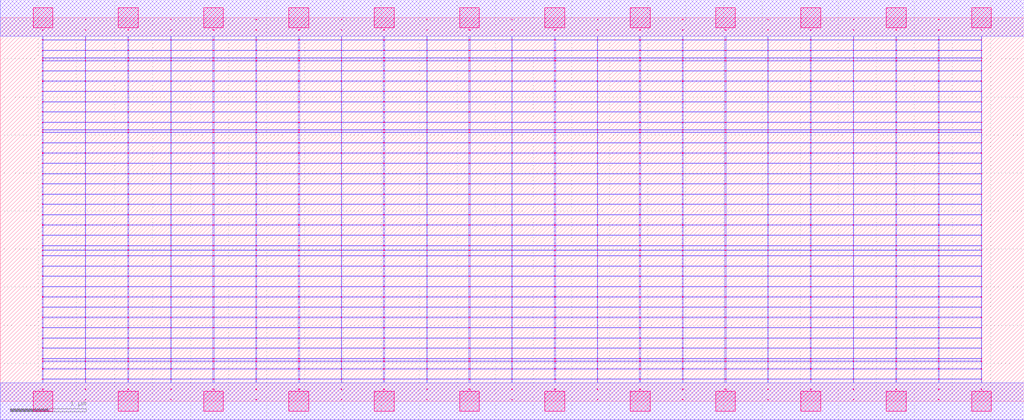
<source format=lef>
MACRO AAOOAAOI22231_DEBUG
 CLASS CORE ;
 FOREIGN AAOOAAOI22231_DEBUG 0 0 ;
 SIZE 13.44 BY 5.04 ;
 ORIGIN 0 0 ;
 SYMMETRY X Y R90 ;
 SITE unit ;

 OBS
    LAYER polycont ;
     RECT 6.71600000 2.58300000 6.72400000 2.59100000 ;
     RECT 6.71600000 2.71800000 6.72400000 2.72600000 ;
     RECT 6.71600000 2.85300000 6.72400000 2.86100000 ;
     RECT 6.71600000 2.98800000 6.72400000 2.99600000 ;
     RECT 8.95600000 2.58300000 8.96400000 2.59100000 ;
     RECT 9.51100000 2.58300000 9.52900000 2.59100000 ;
     RECT 10.07600000 2.58300000 10.08400000 2.59100000 ;
     RECT 10.63100000 2.58300000 10.64900000 2.59100000 ;
     RECT 11.19600000 2.58300000 11.20400000 2.59100000 ;
     RECT 11.75600000 2.58300000 11.76900000 2.59100000 ;
     RECT 12.31600000 2.58300000 12.32400000 2.59100000 ;
     RECT 12.87600000 2.58300000 12.88400000 2.59100000 ;
     RECT 7.27100000 2.58300000 7.28900000 2.59100000 ;
     RECT 7.27100000 2.71800000 7.28900000 2.72600000 ;
     RECT 7.83600000 2.71800000 7.84400000 2.72600000 ;
     RECT 8.39100000 2.71800000 8.40900000 2.72600000 ;
     RECT 8.95600000 2.71800000 8.96400000 2.72600000 ;
     RECT 9.51100000 2.71800000 9.52900000 2.72600000 ;
     RECT 10.07600000 2.71800000 10.08400000 2.72600000 ;
     RECT 10.63100000 2.71800000 10.64900000 2.72600000 ;
     RECT 11.19600000 2.71800000 11.20400000 2.72600000 ;
     RECT 11.75600000 2.71800000 11.76900000 2.72600000 ;
     RECT 12.31600000 2.71800000 12.32400000 2.72600000 ;
     RECT 12.87600000 2.71800000 12.88400000 2.72600000 ;
     RECT 7.83600000 2.58300000 7.84400000 2.59100000 ;
     RECT 7.27100000 2.85300000 7.28900000 2.86100000 ;
     RECT 7.83600000 2.85300000 7.84400000 2.86100000 ;
     RECT 8.39100000 2.85300000 8.40900000 2.86100000 ;
     RECT 8.95600000 2.85300000 8.96400000 2.86100000 ;
     RECT 9.51100000 2.85300000 9.52900000 2.86100000 ;
     RECT 10.07600000 2.85300000 10.08400000 2.86100000 ;
     RECT 10.63100000 2.85300000 10.64900000 2.86100000 ;
     RECT 11.19600000 2.85300000 11.20400000 2.86100000 ;
     RECT 11.75600000 2.85300000 11.76900000 2.86100000 ;
     RECT 12.31600000 2.85300000 12.32400000 2.86100000 ;
     RECT 12.87600000 2.85300000 12.88400000 2.86100000 ;
     RECT 8.39100000 2.58300000 8.40900000 2.59100000 ;
     RECT 7.27100000 2.98800000 7.28900000 2.99600000 ;
     RECT 7.83600000 2.98800000 7.84400000 2.99600000 ;
     RECT 8.39100000 2.98800000 8.40900000 2.99600000 ;
     RECT 8.95600000 2.98800000 8.96400000 2.99600000 ;
     RECT 9.51100000 2.98800000 9.52900000 2.99600000 ;
     RECT 10.07600000 2.98800000 10.08400000 2.99600000 ;
     RECT 10.63100000 2.98800000 10.64900000 2.99600000 ;
     RECT 11.19600000 2.98800000 11.20400000 2.99600000 ;
     RECT 11.75600000 2.98800000 11.76900000 2.99600000 ;
     RECT 12.31600000 2.98800000 12.32400000 2.99600000 ;
     RECT 12.87600000 2.98800000 12.88400000 2.99600000 ;
     RECT 12.31600000 3.12300000 12.32400000 3.13100000 ;
     RECT 12.87600000 3.12300000 12.88400000 3.13100000 ;
     RECT 12.31600000 3.25800000 12.32400000 3.26600000 ;
     RECT 12.87600000 3.25800000 12.88400000 3.26600000 ;
     RECT 12.31600000 3.39300000 12.32400000 3.40100000 ;
     RECT 12.87600000 3.39300000 12.88400000 3.40100000 ;
     RECT 12.31600000 3.52800000 12.32400000 3.53600000 ;
     RECT 12.87600000 3.52800000 12.88400000 3.53600000 ;
     RECT 12.31600000 3.56100000 12.32400000 3.56900000 ;
     RECT 12.87600000 3.56100000 12.88400000 3.56900000 ;
     RECT 12.31600000 3.66300000 12.32400000 3.67100000 ;
     RECT 12.87600000 3.66300000 12.88400000 3.67100000 ;
     RECT 12.31600000 3.79800000 12.32400000 3.80600000 ;
     RECT 12.87600000 3.79800000 12.88400000 3.80600000 ;
     RECT 12.31600000 3.93300000 12.32400000 3.94100000 ;
     RECT 12.87600000 3.93300000 12.88400000 3.94100000 ;
     RECT 12.31600000 4.06800000 12.32400000 4.07600000 ;
     RECT 12.87600000 4.06800000 12.88400000 4.07600000 ;
     RECT 12.31600000 4.20300000 12.32400000 4.21100000 ;
     RECT 12.87600000 4.20300000 12.88400000 4.21100000 ;
     RECT 12.31600000 4.33800000 12.32400000 4.34600000 ;
     RECT 12.87600000 4.33800000 12.88400000 4.34600000 ;
     RECT 12.31600000 4.47300000 12.32400000 4.48100000 ;
     RECT 12.87600000 4.47300000 12.88400000 4.48100000 ;
     RECT 12.31600000 4.51100000 12.32400000 4.51900000 ;
     RECT 12.87600000 4.51100000 12.88400000 4.51900000 ;
     RECT 12.31600000 4.60800000 12.32400000 4.61600000 ;
     RECT 12.87600000 4.60800000 12.88400000 4.61600000 ;
     RECT 12.31600000 4.74300000 12.32400000 4.75100000 ;
     RECT 12.87600000 4.74300000 12.88400000 4.75100000 ;
     RECT 12.31600000 4.87800000 12.32400000 4.88600000 ;
     RECT 12.87600000 4.87800000 12.88400000 4.88600000 ;
     RECT 2.23600000 2.58300000 2.24400000 2.59100000 ;
     RECT 2.79100000 2.58300000 2.80900000 2.59100000 ;
     RECT 3.35600000 2.58300000 3.36400000 2.59100000 ;
     RECT 3.91100000 2.58300000 3.92900000 2.59100000 ;
     RECT 4.47600000 2.58300000 4.48400000 2.59100000 ;
     RECT 5.03100000 2.58300000 5.04900000 2.59100000 ;
     RECT 5.59600000 2.58300000 5.60400000 2.59100000 ;
     RECT 6.15100000 2.58300000 6.16900000 2.59100000 ;
     RECT 0.55100000 2.58300000 0.56400000 2.59100000 ;
     RECT 0.55100000 2.71800000 0.56400000 2.72600000 ;
     RECT 0.55100000 2.85300000 0.56400000 2.86100000 ;
     RECT 1.11600000 2.85300000 1.12400000 2.86100000 ;
     RECT 1.67100000 2.85300000 1.68900000 2.86100000 ;
     RECT 2.23600000 2.85300000 2.24400000 2.86100000 ;
     RECT 2.79100000 2.85300000 2.80900000 2.86100000 ;
     RECT 3.35600000 2.85300000 3.36400000 2.86100000 ;
     RECT 3.91100000 2.85300000 3.92900000 2.86100000 ;
     RECT 4.47600000 2.85300000 4.48400000 2.86100000 ;
     RECT 5.03100000 2.85300000 5.04900000 2.86100000 ;
     RECT 5.59600000 2.85300000 5.60400000 2.86100000 ;
     RECT 6.15100000 2.85300000 6.16900000 2.86100000 ;
     RECT 1.11600000 2.71800000 1.12400000 2.72600000 ;
     RECT 1.67100000 2.71800000 1.68900000 2.72600000 ;
     RECT 2.23600000 2.71800000 2.24400000 2.72600000 ;
     RECT 2.79100000 2.71800000 2.80900000 2.72600000 ;
     RECT 3.35600000 2.71800000 3.36400000 2.72600000 ;
     RECT 3.91100000 2.71800000 3.92900000 2.72600000 ;
     RECT 4.47600000 2.71800000 4.48400000 2.72600000 ;
     RECT 5.03100000 2.71800000 5.04900000 2.72600000 ;
     RECT 5.59600000 2.71800000 5.60400000 2.72600000 ;
     RECT 6.15100000 2.71800000 6.16900000 2.72600000 ;
     RECT 1.11600000 2.58300000 1.12400000 2.59100000 ;
     RECT 1.67100000 2.58300000 1.68900000 2.59100000 ;
     RECT 0.55100000 2.98800000 0.56400000 2.99600000 ;
     RECT 1.11600000 2.98800000 1.12400000 2.99600000 ;
     RECT 1.67100000 2.98800000 1.68900000 2.99600000 ;
     RECT 2.23600000 2.98800000 2.24400000 2.99600000 ;
     RECT 2.79100000 2.98800000 2.80900000 2.99600000 ;
     RECT 3.35600000 2.98800000 3.36400000 2.99600000 ;
     RECT 3.91100000 2.98800000 3.92900000 2.99600000 ;
     RECT 4.47600000 2.98800000 4.48400000 2.99600000 ;
     RECT 5.03100000 2.98800000 5.04900000 2.99600000 ;
     RECT 5.59600000 2.98800000 5.60400000 2.99600000 ;
     RECT 6.15100000 2.98800000 6.16900000 2.99600000 ;
     RECT 5.59600000 0.55800000 5.60400000 0.56600000 ;
     RECT 5.59600000 0.69300000 5.60400000 0.70100000 ;
     RECT 5.59600000 0.82800000 5.60400000 0.83600000 ;
     RECT 5.59600000 0.96300000 5.60400000 0.97100000 ;
     RECT 5.59600000 1.09800000 5.60400000 1.10600000 ;
     RECT 5.59600000 1.23300000 5.60400000 1.24100000 ;
     RECT 5.59600000 1.36800000 5.60400000 1.37600000 ;
     RECT 5.59600000 1.50300000 5.60400000 1.51100000 ;
     RECT 5.59600000 1.63800000 5.60400000 1.64600000 ;
     RECT 5.59600000 1.77300000 5.60400000 1.78100000 ;
     RECT 5.59600000 1.90800000 5.60400000 1.91600000 ;
     RECT 5.59600000 1.98100000 5.60400000 1.98900000 ;
     RECT 5.59600000 2.04300000 5.60400000 2.05100000 ;
     RECT 5.59600000 2.17800000 5.60400000 2.18600000 ;
     RECT 5.59600000 2.31300000 5.60400000 2.32100000 ;
     RECT 5.59600000 2.44800000 5.60400000 2.45600000 ;
     RECT 5.59600000 0.15300000 5.60400000 0.16100000 ;
     RECT 5.59600000 0.28800000 5.60400000 0.29600000 ;
     RECT 5.59600000 0.42300000 5.60400000 0.43100000 ;
     RECT 5.59600000 0.52100000 5.60400000 0.52900000 ;

    LAYER pdiffc ;
     RECT 0.55100000 3.39300000 0.55900000 3.40100000 ;
     RECT 11.76100000 3.39300000 11.76900000 3.40100000 ;
     RECT 0.55100000 3.52800000 0.55900000 3.53600000 ;
     RECT 11.76100000 3.52800000 11.76900000 3.53600000 ;
     RECT 0.55100000 3.56100000 0.55900000 3.56900000 ;
     RECT 11.76100000 3.56100000 11.76900000 3.56900000 ;
     RECT 0.55100000 3.66300000 0.55900000 3.67100000 ;
     RECT 11.76100000 3.66300000 11.76900000 3.67100000 ;
     RECT 0.55100000 3.79800000 0.55900000 3.80600000 ;
     RECT 11.76100000 3.79800000 11.76900000 3.80600000 ;
     RECT 0.55100000 3.93300000 0.55900000 3.94100000 ;
     RECT 11.76100000 3.93300000 11.76900000 3.94100000 ;
     RECT 0.55100000 4.06800000 0.55900000 4.07600000 ;
     RECT 11.76100000 4.06800000 11.76900000 4.07600000 ;
     RECT 0.55100000 4.20300000 0.55900000 4.21100000 ;
     RECT 11.76100000 4.20300000 11.76900000 4.21100000 ;
     RECT 0.55100000 4.33800000 0.55900000 4.34600000 ;
     RECT 11.76100000 4.33800000 11.76900000 4.34600000 ;
     RECT 0.55100000 4.47300000 0.55900000 4.48100000 ;
     RECT 11.76100000 4.47300000 11.76900000 4.48100000 ;
     RECT 0.55100000 4.51100000 0.55900000 4.51900000 ;
     RECT 11.76100000 4.51100000 11.76900000 4.51900000 ;
     RECT 0.55100000 4.60800000 0.55900000 4.61600000 ;
     RECT 11.76100000 4.60800000 11.76900000 4.61600000 ;

    LAYER ndiffc ;
     RECT 7.27100000 0.42300000 7.28900000 0.43100000 ;
     RECT 8.39100000 0.42300000 8.40900000 0.43100000 ;
     RECT 9.51100000 0.42300000 9.52900000 0.43100000 ;
     RECT 10.63100000 0.42300000 10.64900000 0.43100000 ;
     RECT 11.75600000 0.42300000 11.76900000 0.43100000 ;
     RECT 12.87600000 0.42300000 12.88400000 0.43100000 ;
     RECT 7.27100000 0.52100000 7.28900000 0.52900000 ;
     RECT 8.39100000 0.52100000 8.40900000 0.52900000 ;
     RECT 9.51100000 0.52100000 9.52900000 0.52900000 ;
     RECT 10.63100000 0.52100000 10.64900000 0.52900000 ;
     RECT 11.75600000 0.52100000 11.76900000 0.52900000 ;
     RECT 12.87600000 0.52100000 12.88400000 0.52900000 ;
     RECT 7.27100000 0.55800000 7.28900000 0.56600000 ;
     RECT 8.39100000 0.55800000 8.40900000 0.56600000 ;
     RECT 9.51100000 0.55800000 9.52900000 0.56600000 ;
     RECT 10.63100000 0.55800000 10.64900000 0.56600000 ;
     RECT 11.75600000 0.55800000 11.76900000 0.56600000 ;
     RECT 12.87600000 0.55800000 12.88400000 0.56600000 ;
     RECT 7.27100000 0.69300000 7.28900000 0.70100000 ;
     RECT 8.39100000 0.69300000 8.40900000 0.70100000 ;
     RECT 9.51100000 0.69300000 9.52900000 0.70100000 ;
     RECT 10.63100000 0.69300000 10.64900000 0.70100000 ;
     RECT 11.75600000 0.69300000 11.76900000 0.70100000 ;
     RECT 12.87600000 0.69300000 12.88400000 0.70100000 ;
     RECT 7.27100000 0.82800000 7.28900000 0.83600000 ;
     RECT 8.39100000 0.82800000 8.40900000 0.83600000 ;
     RECT 9.51100000 0.82800000 9.52900000 0.83600000 ;
     RECT 10.63100000 0.82800000 10.64900000 0.83600000 ;
     RECT 11.75600000 0.82800000 11.76900000 0.83600000 ;
     RECT 12.87600000 0.82800000 12.88400000 0.83600000 ;
     RECT 7.27100000 0.96300000 7.28900000 0.97100000 ;
     RECT 8.39100000 0.96300000 8.40900000 0.97100000 ;
     RECT 9.51100000 0.96300000 9.52900000 0.97100000 ;
     RECT 10.63100000 0.96300000 10.64900000 0.97100000 ;
     RECT 11.75600000 0.96300000 11.76900000 0.97100000 ;
     RECT 12.87600000 0.96300000 12.88400000 0.97100000 ;
     RECT 7.27100000 1.09800000 7.28900000 1.10600000 ;
     RECT 8.39100000 1.09800000 8.40900000 1.10600000 ;
     RECT 9.51100000 1.09800000 9.52900000 1.10600000 ;
     RECT 10.63100000 1.09800000 10.64900000 1.10600000 ;
     RECT 11.75600000 1.09800000 11.76900000 1.10600000 ;
     RECT 12.87600000 1.09800000 12.88400000 1.10600000 ;
     RECT 7.27100000 1.23300000 7.28900000 1.24100000 ;
     RECT 8.39100000 1.23300000 8.40900000 1.24100000 ;
     RECT 9.51100000 1.23300000 9.52900000 1.24100000 ;
     RECT 10.63100000 1.23300000 10.64900000 1.24100000 ;
     RECT 11.75600000 1.23300000 11.76900000 1.24100000 ;
     RECT 12.87600000 1.23300000 12.88400000 1.24100000 ;
     RECT 7.27100000 1.36800000 7.28900000 1.37600000 ;
     RECT 8.39100000 1.36800000 8.40900000 1.37600000 ;
     RECT 9.51100000 1.36800000 9.52900000 1.37600000 ;
     RECT 10.63100000 1.36800000 10.64900000 1.37600000 ;
     RECT 11.75600000 1.36800000 11.76900000 1.37600000 ;
     RECT 12.87600000 1.36800000 12.88400000 1.37600000 ;
     RECT 7.27100000 1.50300000 7.28900000 1.51100000 ;
     RECT 8.39100000 1.50300000 8.40900000 1.51100000 ;
     RECT 9.51100000 1.50300000 9.52900000 1.51100000 ;
     RECT 10.63100000 1.50300000 10.64900000 1.51100000 ;
     RECT 11.75600000 1.50300000 11.76900000 1.51100000 ;
     RECT 12.87600000 1.50300000 12.88400000 1.51100000 ;
     RECT 7.27100000 1.63800000 7.28900000 1.64600000 ;
     RECT 8.39100000 1.63800000 8.40900000 1.64600000 ;
     RECT 9.51100000 1.63800000 9.52900000 1.64600000 ;
     RECT 10.63100000 1.63800000 10.64900000 1.64600000 ;
     RECT 11.75600000 1.63800000 11.76900000 1.64600000 ;
     RECT 12.87600000 1.63800000 12.88400000 1.64600000 ;
     RECT 7.27100000 1.77300000 7.28900000 1.78100000 ;
     RECT 8.39100000 1.77300000 8.40900000 1.78100000 ;
     RECT 9.51100000 1.77300000 9.52900000 1.78100000 ;
     RECT 10.63100000 1.77300000 10.64900000 1.78100000 ;
     RECT 11.75600000 1.77300000 11.76900000 1.78100000 ;
     RECT 12.87600000 1.77300000 12.88400000 1.78100000 ;
     RECT 7.27100000 1.90800000 7.28900000 1.91600000 ;
     RECT 8.39100000 1.90800000 8.40900000 1.91600000 ;
     RECT 9.51100000 1.90800000 9.52900000 1.91600000 ;
     RECT 10.63100000 1.90800000 10.64900000 1.91600000 ;
     RECT 11.75600000 1.90800000 11.76900000 1.91600000 ;
     RECT 12.87600000 1.90800000 12.88400000 1.91600000 ;
     RECT 7.27100000 1.98100000 7.28900000 1.98900000 ;
     RECT 8.39100000 1.98100000 8.40900000 1.98900000 ;
     RECT 9.51100000 1.98100000 9.52900000 1.98900000 ;
     RECT 10.63100000 1.98100000 10.64900000 1.98900000 ;
     RECT 11.75600000 1.98100000 11.76900000 1.98900000 ;
     RECT 12.87600000 1.98100000 12.88400000 1.98900000 ;
     RECT 7.27100000 2.04300000 7.28900000 2.05100000 ;
     RECT 8.39100000 2.04300000 8.40900000 2.05100000 ;
     RECT 9.51100000 2.04300000 9.52900000 2.05100000 ;
     RECT 10.63100000 2.04300000 10.64900000 2.05100000 ;
     RECT 11.75600000 2.04300000 11.76900000 2.05100000 ;
     RECT 12.87600000 2.04300000 12.88400000 2.05100000 ;
     RECT 0.55100000 0.42300000 0.56400000 0.43100000 ;
     RECT 1.67100000 0.42300000 1.68900000 0.43100000 ;
     RECT 2.79100000 0.42300000 2.80900000 0.43100000 ;
     RECT 3.91100000 0.42300000 3.92900000 0.43100000 ;
     RECT 5.03100000 0.42300000 5.04900000 0.43100000 ;
     RECT 6.15100000 0.42300000 6.16900000 0.43100000 ;
     RECT 0.55100000 1.36800000 0.56400000 1.37600000 ;
     RECT 1.67100000 1.36800000 1.68900000 1.37600000 ;
     RECT 2.79100000 1.36800000 2.80900000 1.37600000 ;
     RECT 3.91100000 1.36800000 3.92900000 1.37600000 ;
     RECT 5.03100000 1.36800000 5.04900000 1.37600000 ;
     RECT 6.15100000 1.36800000 6.16900000 1.37600000 ;
     RECT 0.55100000 0.82800000 0.56400000 0.83600000 ;
     RECT 1.67100000 0.82800000 1.68900000 0.83600000 ;
     RECT 2.79100000 0.82800000 2.80900000 0.83600000 ;
     RECT 3.91100000 0.82800000 3.92900000 0.83600000 ;
     RECT 5.03100000 0.82800000 5.04900000 0.83600000 ;
     RECT 6.15100000 0.82800000 6.16900000 0.83600000 ;
     RECT 0.55100000 1.50300000 0.56400000 1.51100000 ;
     RECT 1.67100000 1.50300000 1.68900000 1.51100000 ;
     RECT 2.79100000 1.50300000 2.80900000 1.51100000 ;
     RECT 3.91100000 1.50300000 3.92900000 1.51100000 ;
     RECT 5.03100000 1.50300000 5.04900000 1.51100000 ;
     RECT 6.15100000 1.50300000 6.16900000 1.51100000 ;
     RECT 0.55100000 0.55800000 0.56400000 0.56600000 ;
     RECT 1.67100000 0.55800000 1.68900000 0.56600000 ;
     RECT 2.79100000 0.55800000 2.80900000 0.56600000 ;
     RECT 3.91100000 0.55800000 3.92900000 0.56600000 ;
     RECT 5.03100000 0.55800000 5.04900000 0.56600000 ;
     RECT 6.15100000 0.55800000 6.16900000 0.56600000 ;
     RECT 0.55100000 1.63800000 0.56400000 1.64600000 ;
     RECT 1.67100000 1.63800000 1.68900000 1.64600000 ;
     RECT 2.79100000 1.63800000 2.80900000 1.64600000 ;
     RECT 3.91100000 1.63800000 3.92900000 1.64600000 ;
     RECT 5.03100000 1.63800000 5.04900000 1.64600000 ;
     RECT 6.15100000 1.63800000 6.16900000 1.64600000 ;
     RECT 0.55100000 0.96300000 0.56400000 0.97100000 ;
     RECT 1.67100000 0.96300000 1.68900000 0.97100000 ;
     RECT 2.79100000 0.96300000 2.80900000 0.97100000 ;
     RECT 3.91100000 0.96300000 3.92900000 0.97100000 ;
     RECT 5.03100000 0.96300000 5.04900000 0.97100000 ;
     RECT 6.15100000 0.96300000 6.16900000 0.97100000 ;
     RECT 0.55100000 1.77300000 0.56400000 1.78100000 ;
     RECT 1.67100000 1.77300000 1.68900000 1.78100000 ;
     RECT 2.79100000 1.77300000 2.80900000 1.78100000 ;
     RECT 3.91100000 1.77300000 3.92900000 1.78100000 ;
     RECT 5.03100000 1.77300000 5.04900000 1.78100000 ;
     RECT 6.15100000 1.77300000 6.16900000 1.78100000 ;
     RECT 0.55100000 0.52100000 0.56400000 0.52900000 ;
     RECT 1.67100000 0.52100000 1.68900000 0.52900000 ;
     RECT 2.79100000 0.52100000 2.80900000 0.52900000 ;
     RECT 3.91100000 0.52100000 3.92900000 0.52900000 ;
     RECT 5.03100000 0.52100000 5.04900000 0.52900000 ;
     RECT 6.15100000 0.52100000 6.16900000 0.52900000 ;
     RECT 0.55100000 1.90800000 0.56400000 1.91600000 ;
     RECT 1.67100000 1.90800000 1.68900000 1.91600000 ;
     RECT 2.79100000 1.90800000 2.80900000 1.91600000 ;
     RECT 3.91100000 1.90800000 3.92900000 1.91600000 ;
     RECT 5.03100000 1.90800000 5.04900000 1.91600000 ;
     RECT 6.15100000 1.90800000 6.16900000 1.91600000 ;
     RECT 0.55100000 1.09800000 0.56400000 1.10600000 ;
     RECT 1.67100000 1.09800000 1.68900000 1.10600000 ;
     RECT 2.79100000 1.09800000 2.80900000 1.10600000 ;
     RECT 3.91100000 1.09800000 3.92900000 1.10600000 ;
     RECT 5.03100000 1.09800000 5.04900000 1.10600000 ;
     RECT 6.15100000 1.09800000 6.16900000 1.10600000 ;
     RECT 0.55100000 1.98100000 0.56400000 1.98900000 ;
     RECT 1.67100000 1.98100000 1.68900000 1.98900000 ;
     RECT 2.79100000 1.98100000 2.80900000 1.98900000 ;
     RECT 3.91100000 1.98100000 3.92900000 1.98900000 ;
     RECT 5.03100000 1.98100000 5.04900000 1.98900000 ;
     RECT 6.15100000 1.98100000 6.16900000 1.98900000 ;
     RECT 0.55100000 0.69300000 0.56400000 0.70100000 ;
     RECT 1.67100000 0.69300000 1.68900000 0.70100000 ;
     RECT 2.79100000 0.69300000 2.80900000 0.70100000 ;
     RECT 3.91100000 0.69300000 3.92900000 0.70100000 ;
     RECT 5.03100000 0.69300000 5.04900000 0.70100000 ;
     RECT 6.15100000 0.69300000 6.16900000 0.70100000 ;
     RECT 0.55100000 2.04300000 0.56400000 2.05100000 ;
     RECT 1.67100000 2.04300000 1.68900000 2.05100000 ;
     RECT 2.79100000 2.04300000 2.80900000 2.05100000 ;
     RECT 3.91100000 2.04300000 3.92900000 2.05100000 ;
     RECT 5.03100000 2.04300000 5.04900000 2.05100000 ;
     RECT 6.15100000 2.04300000 6.16900000 2.05100000 ;
     RECT 0.55100000 1.23300000 0.56400000 1.24100000 ;
     RECT 1.67100000 1.23300000 1.68900000 1.24100000 ;
     RECT 2.79100000 1.23300000 2.80900000 1.24100000 ;
     RECT 3.91100000 1.23300000 3.92900000 1.24100000 ;
     RECT 5.03100000 1.23300000 5.04900000 1.24100000 ;
     RECT 6.15100000 1.23300000 6.16900000 1.24100000 ;

    LAYER met1 ;
     RECT 0.00000000 -0.24000000 13.44000000 0.24000000 ;
     RECT 6.71600000 0.24000000 6.72400000 0.28800000 ;
     RECT 0.55100000 0.28800000 12.88400000 0.29600000 ;
     RECT 6.71600000 0.29600000 6.72400000 0.42300000 ;
     RECT 0.55100000 0.42300000 12.88400000 0.43100000 ;
     RECT 6.71600000 0.43100000 6.72400000 0.52100000 ;
     RECT 0.55100000 0.52100000 12.88400000 0.52900000 ;
     RECT 6.71600000 0.52900000 6.72400000 0.55800000 ;
     RECT 0.55100000 0.55800000 12.88400000 0.56600000 ;
     RECT 6.71600000 0.56600000 6.72400000 0.69300000 ;
     RECT 0.55100000 0.69300000 12.88400000 0.70100000 ;
     RECT 6.71600000 0.70100000 6.72400000 0.82800000 ;
     RECT 0.55100000 0.82800000 12.88400000 0.83600000 ;
     RECT 6.71600000 0.83600000 6.72400000 0.96300000 ;
     RECT 0.55100000 0.96300000 12.88400000 0.97100000 ;
     RECT 6.71600000 0.97100000 6.72400000 1.09800000 ;
     RECT 0.55100000 1.09800000 12.88400000 1.10600000 ;
     RECT 6.71600000 1.10600000 6.72400000 1.23300000 ;
     RECT 0.55100000 1.23300000 12.88400000 1.24100000 ;
     RECT 6.71600000 1.24100000 6.72400000 1.36800000 ;
     RECT 0.55100000 1.36800000 12.88400000 1.37600000 ;
     RECT 6.71600000 1.37600000 6.72400000 1.50300000 ;
     RECT 0.55100000 1.50300000 12.88400000 1.51100000 ;
     RECT 6.71600000 1.51100000 6.72400000 1.63800000 ;
     RECT 0.55100000 1.63800000 12.88400000 1.64600000 ;
     RECT 6.71600000 1.64600000 6.72400000 1.77300000 ;
     RECT 0.55100000 1.77300000 12.88400000 1.78100000 ;
     RECT 6.71600000 1.78100000 6.72400000 1.90800000 ;
     RECT 0.55100000 1.90800000 12.88400000 1.91600000 ;
     RECT 6.71600000 1.91600000 6.72400000 1.98100000 ;
     RECT 0.55100000 1.98100000 12.88400000 1.98900000 ;
     RECT 6.71600000 1.98900000 6.72400000 2.04300000 ;
     RECT 0.55100000 2.04300000 12.88400000 2.05100000 ;
     RECT 6.71600000 2.05100000 6.72400000 2.17800000 ;
     RECT 0.55100000 2.17800000 12.88400000 2.18600000 ;
     RECT 6.71600000 2.18600000 6.72400000 2.31300000 ;
     RECT 0.55100000 2.31300000 12.88400000 2.32100000 ;
     RECT 6.71600000 2.32100000 6.72400000 2.44800000 ;
     RECT 0.55100000 2.44800000 12.88400000 2.45600000 ;
     RECT 0.55100000 2.45600000 0.56400000 2.58300000 ;
     RECT 1.11600000 2.45600000 1.12400000 2.58300000 ;
     RECT 1.67100000 2.45600000 1.68900000 2.58300000 ;
     RECT 2.23600000 2.45600000 2.24400000 2.58300000 ;
     RECT 2.79100000 2.45600000 2.80900000 2.58300000 ;
     RECT 3.35600000 2.45600000 3.36400000 2.58300000 ;
     RECT 3.91100000 2.45600000 3.92900000 2.58300000 ;
     RECT 4.47600000 2.45600000 4.48400000 2.58300000 ;
     RECT 5.03100000 2.45600000 5.04900000 2.58300000 ;
     RECT 5.59600000 2.45600000 5.60400000 2.58300000 ;
     RECT 6.15100000 2.45600000 6.16900000 2.58300000 ;
     RECT 6.71600000 2.45600000 6.72400000 2.58300000 ;
     RECT 7.27100000 2.45600000 7.28900000 2.58300000 ;
     RECT 7.83600000 2.45600000 7.84400000 2.58300000 ;
     RECT 8.39100000 2.45600000 8.40900000 2.58300000 ;
     RECT 8.95600000 2.45600000 8.96400000 2.58300000 ;
     RECT 9.51100000 2.45600000 9.52900000 2.58300000 ;
     RECT 10.07600000 2.45600000 10.08400000 2.58300000 ;
     RECT 10.63100000 2.45600000 10.64900000 2.58300000 ;
     RECT 11.19600000 2.45600000 11.20400000 2.58300000 ;
     RECT 11.75600000 2.45600000 11.76900000 2.58300000 ;
     RECT 12.31600000 2.45600000 12.32400000 2.58300000 ;
     RECT 12.87600000 2.45600000 12.88400000 2.58300000 ;
     RECT 0.55100000 2.58300000 12.88400000 2.59100000 ;
     RECT 6.71600000 2.59100000 6.72400000 2.71800000 ;
     RECT 0.55100000 2.71800000 12.88400000 2.72600000 ;
     RECT 6.71600000 2.72600000 6.72400000 2.85300000 ;
     RECT 0.55100000 2.85300000 12.88400000 2.86100000 ;
     RECT 6.71600000 2.86100000 6.72400000 2.98800000 ;
     RECT 0.55100000 2.98800000 12.88400000 2.99600000 ;
     RECT 6.71600000 2.99600000 6.72400000 3.12300000 ;
     RECT 0.55100000 3.12300000 12.88400000 3.13100000 ;
     RECT 6.71600000 3.13100000 6.72400000 3.25800000 ;
     RECT 0.55100000 3.25800000 12.88400000 3.26600000 ;
     RECT 6.71600000 3.26600000 6.72400000 3.39300000 ;
     RECT 0.55100000 3.39300000 12.88400000 3.40100000 ;
     RECT 6.71600000 3.40100000 6.72400000 3.52800000 ;
     RECT 0.55100000 3.52800000 12.88400000 3.53600000 ;
     RECT 6.71600000 3.53600000 6.72400000 3.56100000 ;
     RECT 0.55100000 3.56100000 12.88400000 3.56900000 ;
     RECT 6.71600000 3.56900000 6.72400000 3.66300000 ;
     RECT 0.55100000 3.66300000 12.88400000 3.67100000 ;
     RECT 6.71600000 3.67100000 6.72400000 3.79800000 ;
     RECT 0.55100000 3.79800000 12.88400000 3.80600000 ;
     RECT 6.71600000 3.80600000 6.72400000 3.93300000 ;
     RECT 0.55100000 3.93300000 12.88400000 3.94100000 ;
     RECT 6.71600000 3.94100000 6.72400000 4.06800000 ;
     RECT 0.55100000 4.06800000 12.88400000 4.07600000 ;
     RECT 6.71600000 4.07600000 6.72400000 4.20300000 ;
     RECT 0.55100000 4.20300000 12.88400000 4.21100000 ;
     RECT 6.71600000 4.21100000 6.72400000 4.33800000 ;
     RECT 0.55100000 4.33800000 12.88400000 4.34600000 ;
     RECT 6.71600000 4.34600000 6.72400000 4.47300000 ;
     RECT 0.55100000 4.47300000 12.88400000 4.48100000 ;
     RECT 6.71600000 4.48100000 6.72400000 4.51100000 ;
     RECT 0.55100000 4.51100000 12.88400000 4.51900000 ;
     RECT 6.71600000 4.51900000 6.72400000 4.60800000 ;
     RECT 0.55100000 4.60800000 12.88400000 4.61600000 ;
     RECT 6.71600000 4.61600000 6.72400000 4.74300000 ;
     RECT 0.55100000 4.74300000 12.88400000 4.75100000 ;
     RECT 6.71600000 4.75100000 6.72400000 4.80000000 ;
     RECT 0.00000000 4.80000000 13.44000000 5.28000000 ;
     RECT 10.07600000 2.59100000 10.08400000 2.71800000 ;
     RECT 10.07600000 2.99600000 10.08400000 3.12300000 ;
     RECT 10.07600000 3.13100000 10.08400000 3.25800000 ;
     RECT 10.07600000 3.26600000 10.08400000 3.39300000 ;
     RECT 10.07600000 3.40100000 10.08400000 3.52800000 ;
     RECT 10.07600000 3.53600000 10.08400000 3.56100000 ;
     RECT 10.07600000 3.56900000 10.08400000 3.66300000 ;
     RECT 10.07600000 3.67100000 10.08400000 3.79800000 ;
     RECT 10.07600000 2.72600000 10.08400000 2.85300000 ;
     RECT 7.27100000 3.80600000 7.28900000 3.93300000 ;
     RECT 7.83600000 3.80600000 7.84400000 3.93300000 ;
     RECT 8.39100000 3.80600000 8.40900000 3.93300000 ;
     RECT 8.95600000 3.80600000 8.96400000 3.93300000 ;
     RECT 9.51100000 3.80600000 9.52900000 3.93300000 ;
     RECT 10.07600000 3.80600000 10.08400000 3.93300000 ;
     RECT 10.63100000 3.80600000 10.64900000 3.93300000 ;
     RECT 11.19600000 3.80600000 11.20400000 3.93300000 ;
     RECT 11.75600000 3.80600000 11.76900000 3.93300000 ;
     RECT 12.31600000 3.80600000 12.32400000 3.93300000 ;
     RECT 12.87600000 3.80600000 12.88400000 3.93300000 ;
     RECT 10.07600000 3.94100000 10.08400000 4.06800000 ;
     RECT 10.07600000 4.07600000 10.08400000 4.20300000 ;
     RECT 10.07600000 4.21100000 10.08400000 4.33800000 ;
     RECT 10.07600000 4.34600000 10.08400000 4.47300000 ;
     RECT 10.07600000 4.48100000 10.08400000 4.51100000 ;
     RECT 10.07600000 2.86100000 10.08400000 2.98800000 ;
     RECT 10.07600000 4.51900000 10.08400000 4.60800000 ;
     RECT 10.07600000 4.61600000 10.08400000 4.74300000 ;
     RECT 10.07600000 4.75100000 10.08400000 4.80000000 ;
     RECT 11.75600000 4.07600000 11.76900000 4.20300000 ;
     RECT 12.31600000 4.07600000 12.32400000 4.20300000 ;
     RECT 12.87600000 4.07600000 12.88400000 4.20300000 ;
     RECT 11.19600000 3.94100000 11.20400000 4.06800000 ;
     RECT 10.63100000 4.21100000 10.64900000 4.33800000 ;
     RECT 11.19600000 4.21100000 11.20400000 4.33800000 ;
     RECT 11.75600000 4.21100000 11.76900000 4.33800000 ;
     RECT 12.31600000 4.21100000 12.32400000 4.33800000 ;
     RECT 12.87600000 4.21100000 12.88400000 4.33800000 ;
     RECT 11.75600000 3.94100000 11.76900000 4.06800000 ;
     RECT 10.63100000 4.34600000 10.64900000 4.47300000 ;
     RECT 11.19600000 4.34600000 11.20400000 4.47300000 ;
     RECT 11.75600000 4.34600000 11.76900000 4.47300000 ;
     RECT 12.31600000 4.34600000 12.32400000 4.47300000 ;
     RECT 12.87600000 4.34600000 12.88400000 4.47300000 ;
     RECT 12.31600000 3.94100000 12.32400000 4.06800000 ;
     RECT 10.63100000 4.48100000 10.64900000 4.51100000 ;
     RECT 11.19600000 4.48100000 11.20400000 4.51100000 ;
     RECT 11.75600000 4.48100000 11.76900000 4.51100000 ;
     RECT 12.31600000 4.48100000 12.32400000 4.51100000 ;
     RECT 12.87600000 4.48100000 12.88400000 4.51100000 ;
     RECT 12.87600000 3.94100000 12.88400000 4.06800000 ;
     RECT 10.63100000 3.94100000 10.64900000 4.06800000 ;
     RECT 10.63100000 4.51900000 10.64900000 4.60800000 ;
     RECT 11.19600000 4.51900000 11.20400000 4.60800000 ;
     RECT 11.75600000 4.51900000 11.76900000 4.60800000 ;
     RECT 12.31600000 4.51900000 12.32400000 4.60800000 ;
     RECT 12.87600000 4.51900000 12.88400000 4.60800000 ;
     RECT 10.63100000 4.07600000 10.64900000 4.20300000 ;
     RECT 10.63100000 4.61600000 10.64900000 4.74300000 ;
     RECT 11.19600000 4.61600000 11.20400000 4.74300000 ;
     RECT 11.75600000 4.61600000 11.76900000 4.74300000 ;
     RECT 12.31600000 4.61600000 12.32400000 4.74300000 ;
     RECT 12.87600000 4.61600000 12.88400000 4.74300000 ;
     RECT 11.19600000 4.07600000 11.20400000 4.20300000 ;
     RECT 10.63100000 4.75100000 10.64900000 4.80000000 ;
     RECT 11.19600000 4.75100000 11.20400000 4.80000000 ;
     RECT 11.75600000 4.75100000 11.76900000 4.80000000 ;
     RECT 12.31600000 4.75100000 12.32400000 4.80000000 ;
     RECT 12.87600000 4.75100000 12.88400000 4.80000000 ;
     RECT 8.39100000 4.21100000 8.40900000 4.33800000 ;
     RECT 8.95600000 4.21100000 8.96400000 4.33800000 ;
     RECT 9.51100000 4.21100000 9.52900000 4.33800000 ;
     RECT 7.83600000 4.07600000 7.84400000 4.20300000 ;
     RECT 8.39100000 4.07600000 8.40900000 4.20300000 ;
     RECT 8.95600000 4.07600000 8.96400000 4.20300000 ;
     RECT 9.51100000 4.07600000 9.52900000 4.20300000 ;
     RECT 7.27100000 4.51900000 7.28900000 4.60800000 ;
     RECT 7.83600000 4.51900000 7.84400000 4.60800000 ;
     RECT 8.39100000 4.51900000 8.40900000 4.60800000 ;
     RECT 8.95600000 4.51900000 8.96400000 4.60800000 ;
     RECT 9.51100000 4.51900000 9.52900000 4.60800000 ;
     RECT 7.83600000 3.94100000 7.84400000 4.06800000 ;
     RECT 8.39100000 3.94100000 8.40900000 4.06800000 ;
     RECT 7.27100000 4.34600000 7.28900000 4.47300000 ;
     RECT 7.83600000 4.34600000 7.84400000 4.47300000 ;
     RECT 8.39100000 4.34600000 8.40900000 4.47300000 ;
     RECT 8.95600000 4.34600000 8.96400000 4.47300000 ;
     RECT 7.27100000 4.61600000 7.28900000 4.74300000 ;
     RECT 7.83600000 4.61600000 7.84400000 4.74300000 ;
     RECT 8.39100000 4.61600000 8.40900000 4.74300000 ;
     RECT 8.95600000 4.61600000 8.96400000 4.74300000 ;
     RECT 9.51100000 4.61600000 9.52900000 4.74300000 ;
     RECT 9.51100000 4.34600000 9.52900000 4.47300000 ;
     RECT 8.95600000 3.94100000 8.96400000 4.06800000 ;
     RECT 9.51100000 3.94100000 9.52900000 4.06800000 ;
     RECT 7.27100000 3.94100000 7.28900000 4.06800000 ;
     RECT 7.27100000 4.07600000 7.28900000 4.20300000 ;
     RECT 7.27100000 4.21100000 7.28900000 4.33800000 ;
     RECT 7.27100000 4.75100000 7.28900000 4.80000000 ;
     RECT 7.83600000 4.75100000 7.84400000 4.80000000 ;
     RECT 8.39100000 4.75100000 8.40900000 4.80000000 ;
     RECT 8.95600000 4.75100000 8.96400000 4.80000000 ;
     RECT 9.51100000 4.75100000 9.52900000 4.80000000 ;
     RECT 7.83600000 4.21100000 7.84400000 4.33800000 ;
     RECT 7.27100000 4.48100000 7.28900000 4.51100000 ;
     RECT 7.83600000 4.48100000 7.84400000 4.51100000 ;
     RECT 8.39100000 4.48100000 8.40900000 4.51100000 ;
     RECT 8.95600000 4.48100000 8.96400000 4.51100000 ;
     RECT 9.51100000 4.48100000 9.52900000 4.51100000 ;
     RECT 7.83600000 2.99600000 7.84400000 3.12300000 ;
     RECT 7.27100000 2.59100000 7.28900000 2.71800000 ;
     RECT 8.39100000 2.86100000 8.40900000 2.98800000 ;
     RECT 8.95600000 2.86100000 8.96400000 2.98800000 ;
     RECT 7.27100000 3.40100000 7.28900000 3.52800000 ;
     RECT 7.83600000 3.40100000 7.84400000 3.52800000 ;
     RECT 8.39100000 3.40100000 8.40900000 3.52800000 ;
     RECT 8.95600000 3.40100000 8.96400000 3.52800000 ;
     RECT 9.51100000 3.40100000 9.52900000 3.52800000 ;
     RECT 8.39100000 2.99600000 8.40900000 3.12300000 ;
     RECT 7.83600000 2.59100000 7.84400000 2.71800000 ;
     RECT 7.27100000 2.72600000 7.28900000 2.85300000 ;
     RECT 7.27100000 3.53600000 7.28900000 3.56100000 ;
     RECT 7.83600000 3.53600000 7.84400000 3.56100000 ;
     RECT 8.39100000 3.53600000 8.40900000 3.56100000 ;
     RECT 9.51100000 2.86100000 9.52900000 2.98800000 ;
     RECT 8.95600000 3.53600000 8.96400000 3.56100000 ;
     RECT 9.51100000 3.53600000 9.52900000 3.56100000 ;
     RECT 8.95600000 2.99600000 8.96400000 3.12300000 ;
     RECT 7.83600000 2.72600000 7.84400000 2.85300000 ;
     RECT 8.39100000 2.72600000 8.40900000 2.85300000 ;
     RECT 7.27100000 3.56900000 7.28900000 3.66300000 ;
     RECT 7.83600000 3.56900000 7.84400000 3.66300000 ;
     RECT 8.39100000 3.56900000 8.40900000 3.66300000 ;
     RECT 8.95600000 3.56900000 8.96400000 3.66300000 ;
     RECT 9.51100000 3.56900000 9.52900000 3.66300000 ;
     RECT 8.39100000 2.59100000 8.40900000 2.71800000 ;
     RECT 8.95600000 2.59100000 8.96400000 2.71800000 ;
     RECT 9.51100000 2.99600000 9.52900000 3.12300000 ;
     RECT 8.95600000 2.72600000 8.96400000 2.85300000 ;
     RECT 9.51100000 2.72600000 9.52900000 2.85300000 ;
     RECT 7.27100000 3.67100000 7.28900000 3.79800000 ;
     RECT 7.83600000 3.67100000 7.84400000 3.79800000 ;
     RECT 8.39100000 3.67100000 8.40900000 3.79800000 ;
     RECT 8.95600000 3.67100000 8.96400000 3.79800000 ;
     RECT 9.51100000 3.67100000 9.52900000 3.79800000 ;
     RECT 9.51100000 2.59100000 9.52900000 2.71800000 ;
     RECT 7.27100000 3.13100000 7.28900000 3.25800000 ;
     RECT 7.83600000 3.13100000 7.84400000 3.25800000 ;
     RECT 7.27100000 2.86100000 7.28900000 2.98800000 ;
     RECT 7.83600000 2.86100000 7.84400000 2.98800000 ;
     RECT 8.39100000 3.13100000 8.40900000 3.25800000 ;
     RECT 8.95600000 3.13100000 8.96400000 3.25800000 ;
     RECT 9.51100000 3.13100000 9.52900000 3.25800000 ;
     RECT 7.27100000 2.99600000 7.28900000 3.12300000 ;
     RECT 7.27100000 3.26600000 7.28900000 3.39300000 ;
     RECT 7.83600000 3.26600000 7.84400000 3.39300000 ;
     RECT 8.39100000 3.26600000 8.40900000 3.39300000 ;
     RECT 8.95600000 3.26600000 8.96400000 3.39300000 ;
     RECT 9.51100000 3.26600000 9.52900000 3.39300000 ;
     RECT 10.63100000 3.13100000 10.64900000 3.25800000 ;
     RECT 11.19600000 3.13100000 11.20400000 3.25800000 ;
     RECT 10.63100000 3.56900000 10.64900000 3.66300000 ;
     RECT 12.31600000 2.72600000 12.32400000 2.85300000 ;
     RECT 12.87600000 2.72600000 12.88400000 2.85300000 ;
     RECT 11.19600000 3.56900000 11.20400000 3.66300000 ;
     RECT 11.75600000 3.56900000 11.76900000 3.66300000 ;
     RECT 12.31600000 3.56900000 12.32400000 3.66300000 ;
     RECT 12.87600000 3.56900000 12.88400000 3.66300000 ;
     RECT 11.75600000 3.13100000 11.76900000 3.25800000 ;
     RECT 12.31600000 3.13100000 12.32400000 3.25800000 ;
     RECT 12.87600000 3.13100000 12.88400000 3.25800000 ;
     RECT 11.75600000 2.59100000 11.76900000 2.71800000 ;
     RECT 10.63100000 3.40100000 10.64900000 3.52800000 ;
     RECT 11.19600000 3.40100000 11.20400000 3.52800000 ;
     RECT 11.75600000 3.40100000 11.76900000 3.52800000 ;
     RECT 12.31600000 3.40100000 12.32400000 3.52800000 ;
     RECT 10.63100000 3.67100000 10.64900000 3.79800000 ;
     RECT 11.19600000 3.67100000 11.20400000 3.79800000 ;
     RECT 11.75600000 3.67100000 11.76900000 3.79800000 ;
     RECT 12.31600000 3.67100000 12.32400000 3.79800000 ;
     RECT 12.87600000 3.67100000 12.88400000 3.79800000 ;
     RECT 12.87600000 3.40100000 12.88400000 3.52800000 ;
     RECT 10.63100000 2.86100000 10.64900000 2.98800000 ;
     RECT 11.19600000 2.86100000 11.20400000 2.98800000 ;
     RECT 10.63100000 2.72600000 10.64900000 2.85300000 ;
     RECT 12.31600000 2.59100000 12.32400000 2.71800000 ;
     RECT 11.19600000 2.59100000 11.20400000 2.71800000 ;
     RECT 10.63100000 2.99600000 10.64900000 3.12300000 ;
     RECT 11.19600000 2.99600000 11.20400000 3.12300000 ;
     RECT 11.75600000 2.99600000 11.76900000 3.12300000 ;
     RECT 12.31600000 2.99600000 12.32400000 3.12300000 ;
     RECT 12.87600000 2.99600000 12.88400000 3.12300000 ;
     RECT 10.63100000 3.26600000 10.64900000 3.39300000 ;
     RECT 10.63100000 3.53600000 10.64900000 3.56100000 ;
     RECT 11.19600000 3.53600000 11.20400000 3.56100000 ;
     RECT 11.75600000 2.86100000 11.76900000 2.98800000 ;
     RECT 12.31600000 2.86100000 12.32400000 2.98800000 ;
     RECT 11.75600000 3.53600000 11.76900000 3.56100000 ;
     RECT 11.19600000 2.72600000 11.20400000 2.85300000 ;
     RECT 11.75600000 2.72600000 11.76900000 2.85300000 ;
     RECT 12.31600000 3.53600000 12.32400000 3.56100000 ;
     RECT 12.87600000 3.53600000 12.88400000 3.56100000 ;
     RECT 11.19600000 3.26600000 11.20400000 3.39300000 ;
     RECT 11.75600000 3.26600000 11.76900000 3.39300000 ;
     RECT 12.31600000 3.26600000 12.32400000 3.39300000 ;
     RECT 12.87600000 3.26600000 12.88400000 3.39300000 ;
     RECT 12.87600000 2.59100000 12.88400000 2.71800000 ;
     RECT 10.63100000 2.59100000 10.64900000 2.71800000 ;
     RECT 12.87600000 2.86100000 12.88400000 2.98800000 ;
     RECT 4.47600000 3.80600000 4.48400000 3.93300000 ;
     RECT 5.03100000 3.80600000 5.04900000 3.93300000 ;
     RECT 5.59600000 3.80600000 5.60400000 3.93300000 ;
     RECT 6.15100000 3.80600000 6.16900000 3.93300000 ;
     RECT 3.35600000 2.59100000 3.36400000 2.71800000 ;
     RECT 3.35600000 3.94100000 3.36400000 4.06800000 ;
     RECT 3.35600000 2.99600000 3.36400000 3.12300000 ;
     RECT 3.35600000 3.40100000 3.36400000 3.52800000 ;
     RECT 3.35600000 4.07600000 3.36400000 4.20300000 ;
     RECT 3.35600000 4.21100000 3.36400000 4.33800000 ;
     RECT 3.35600000 3.53600000 3.36400000 3.56100000 ;
     RECT 3.35600000 4.34600000 3.36400000 4.47300000 ;
     RECT 3.35600000 3.13100000 3.36400000 3.25800000 ;
     RECT 3.35600000 4.48100000 3.36400000 4.51100000 ;
     RECT 3.35600000 3.56900000 3.36400000 3.66300000 ;
     RECT 3.35600000 2.86100000 3.36400000 2.98800000 ;
     RECT 3.35600000 4.51900000 3.36400000 4.60800000 ;
     RECT 3.35600000 4.61600000 3.36400000 4.74300000 ;
     RECT 3.35600000 3.67100000 3.36400000 3.79800000 ;
     RECT 3.35600000 2.72600000 3.36400000 2.85300000 ;
     RECT 3.35600000 4.75100000 3.36400000 4.80000000 ;
     RECT 3.35600000 3.26600000 3.36400000 3.39300000 ;
     RECT 0.55100000 3.80600000 0.56400000 3.93300000 ;
     RECT 1.11600000 3.80600000 1.12400000 3.93300000 ;
     RECT 1.67100000 3.80600000 1.68900000 3.93300000 ;
     RECT 2.23600000 3.80600000 2.24400000 3.93300000 ;
     RECT 2.79100000 3.80600000 2.80900000 3.93300000 ;
     RECT 3.35600000 3.80600000 3.36400000 3.93300000 ;
     RECT 3.91100000 3.80600000 3.92900000 3.93300000 ;
     RECT 5.03100000 4.34600000 5.04900000 4.47300000 ;
     RECT 5.59600000 4.34600000 5.60400000 4.47300000 ;
     RECT 6.15100000 4.34600000 6.16900000 4.47300000 ;
     RECT 4.47600000 3.94100000 4.48400000 4.06800000 ;
     RECT 5.03100000 3.94100000 5.04900000 4.06800000 ;
     RECT 3.91100000 4.48100000 3.92900000 4.51100000 ;
     RECT 4.47600000 4.48100000 4.48400000 4.51100000 ;
     RECT 5.03100000 4.48100000 5.04900000 4.51100000 ;
     RECT 5.59600000 4.48100000 5.60400000 4.51100000 ;
     RECT 6.15100000 4.48100000 6.16900000 4.51100000 ;
     RECT 3.91100000 4.07600000 3.92900000 4.20300000 ;
     RECT 4.47600000 4.07600000 4.48400000 4.20300000 ;
     RECT 5.03100000 4.07600000 5.04900000 4.20300000 ;
     RECT 3.91100000 4.51900000 3.92900000 4.60800000 ;
     RECT 4.47600000 4.51900000 4.48400000 4.60800000 ;
     RECT 5.03100000 4.51900000 5.04900000 4.60800000 ;
     RECT 5.59600000 4.51900000 5.60400000 4.60800000 ;
     RECT 6.15100000 4.51900000 6.16900000 4.60800000 ;
     RECT 5.59600000 4.07600000 5.60400000 4.20300000 ;
     RECT 3.91100000 4.61600000 3.92900000 4.74300000 ;
     RECT 4.47600000 4.61600000 4.48400000 4.74300000 ;
     RECT 5.03100000 4.61600000 5.04900000 4.74300000 ;
     RECT 5.59600000 4.61600000 5.60400000 4.74300000 ;
     RECT 6.15100000 4.61600000 6.16900000 4.74300000 ;
     RECT 6.15100000 4.07600000 6.16900000 4.20300000 ;
     RECT 5.59600000 3.94100000 5.60400000 4.06800000 ;
     RECT 3.91100000 4.21100000 3.92900000 4.33800000 ;
     RECT 3.91100000 4.75100000 3.92900000 4.80000000 ;
     RECT 4.47600000 4.75100000 4.48400000 4.80000000 ;
     RECT 5.03100000 4.75100000 5.04900000 4.80000000 ;
     RECT 5.59600000 4.75100000 5.60400000 4.80000000 ;
     RECT 6.15100000 4.75100000 6.16900000 4.80000000 ;
     RECT 4.47600000 4.21100000 4.48400000 4.33800000 ;
     RECT 5.03100000 4.21100000 5.04900000 4.33800000 ;
     RECT 5.59600000 4.21100000 5.60400000 4.33800000 ;
     RECT 6.15100000 4.21100000 6.16900000 4.33800000 ;
     RECT 6.15100000 3.94100000 6.16900000 4.06800000 ;
     RECT 3.91100000 3.94100000 3.92900000 4.06800000 ;
     RECT 3.91100000 4.34600000 3.92900000 4.47300000 ;
     RECT 4.47600000 4.34600000 4.48400000 4.47300000 ;
     RECT 2.23600000 4.51900000 2.24400000 4.60800000 ;
     RECT 2.79100000 4.51900000 2.80900000 4.60800000 ;
     RECT 0.55100000 4.34600000 0.56400000 4.47300000 ;
     RECT 1.11600000 4.34600000 1.12400000 4.47300000 ;
     RECT 1.67100000 4.34600000 1.68900000 4.47300000 ;
     RECT 2.23600000 4.34600000 2.24400000 4.47300000 ;
     RECT 2.79100000 4.34600000 2.80900000 4.47300000 ;
     RECT 1.11600000 3.94100000 1.12400000 4.06800000 ;
     RECT 0.55100000 4.61600000 0.56400000 4.74300000 ;
     RECT 1.11600000 4.61600000 1.12400000 4.74300000 ;
     RECT 1.67100000 4.61600000 1.68900000 4.74300000 ;
     RECT 2.23600000 4.61600000 2.24400000 4.74300000 ;
     RECT 2.79100000 4.61600000 2.80900000 4.74300000 ;
     RECT 1.67100000 3.94100000 1.68900000 4.06800000 ;
     RECT 0.55100000 4.07600000 0.56400000 4.20300000 ;
     RECT 0.55100000 4.21100000 0.56400000 4.33800000 ;
     RECT 1.11600000 4.21100000 1.12400000 4.33800000 ;
     RECT 1.67100000 4.21100000 1.68900000 4.33800000 ;
     RECT 2.23600000 4.21100000 2.24400000 4.33800000 ;
     RECT 0.55100000 4.48100000 0.56400000 4.51100000 ;
     RECT 1.11600000 4.48100000 1.12400000 4.51100000 ;
     RECT 0.55100000 4.75100000 0.56400000 4.80000000 ;
     RECT 1.11600000 4.75100000 1.12400000 4.80000000 ;
     RECT 1.67100000 4.75100000 1.68900000 4.80000000 ;
     RECT 2.23600000 4.75100000 2.24400000 4.80000000 ;
     RECT 2.79100000 4.75100000 2.80900000 4.80000000 ;
     RECT 1.67100000 4.48100000 1.68900000 4.51100000 ;
     RECT 2.23600000 4.48100000 2.24400000 4.51100000 ;
     RECT 2.79100000 4.48100000 2.80900000 4.51100000 ;
     RECT 2.79100000 4.21100000 2.80900000 4.33800000 ;
     RECT 1.11600000 4.07600000 1.12400000 4.20300000 ;
     RECT 1.67100000 4.07600000 1.68900000 4.20300000 ;
     RECT 2.23600000 4.07600000 2.24400000 4.20300000 ;
     RECT 2.79100000 4.07600000 2.80900000 4.20300000 ;
     RECT 2.23600000 3.94100000 2.24400000 4.06800000 ;
     RECT 2.79100000 3.94100000 2.80900000 4.06800000 ;
     RECT 0.55100000 3.94100000 0.56400000 4.06800000 ;
     RECT 0.55100000 4.51900000 0.56400000 4.60800000 ;
     RECT 1.11600000 4.51900000 1.12400000 4.60800000 ;
     RECT 1.67100000 4.51900000 1.68900000 4.60800000 ;
     RECT 1.67100000 2.99600000 1.68900000 3.12300000 ;
     RECT 2.23600000 2.99600000 2.24400000 3.12300000 ;
     RECT 2.79100000 2.99600000 2.80900000 3.12300000 ;
     RECT 2.23600000 2.59100000 2.24400000 2.71800000 ;
     RECT 1.67100000 2.86100000 1.68900000 2.98800000 ;
     RECT 1.67100000 2.72600000 1.68900000 2.85300000 ;
     RECT 2.23600000 2.72600000 2.24400000 2.85300000 ;
     RECT 2.79100000 2.72600000 2.80900000 2.85300000 ;
     RECT 0.55100000 3.67100000 0.56400000 3.79800000 ;
     RECT 1.11600000 3.67100000 1.12400000 3.79800000 ;
     RECT 1.67100000 3.67100000 1.68900000 3.79800000 ;
     RECT 2.23600000 3.67100000 2.24400000 3.79800000 ;
     RECT 2.79100000 3.67100000 2.80900000 3.79800000 ;
     RECT 2.23600000 2.86100000 2.24400000 2.98800000 ;
     RECT 0.55100000 3.13100000 0.56400000 3.25800000 ;
     RECT 1.11600000 3.13100000 1.12400000 3.25800000 ;
     RECT 1.67100000 3.13100000 1.68900000 3.25800000 ;
     RECT 2.23600000 3.13100000 2.24400000 3.25800000 ;
     RECT 2.79100000 3.13100000 2.80900000 3.25800000 ;
     RECT 2.79100000 2.59100000 2.80900000 2.71800000 ;
     RECT 0.55100000 3.56900000 0.56400000 3.66300000 ;
     RECT 1.11600000 3.56900000 1.12400000 3.66300000 ;
     RECT 1.67100000 3.56900000 1.68900000 3.66300000 ;
     RECT 1.67100000 2.59100000 1.68900000 2.71800000 ;
     RECT 0.55100000 2.99600000 0.56400000 3.12300000 ;
     RECT 0.55100000 3.40100000 0.56400000 3.52800000 ;
     RECT 0.55100000 3.26600000 0.56400000 3.39300000 ;
     RECT 1.11600000 3.26600000 1.12400000 3.39300000 ;
     RECT 1.67100000 3.26600000 1.68900000 3.39300000 ;
     RECT 2.23600000 3.26600000 2.24400000 3.39300000 ;
     RECT 1.11600000 3.40100000 1.12400000 3.52800000 ;
     RECT 1.11600000 3.53600000 1.12400000 3.56100000 ;
     RECT 1.67100000 3.53600000 1.68900000 3.56100000 ;
     RECT 2.23600000 3.53600000 2.24400000 3.56100000 ;
     RECT 2.79100000 3.53600000 2.80900000 3.56100000 ;
     RECT 1.67100000 3.40100000 1.68900000 3.52800000 ;
     RECT 1.11600000 2.72600000 1.12400000 2.85300000 ;
     RECT 0.55100000 2.86100000 0.56400000 2.98800000 ;
     RECT 2.23600000 3.56900000 2.24400000 3.66300000 ;
     RECT 2.79100000 3.56900000 2.80900000 3.66300000 ;
     RECT 1.11600000 2.86100000 1.12400000 2.98800000 ;
     RECT 2.79100000 3.26600000 2.80900000 3.39300000 ;
     RECT 2.79100000 2.86100000 2.80900000 2.98800000 ;
     RECT 2.23600000 3.40100000 2.24400000 3.52800000 ;
     RECT 0.55100000 2.59100000 0.56400000 2.71800000 ;
     RECT 1.11600000 2.59100000 1.12400000 2.71800000 ;
     RECT 0.55100000 2.72600000 0.56400000 2.85300000 ;
     RECT 0.55100000 3.53600000 0.56400000 3.56100000 ;
     RECT 2.79100000 3.40100000 2.80900000 3.52800000 ;
     RECT 1.11600000 2.99600000 1.12400000 3.12300000 ;
     RECT 6.15100000 2.72600000 6.16900000 2.85300000 ;
     RECT 4.47600000 2.99600000 4.48400000 3.12300000 ;
     RECT 5.03100000 2.99600000 5.04900000 3.12300000 ;
     RECT 5.59600000 2.99600000 5.60400000 3.12300000 ;
     RECT 6.15100000 2.99600000 6.16900000 3.12300000 ;
     RECT 3.91100000 2.59100000 3.92900000 2.71800000 ;
     RECT 4.47600000 2.59100000 4.48400000 2.71800000 ;
     RECT 3.91100000 3.56900000 3.92900000 3.66300000 ;
     RECT 4.47600000 3.56900000 4.48400000 3.66300000 ;
     RECT 5.03100000 3.56900000 5.04900000 3.66300000 ;
     RECT 5.59600000 3.56900000 5.60400000 3.66300000 ;
     RECT 6.15100000 3.56900000 6.16900000 3.66300000 ;
     RECT 5.03100000 3.13100000 5.04900000 3.25800000 ;
     RECT 5.59600000 3.13100000 5.60400000 3.25800000 ;
     RECT 3.91100000 3.67100000 3.92900000 3.79800000 ;
     RECT 4.47600000 3.67100000 4.48400000 3.79800000 ;
     RECT 5.03100000 3.67100000 5.04900000 3.79800000 ;
     RECT 5.59600000 3.67100000 5.60400000 3.79800000 ;
     RECT 6.15100000 3.67100000 6.16900000 3.79800000 ;
     RECT 6.15100000 3.13100000 6.16900000 3.25800000 ;
     RECT 3.91100000 2.72600000 3.92900000 2.85300000 ;
     RECT 4.47600000 2.72600000 4.48400000 2.85300000 ;
     RECT 5.03100000 2.59100000 5.04900000 2.71800000 ;
     RECT 5.59600000 2.59100000 5.60400000 2.71800000 ;
     RECT 6.15100000 2.59100000 6.16900000 2.71800000 ;
     RECT 6.15100000 3.26600000 6.16900000 3.39300000 ;
     RECT 3.91100000 3.53600000 3.92900000 3.56100000 ;
     RECT 4.47600000 3.53600000 4.48400000 3.56100000 ;
     RECT 5.03100000 3.53600000 5.04900000 3.56100000 ;
     RECT 3.91100000 3.13100000 3.92900000 3.25800000 ;
     RECT 4.47600000 3.13100000 4.48400000 3.25800000 ;
     RECT 5.59600000 3.53600000 5.60400000 3.56100000 ;
     RECT 6.15100000 3.53600000 6.16900000 3.56100000 ;
     RECT 5.03100000 2.72600000 5.04900000 2.85300000 ;
     RECT 5.59600000 2.72600000 5.60400000 2.85300000 ;
     RECT 3.91100000 2.86100000 3.92900000 2.98800000 ;
     RECT 4.47600000 2.86100000 4.48400000 2.98800000 ;
     RECT 5.03100000 2.86100000 5.04900000 2.98800000 ;
     RECT 5.59600000 2.86100000 5.60400000 2.98800000 ;
     RECT 3.91100000 3.26600000 3.92900000 3.39300000 ;
     RECT 4.47600000 3.26600000 4.48400000 3.39300000 ;
     RECT 5.03100000 3.26600000 5.04900000 3.39300000 ;
     RECT 5.59600000 3.26600000 5.60400000 3.39300000 ;
     RECT 6.15100000 2.86100000 6.16900000 2.98800000 ;
     RECT 3.91100000 3.40100000 3.92900000 3.52800000 ;
     RECT 4.47600000 3.40100000 4.48400000 3.52800000 ;
     RECT 5.03100000 3.40100000 5.04900000 3.52800000 ;
     RECT 5.59600000 3.40100000 5.60400000 3.52800000 ;
     RECT 6.15100000 3.40100000 6.16900000 3.52800000 ;
     RECT 3.91100000 2.99600000 3.92900000 3.12300000 ;
     RECT 0.55100000 1.10600000 0.56400000 1.23300000 ;
     RECT 1.11600000 1.10600000 1.12400000 1.23300000 ;
     RECT 1.67100000 1.10600000 1.68900000 1.23300000 ;
     RECT 2.23600000 1.10600000 2.24400000 1.23300000 ;
     RECT 2.79100000 1.10600000 2.80900000 1.23300000 ;
     RECT 3.35600000 1.10600000 3.36400000 1.23300000 ;
     RECT 3.91100000 1.10600000 3.92900000 1.23300000 ;
     RECT 4.47600000 1.10600000 4.48400000 1.23300000 ;
     RECT 5.03100000 1.10600000 5.04900000 1.23300000 ;
     RECT 5.59600000 1.10600000 5.60400000 1.23300000 ;
     RECT 6.15100000 1.10600000 6.16900000 1.23300000 ;
     RECT 3.35600000 1.24100000 3.36400000 1.36800000 ;
     RECT 3.35600000 0.29600000 3.36400000 0.42300000 ;
     RECT 3.35600000 1.37600000 3.36400000 1.50300000 ;
     RECT 3.35600000 1.51100000 3.36400000 1.63800000 ;
     RECT 3.35600000 1.64600000 3.36400000 1.77300000 ;
     RECT 3.35600000 1.78100000 3.36400000 1.90800000 ;
     RECT 3.35600000 1.91600000 3.36400000 1.98100000 ;
     RECT 3.35600000 1.98900000 3.36400000 2.04300000 ;
     RECT 3.35600000 0.43100000 3.36400000 0.52100000 ;
     RECT 3.35600000 2.05100000 3.36400000 2.17800000 ;
     RECT 3.35600000 2.18600000 3.36400000 2.31300000 ;
     RECT 3.35600000 2.32100000 3.36400000 2.44800000 ;
     RECT 3.35600000 0.24000000 3.36400000 0.28800000 ;
     RECT 3.35600000 0.52900000 3.36400000 0.55800000 ;
     RECT 3.35600000 0.56600000 3.36400000 0.69300000 ;
     RECT 3.35600000 0.70100000 3.36400000 0.82800000 ;
     RECT 3.35600000 0.83600000 3.36400000 0.96300000 ;
     RECT 3.35600000 0.97100000 3.36400000 1.09800000 ;
     RECT 6.15100000 1.51100000 6.16900000 1.63800000 ;
     RECT 5.59600000 1.24100000 5.60400000 1.36800000 ;
     RECT 3.91100000 1.64600000 3.92900000 1.77300000 ;
     RECT 4.47600000 1.64600000 4.48400000 1.77300000 ;
     RECT 5.03100000 1.64600000 5.04900000 1.77300000 ;
     RECT 5.59600000 1.64600000 5.60400000 1.77300000 ;
     RECT 6.15100000 1.64600000 6.16900000 1.77300000 ;
     RECT 6.15100000 1.24100000 6.16900000 1.36800000 ;
     RECT 3.91100000 1.78100000 3.92900000 1.90800000 ;
     RECT 4.47600000 1.78100000 4.48400000 1.90800000 ;
     RECT 5.03100000 1.78100000 5.04900000 1.90800000 ;
     RECT 5.59600000 1.78100000 5.60400000 1.90800000 ;
     RECT 6.15100000 1.78100000 6.16900000 1.90800000 ;
     RECT 3.91100000 1.24100000 3.92900000 1.36800000 ;
     RECT 3.91100000 1.91600000 3.92900000 1.98100000 ;
     RECT 4.47600000 1.91600000 4.48400000 1.98100000 ;
     RECT 5.03100000 1.91600000 5.04900000 1.98100000 ;
     RECT 5.59600000 1.91600000 5.60400000 1.98100000 ;
     RECT 6.15100000 1.91600000 6.16900000 1.98100000 ;
     RECT 4.47600000 1.24100000 4.48400000 1.36800000 ;
     RECT 3.91100000 1.98900000 3.92900000 2.04300000 ;
     RECT 4.47600000 1.98900000 4.48400000 2.04300000 ;
     RECT 5.03100000 1.98900000 5.04900000 2.04300000 ;
     RECT 5.59600000 1.98900000 5.60400000 2.04300000 ;
     RECT 6.15100000 1.98900000 6.16900000 2.04300000 ;
     RECT 3.91100000 1.37600000 3.92900000 1.50300000 ;
     RECT 4.47600000 1.37600000 4.48400000 1.50300000 ;
     RECT 3.91100000 2.05100000 3.92900000 2.17800000 ;
     RECT 4.47600000 2.05100000 4.48400000 2.17800000 ;
     RECT 5.03100000 2.05100000 5.04900000 2.17800000 ;
     RECT 5.59600000 2.05100000 5.60400000 2.17800000 ;
     RECT 6.15100000 2.05100000 6.16900000 2.17800000 ;
     RECT 5.03100000 1.37600000 5.04900000 1.50300000 ;
     RECT 3.91100000 2.18600000 3.92900000 2.31300000 ;
     RECT 4.47600000 2.18600000 4.48400000 2.31300000 ;
     RECT 5.03100000 2.18600000 5.04900000 2.31300000 ;
     RECT 5.59600000 2.18600000 5.60400000 2.31300000 ;
     RECT 6.15100000 2.18600000 6.16900000 2.31300000 ;
     RECT 5.59600000 1.37600000 5.60400000 1.50300000 ;
     RECT 3.91100000 2.32100000 3.92900000 2.44800000 ;
     RECT 4.47600000 2.32100000 4.48400000 2.44800000 ;
     RECT 5.03100000 2.32100000 5.04900000 2.44800000 ;
     RECT 5.59600000 2.32100000 5.60400000 2.44800000 ;
     RECT 6.15100000 2.32100000 6.16900000 2.44800000 ;
     RECT 6.15100000 1.37600000 6.16900000 1.50300000 ;
     RECT 5.03100000 1.24100000 5.04900000 1.36800000 ;
     RECT 3.91100000 1.51100000 3.92900000 1.63800000 ;
     RECT 4.47600000 1.51100000 4.48400000 1.63800000 ;
     RECT 5.03100000 1.51100000 5.04900000 1.63800000 ;
     RECT 5.59600000 1.51100000 5.60400000 1.63800000 ;
     RECT 1.11600000 1.98900000 1.12400000 2.04300000 ;
     RECT 1.67100000 1.98900000 1.68900000 2.04300000 ;
     RECT 2.23600000 1.98900000 2.24400000 2.04300000 ;
     RECT 2.79100000 1.98900000 2.80900000 2.04300000 ;
     RECT 2.23600000 1.64600000 2.24400000 1.77300000 ;
     RECT 2.79100000 1.64600000 2.80900000 1.77300000 ;
     RECT 2.79100000 1.24100000 2.80900000 1.36800000 ;
     RECT 0.55100000 1.24100000 0.56400000 1.36800000 ;
     RECT 1.11600000 1.24100000 1.12400000 1.36800000 ;
     RECT 0.55100000 1.37600000 0.56400000 1.50300000 ;
     RECT 0.55100000 1.51100000 0.56400000 1.63800000 ;
     RECT 0.55100000 2.05100000 0.56400000 2.17800000 ;
     RECT 1.11600000 2.05100000 1.12400000 2.17800000 ;
     RECT 1.67100000 2.05100000 1.68900000 2.17800000 ;
     RECT 2.23600000 2.05100000 2.24400000 2.17800000 ;
     RECT 2.79100000 2.05100000 2.80900000 2.17800000 ;
     RECT 1.11600000 1.51100000 1.12400000 1.63800000 ;
     RECT 0.55100000 1.78100000 0.56400000 1.90800000 ;
     RECT 1.11600000 1.78100000 1.12400000 1.90800000 ;
     RECT 1.67100000 1.78100000 1.68900000 1.90800000 ;
     RECT 2.23600000 1.78100000 2.24400000 1.90800000 ;
     RECT 2.79100000 1.78100000 2.80900000 1.90800000 ;
     RECT 0.55100000 2.18600000 0.56400000 2.31300000 ;
     RECT 1.11600000 2.18600000 1.12400000 2.31300000 ;
     RECT 1.67100000 2.18600000 1.68900000 2.31300000 ;
     RECT 2.23600000 2.18600000 2.24400000 2.31300000 ;
     RECT 2.79100000 2.18600000 2.80900000 2.31300000 ;
     RECT 1.67100000 1.51100000 1.68900000 1.63800000 ;
     RECT 2.23600000 1.51100000 2.24400000 1.63800000 ;
     RECT 2.79100000 1.51100000 2.80900000 1.63800000 ;
     RECT 1.11600000 1.37600000 1.12400000 1.50300000 ;
     RECT 1.67100000 1.37600000 1.68900000 1.50300000 ;
     RECT 2.23600000 1.37600000 2.24400000 1.50300000 ;
     RECT 0.55100000 2.32100000 0.56400000 2.44800000 ;
     RECT 1.11600000 2.32100000 1.12400000 2.44800000 ;
     RECT 1.67100000 2.32100000 1.68900000 2.44800000 ;
     RECT 2.23600000 2.32100000 2.24400000 2.44800000 ;
     RECT 2.79100000 2.32100000 2.80900000 2.44800000 ;
     RECT 0.55100000 1.91600000 0.56400000 1.98100000 ;
     RECT 1.11600000 1.91600000 1.12400000 1.98100000 ;
     RECT 1.67100000 1.91600000 1.68900000 1.98100000 ;
     RECT 2.23600000 1.91600000 2.24400000 1.98100000 ;
     RECT 2.79100000 1.91600000 2.80900000 1.98100000 ;
     RECT 2.79100000 1.37600000 2.80900000 1.50300000 ;
     RECT 1.67100000 1.24100000 1.68900000 1.36800000 ;
     RECT 2.23600000 1.24100000 2.24400000 1.36800000 ;
     RECT 0.55100000 1.64600000 0.56400000 1.77300000 ;
     RECT 1.11600000 1.64600000 1.12400000 1.77300000 ;
     RECT 1.67100000 1.64600000 1.68900000 1.77300000 ;
     RECT 0.55100000 1.98900000 0.56400000 2.04300000 ;
     RECT 1.67100000 0.43100000 1.68900000 0.52100000 ;
     RECT 2.23600000 0.43100000 2.24400000 0.52100000 ;
     RECT 2.79100000 0.29600000 2.80900000 0.42300000 ;
     RECT 2.79100000 0.43100000 2.80900000 0.52100000 ;
     RECT 1.67100000 0.29600000 1.68900000 0.42300000 ;
     RECT 2.79100000 0.24000000 2.80900000 0.28800000 ;
     RECT 1.67100000 0.24000000 1.68900000 0.28800000 ;
     RECT 0.55100000 0.52900000 0.56400000 0.55800000 ;
     RECT 1.11600000 0.52900000 1.12400000 0.55800000 ;
     RECT 1.67100000 0.52900000 1.68900000 0.55800000 ;
     RECT 2.23600000 0.52900000 2.24400000 0.55800000 ;
     RECT 2.79100000 0.52900000 2.80900000 0.55800000 ;
     RECT 0.55100000 0.43100000 0.56400000 0.52100000 ;
     RECT 0.55100000 0.56600000 0.56400000 0.69300000 ;
     RECT 1.11600000 0.56600000 1.12400000 0.69300000 ;
     RECT 1.67100000 0.56600000 1.68900000 0.69300000 ;
     RECT 2.23600000 0.56600000 2.24400000 0.69300000 ;
     RECT 2.79100000 0.56600000 2.80900000 0.69300000 ;
     RECT 1.11600000 0.43100000 1.12400000 0.52100000 ;
     RECT 0.55100000 0.70100000 0.56400000 0.82800000 ;
     RECT 1.11600000 0.70100000 1.12400000 0.82800000 ;
     RECT 1.67100000 0.70100000 1.68900000 0.82800000 ;
     RECT 2.23600000 0.70100000 2.24400000 0.82800000 ;
     RECT 2.79100000 0.70100000 2.80900000 0.82800000 ;
     RECT 2.23600000 0.24000000 2.24400000 0.28800000 ;
     RECT 0.55100000 0.24000000 0.56400000 0.28800000 ;
     RECT 0.55100000 0.83600000 0.56400000 0.96300000 ;
     RECT 1.11600000 0.83600000 1.12400000 0.96300000 ;
     RECT 1.67100000 0.83600000 1.68900000 0.96300000 ;
     RECT 2.23600000 0.83600000 2.24400000 0.96300000 ;
     RECT 2.79100000 0.83600000 2.80900000 0.96300000 ;
     RECT 1.11600000 0.29600000 1.12400000 0.42300000 ;
     RECT 1.11600000 0.24000000 1.12400000 0.28800000 ;
     RECT 0.55100000 0.29600000 0.56400000 0.42300000 ;
     RECT 0.55100000 0.97100000 0.56400000 1.09800000 ;
     RECT 1.11600000 0.97100000 1.12400000 1.09800000 ;
     RECT 1.67100000 0.97100000 1.68900000 1.09800000 ;
     RECT 2.23600000 0.97100000 2.24400000 1.09800000 ;
     RECT 2.79100000 0.97100000 2.80900000 1.09800000 ;
     RECT 2.23600000 0.29600000 2.24400000 0.42300000 ;
     RECT 5.03100000 0.56600000 5.04900000 0.69300000 ;
     RECT 5.59600000 0.56600000 5.60400000 0.69300000 ;
     RECT 6.15100000 0.56600000 6.16900000 0.69300000 ;
     RECT 5.03100000 0.24000000 5.04900000 0.28800000 ;
     RECT 5.59600000 0.24000000 5.60400000 0.28800000 ;
     RECT 3.91100000 0.29600000 3.92900000 0.42300000 ;
     RECT 5.59600000 0.29600000 5.60400000 0.42300000 ;
     RECT 6.15100000 0.29600000 6.16900000 0.42300000 ;
     RECT 3.91100000 0.43100000 3.92900000 0.52100000 ;
     RECT 4.47600000 0.43100000 4.48400000 0.52100000 ;
     RECT 6.15100000 0.97100000 6.16900000 1.09800000 ;
     RECT 3.91100000 0.70100000 3.92900000 0.82800000 ;
     RECT 4.47600000 0.70100000 4.48400000 0.82800000 ;
     RECT 5.03100000 0.70100000 5.04900000 0.82800000 ;
     RECT 5.59600000 0.70100000 5.60400000 0.82800000 ;
     RECT 6.15100000 0.70100000 6.16900000 0.82800000 ;
     RECT 6.15100000 0.24000000 6.16900000 0.28800000 ;
     RECT 3.91100000 0.52900000 3.92900000 0.55800000 ;
     RECT 4.47600000 0.52900000 4.48400000 0.55800000 ;
     RECT 5.03100000 0.52900000 5.04900000 0.55800000 ;
     RECT 5.59600000 0.52900000 5.60400000 0.55800000 ;
     RECT 6.15100000 0.52900000 6.16900000 0.55800000 ;
     RECT 3.91100000 0.24000000 3.92900000 0.28800000 ;
     RECT 4.47600000 0.24000000 4.48400000 0.28800000 ;
     RECT 3.91100000 0.83600000 3.92900000 0.96300000 ;
     RECT 4.47600000 0.83600000 4.48400000 0.96300000 ;
     RECT 5.03100000 0.83600000 5.04900000 0.96300000 ;
     RECT 5.59600000 0.83600000 5.60400000 0.96300000 ;
     RECT 6.15100000 0.83600000 6.16900000 0.96300000 ;
     RECT 5.59600000 0.97100000 5.60400000 1.09800000 ;
     RECT 5.03100000 0.43100000 5.04900000 0.52100000 ;
     RECT 5.59600000 0.43100000 5.60400000 0.52100000 ;
     RECT 6.15100000 0.43100000 6.16900000 0.52100000 ;
     RECT 4.47600000 0.29600000 4.48400000 0.42300000 ;
     RECT 5.03100000 0.29600000 5.04900000 0.42300000 ;
     RECT 3.91100000 0.56600000 3.92900000 0.69300000 ;
     RECT 4.47600000 0.56600000 4.48400000 0.69300000 ;
     RECT 3.91100000 0.97100000 3.92900000 1.09800000 ;
     RECT 4.47600000 0.97100000 4.48400000 1.09800000 ;
     RECT 5.03100000 0.97100000 5.04900000 1.09800000 ;
     RECT 10.07600000 1.78100000 10.08400000 1.90800000 ;
     RECT 10.07600000 0.97100000 10.08400000 1.09800000 ;
     RECT 10.07600000 1.91600000 10.08400000 1.98100000 ;
     RECT 10.07600000 0.56600000 10.08400000 0.69300000 ;
     RECT 7.27100000 1.10600000 7.28900000 1.23300000 ;
     RECT 7.83600000 1.10600000 7.84400000 1.23300000 ;
     RECT 8.39100000 1.10600000 8.40900000 1.23300000 ;
     RECT 10.07600000 1.98900000 10.08400000 2.04300000 ;
     RECT 8.95600000 1.10600000 8.96400000 1.23300000 ;
     RECT 9.51100000 1.10600000 9.52900000 1.23300000 ;
     RECT 10.07600000 1.10600000 10.08400000 1.23300000 ;
     RECT 10.63100000 1.10600000 10.64900000 1.23300000 ;
     RECT 11.19600000 1.10600000 11.20400000 1.23300000 ;
     RECT 11.75600000 1.10600000 11.76900000 1.23300000 ;
     RECT 12.31600000 1.10600000 12.32400000 1.23300000 ;
     RECT 12.87600000 1.10600000 12.88400000 1.23300000 ;
     RECT 10.07600000 0.43100000 10.08400000 0.52100000 ;
     RECT 10.07600000 2.05100000 10.08400000 2.17800000 ;
     RECT 10.07600000 2.18600000 10.08400000 2.31300000 ;
     RECT 10.07600000 1.24100000 10.08400000 1.36800000 ;
     RECT 10.07600000 0.29600000 10.08400000 0.42300000 ;
     RECT 10.07600000 2.32100000 10.08400000 2.44800000 ;
     RECT 10.07600000 0.70100000 10.08400000 0.82800000 ;
     RECT 10.07600000 1.37600000 10.08400000 1.50300000 ;
     RECT 10.07600000 0.24000000 10.08400000 0.28800000 ;
     RECT 10.07600000 1.51100000 10.08400000 1.63800000 ;
     RECT 10.07600000 0.52900000 10.08400000 0.55800000 ;
     RECT 10.07600000 0.83600000 10.08400000 0.96300000 ;
     RECT 10.07600000 1.64600000 10.08400000 1.77300000 ;
     RECT 11.75600000 1.91600000 11.76900000 1.98100000 ;
     RECT 12.31600000 1.91600000 12.32400000 1.98100000 ;
     RECT 12.87600000 1.91600000 12.88400000 1.98100000 ;
     RECT 10.63100000 1.78100000 10.64900000 1.90800000 ;
     RECT 11.19600000 1.78100000 11.20400000 1.90800000 ;
     RECT 11.75600000 1.78100000 11.76900000 1.90800000 ;
     RECT 10.63100000 2.05100000 10.64900000 2.17800000 ;
     RECT 11.19600000 2.05100000 11.20400000 2.17800000 ;
     RECT 11.75600000 2.05100000 11.76900000 2.17800000 ;
     RECT 12.31600000 2.05100000 12.32400000 2.17800000 ;
     RECT 12.87600000 2.05100000 12.88400000 2.17800000 ;
     RECT 12.31600000 1.78100000 12.32400000 1.90800000 ;
     RECT 10.63100000 2.18600000 10.64900000 2.31300000 ;
     RECT 11.19600000 2.18600000 11.20400000 2.31300000 ;
     RECT 11.75600000 2.18600000 11.76900000 2.31300000 ;
     RECT 12.31600000 2.18600000 12.32400000 2.31300000 ;
     RECT 12.87600000 2.18600000 12.88400000 2.31300000 ;
     RECT 12.87600000 1.78100000 12.88400000 1.90800000 ;
     RECT 10.63100000 1.24100000 10.64900000 1.36800000 ;
     RECT 11.19600000 1.24100000 11.20400000 1.36800000 ;
     RECT 11.75600000 1.24100000 11.76900000 1.36800000 ;
     RECT 12.31600000 1.24100000 12.32400000 1.36800000 ;
     RECT 12.87600000 1.24100000 12.88400000 1.36800000 ;
     RECT 10.63100000 1.98900000 10.64900000 2.04300000 ;
     RECT 11.19600000 1.98900000 11.20400000 2.04300000 ;
     RECT 10.63100000 2.32100000 10.64900000 2.44800000 ;
     RECT 11.19600000 2.32100000 11.20400000 2.44800000 ;
     RECT 11.75600000 2.32100000 11.76900000 2.44800000 ;
     RECT 12.31600000 2.32100000 12.32400000 2.44800000 ;
     RECT 12.87600000 2.32100000 12.88400000 2.44800000 ;
     RECT 11.75600000 1.98900000 11.76900000 2.04300000 ;
     RECT 12.31600000 1.98900000 12.32400000 2.04300000 ;
     RECT 10.63100000 1.37600000 10.64900000 1.50300000 ;
     RECT 11.19600000 1.37600000 11.20400000 1.50300000 ;
     RECT 11.75600000 1.37600000 11.76900000 1.50300000 ;
     RECT 12.31600000 1.37600000 12.32400000 1.50300000 ;
     RECT 12.87600000 1.37600000 12.88400000 1.50300000 ;
     RECT 12.87600000 1.98900000 12.88400000 2.04300000 ;
     RECT 12.87600000 1.64600000 12.88400000 1.77300000 ;
     RECT 10.63100000 1.51100000 10.64900000 1.63800000 ;
     RECT 11.19600000 1.51100000 11.20400000 1.63800000 ;
     RECT 11.75600000 1.51100000 11.76900000 1.63800000 ;
     RECT 12.31600000 1.51100000 12.32400000 1.63800000 ;
     RECT 12.87600000 1.51100000 12.88400000 1.63800000 ;
     RECT 12.31600000 1.64600000 12.32400000 1.77300000 ;
     RECT 10.63100000 1.91600000 10.64900000 1.98100000 ;
     RECT 11.19600000 1.91600000 11.20400000 1.98100000 ;
     RECT 10.63100000 1.64600000 10.64900000 1.77300000 ;
     RECT 11.19600000 1.64600000 11.20400000 1.77300000 ;
     RECT 11.75600000 1.64600000 11.76900000 1.77300000 ;
     RECT 7.27100000 2.05100000 7.28900000 2.17800000 ;
     RECT 7.83600000 2.05100000 7.84400000 2.17800000 ;
     RECT 8.39100000 2.05100000 8.40900000 2.17800000 ;
     RECT 8.95600000 2.05100000 8.96400000 2.17800000 ;
     RECT 7.27100000 2.32100000 7.28900000 2.44800000 ;
     RECT 7.83600000 2.32100000 7.84400000 2.44800000 ;
     RECT 8.39100000 2.32100000 8.40900000 2.44800000 ;
     RECT 8.95600000 2.32100000 8.96400000 2.44800000 ;
     RECT 9.51100000 2.32100000 9.52900000 2.44800000 ;
     RECT 9.51100000 2.05100000 9.52900000 2.17800000 ;
     RECT 8.39100000 1.78100000 8.40900000 1.90800000 ;
     RECT 8.95600000 1.78100000 8.96400000 1.90800000 ;
     RECT 9.51100000 1.78100000 9.52900000 1.90800000 ;
     RECT 7.27100000 1.78100000 7.28900000 1.90800000 ;
     RECT 7.83600000 1.78100000 7.84400000 1.90800000 ;
     RECT 7.27100000 1.91600000 7.28900000 1.98100000 ;
     RECT 7.27100000 1.37600000 7.28900000 1.50300000 ;
     RECT 7.83600000 1.37600000 7.84400000 1.50300000 ;
     RECT 8.39100000 1.37600000 8.40900000 1.50300000 ;
     RECT 8.95600000 1.37600000 8.96400000 1.50300000 ;
     RECT 9.51100000 1.37600000 9.52900000 1.50300000 ;
     RECT 7.27100000 1.24100000 7.28900000 1.36800000 ;
     RECT 7.83600000 1.24100000 7.84400000 1.36800000 ;
     RECT 8.39100000 1.24100000 8.40900000 1.36800000 ;
     RECT 8.95600000 1.24100000 8.96400000 1.36800000 ;
     RECT 9.51100000 1.24100000 9.52900000 1.36800000 ;
     RECT 7.27100000 2.18600000 7.28900000 2.31300000 ;
     RECT 7.83600000 2.18600000 7.84400000 2.31300000 ;
     RECT 7.27100000 1.51100000 7.28900000 1.63800000 ;
     RECT 7.83600000 1.51100000 7.84400000 1.63800000 ;
     RECT 8.39100000 1.51100000 8.40900000 1.63800000 ;
     RECT 8.95600000 1.51100000 8.96400000 1.63800000 ;
     RECT 9.51100000 1.51100000 9.52900000 1.63800000 ;
     RECT 8.39100000 2.18600000 8.40900000 2.31300000 ;
     RECT 8.95600000 2.18600000 8.96400000 2.31300000 ;
     RECT 9.51100000 2.18600000 9.52900000 2.31300000 ;
     RECT 7.83600000 1.91600000 7.84400000 1.98100000 ;
     RECT 8.39100000 1.91600000 8.40900000 1.98100000 ;
     RECT 8.95600000 1.91600000 8.96400000 1.98100000 ;
     RECT 9.51100000 1.91600000 9.52900000 1.98100000 ;
     RECT 7.27100000 1.98900000 7.28900000 2.04300000 ;
     RECT 7.27100000 1.64600000 7.28900000 1.77300000 ;
     RECT 7.83600000 1.64600000 7.84400000 1.77300000 ;
     RECT 8.39100000 1.64600000 8.40900000 1.77300000 ;
     RECT 8.95600000 1.64600000 8.96400000 1.77300000 ;
     RECT 9.51100000 1.64600000 9.52900000 1.77300000 ;
     RECT 7.83600000 1.98900000 7.84400000 2.04300000 ;
     RECT 8.39100000 1.98900000 8.40900000 2.04300000 ;
     RECT 8.95600000 1.98900000 8.96400000 2.04300000 ;
     RECT 9.51100000 1.98900000 9.52900000 2.04300000 ;
     RECT 8.95600000 0.29600000 8.96400000 0.42300000 ;
     RECT 9.51100000 0.29600000 9.52900000 0.42300000 ;
     RECT 9.51100000 0.56600000 9.52900000 0.69300000 ;
     RECT 7.27100000 0.70100000 7.28900000 0.82800000 ;
     RECT 8.39100000 0.24000000 8.40900000 0.28800000 ;
     RECT 8.95600000 0.24000000 8.96400000 0.28800000 ;
     RECT 9.51100000 0.24000000 9.52900000 0.28800000 ;
     RECT 7.83600000 0.70100000 7.84400000 0.82800000 ;
     RECT 7.27100000 0.52900000 7.28900000 0.55800000 ;
     RECT 7.83600000 0.52900000 7.84400000 0.55800000 ;
     RECT 8.39100000 0.52900000 8.40900000 0.55800000 ;
     RECT 8.95600000 0.52900000 8.96400000 0.55800000 ;
     RECT 9.51100000 0.52900000 9.52900000 0.55800000 ;
     RECT 8.39100000 0.70100000 8.40900000 0.82800000 ;
     RECT 8.95600000 0.70100000 8.96400000 0.82800000 ;
     RECT 7.27100000 0.24000000 7.28900000 0.28800000 ;
     RECT 7.83600000 0.24000000 7.84400000 0.28800000 ;
     RECT 7.27100000 0.29600000 7.28900000 0.42300000 ;
     RECT 7.83600000 0.97100000 7.84400000 1.09800000 ;
     RECT 8.39100000 0.97100000 8.40900000 1.09800000 ;
     RECT 9.51100000 0.43100000 9.52900000 0.52100000 ;
     RECT 8.95600000 0.97100000 8.96400000 1.09800000 ;
     RECT 9.51100000 0.97100000 9.52900000 1.09800000 ;
     RECT 7.27100000 0.97100000 7.28900000 1.09800000 ;
     RECT 7.83600000 0.29600000 7.84400000 0.42300000 ;
     RECT 7.27100000 0.83600000 7.28900000 0.96300000 ;
     RECT 7.83600000 0.83600000 7.84400000 0.96300000 ;
     RECT 8.39100000 0.83600000 8.40900000 0.96300000 ;
     RECT 8.95600000 0.83600000 8.96400000 0.96300000 ;
     RECT 9.51100000 0.83600000 9.52900000 0.96300000 ;
     RECT 7.27100000 0.43100000 7.28900000 0.52100000 ;
     RECT 9.51100000 0.70100000 9.52900000 0.82800000 ;
     RECT 7.83600000 0.43100000 7.84400000 0.52100000 ;
     RECT 8.39100000 0.43100000 8.40900000 0.52100000 ;
     RECT 8.95600000 0.43100000 8.96400000 0.52100000 ;
     RECT 7.27100000 0.56600000 7.28900000 0.69300000 ;
     RECT 7.83600000 0.56600000 7.84400000 0.69300000 ;
     RECT 8.39100000 0.56600000 8.40900000 0.69300000 ;
     RECT 8.95600000 0.56600000 8.96400000 0.69300000 ;
     RECT 8.39100000 0.29600000 8.40900000 0.42300000 ;
     RECT 12.31600000 0.52900000 12.32400000 0.55800000 ;
     RECT 12.87600000 0.52900000 12.88400000 0.55800000 ;
     RECT 10.63100000 0.24000000 10.64900000 0.28800000 ;
     RECT 11.19600000 0.24000000 11.20400000 0.28800000 ;
     RECT 11.75600000 0.24000000 11.76900000 0.28800000 ;
     RECT 12.31600000 0.24000000 12.32400000 0.28800000 ;
     RECT 12.87600000 0.24000000 12.88400000 0.28800000 ;
     RECT 11.19600000 0.52900000 11.20400000 0.55800000 ;
     RECT 10.63100000 0.56600000 10.64900000 0.69300000 ;
     RECT 11.19600000 0.56600000 11.20400000 0.69300000 ;
     RECT 11.75600000 0.52900000 11.76900000 0.55800000 ;
     RECT 10.63100000 0.97100000 10.64900000 1.09800000 ;
     RECT 11.19600000 0.97100000 11.20400000 1.09800000 ;
     RECT 10.63100000 0.70100000 10.64900000 0.82800000 ;
     RECT 11.19600000 0.70100000 11.20400000 0.82800000 ;
     RECT 11.75600000 0.70100000 11.76900000 0.82800000 ;
     RECT 12.31600000 0.70100000 12.32400000 0.82800000 ;
     RECT 10.63100000 0.43100000 10.64900000 0.52100000 ;
     RECT 11.19600000 0.43100000 11.20400000 0.52100000 ;
     RECT 11.75600000 0.43100000 11.76900000 0.52100000 ;
     RECT 12.31600000 0.43100000 12.32400000 0.52100000 ;
     RECT 12.87600000 0.43100000 12.88400000 0.52100000 ;
     RECT 11.75600000 0.97100000 11.76900000 1.09800000 ;
     RECT 12.31600000 0.97100000 12.32400000 1.09800000 ;
     RECT 10.63100000 0.29600000 10.64900000 0.42300000 ;
     RECT 10.63100000 0.83600000 10.64900000 0.96300000 ;
     RECT 11.19600000 0.83600000 11.20400000 0.96300000 ;
     RECT 11.75600000 0.83600000 11.76900000 0.96300000 ;
     RECT 12.31600000 0.83600000 12.32400000 0.96300000 ;
     RECT 12.87600000 0.83600000 12.88400000 0.96300000 ;
     RECT 10.63100000 0.52900000 10.64900000 0.55800000 ;
     RECT 11.19600000 0.29600000 11.20400000 0.42300000 ;
     RECT 12.87600000 0.97100000 12.88400000 1.09800000 ;
     RECT 11.75600000 0.56600000 11.76900000 0.69300000 ;
     RECT 12.87600000 0.70100000 12.88400000 0.82800000 ;
     RECT 11.75600000 0.29600000 11.76900000 0.42300000 ;
     RECT 12.31600000 0.29600000 12.32400000 0.42300000 ;
     RECT 12.87600000 0.29600000 12.88400000 0.42300000 ;
     RECT 12.31600000 0.56600000 12.32400000 0.69300000 ;
     RECT 12.87600000 0.56600000 12.88400000 0.69300000 ;

    LAYER via1 ;
     RECT 6.71600000 0.01800000 6.72400000 0.02600000 ;
     RECT 6.71600000 0.15300000 6.72400000 0.16100000 ;
     RECT 6.71600000 0.28800000 6.72400000 0.29600000 ;
     RECT 6.71600000 0.42300000 6.72400000 0.43100000 ;
     RECT 6.71600000 0.52100000 6.72400000 0.52900000 ;
     RECT 6.71600000 0.55800000 6.72400000 0.56600000 ;
     RECT 6.71600000 0.69300000 6.72400000 0.70100000 ;
     RECT 6.71600000 0.82800000 6.72400000 0.83600000 ;
     RECT 6.71600000 0.96300000 6.72400000 0.97100000 ;
     RECT 6.71600000 1.09800000 6.72400000 1.10600000 ;
     RECT 6.71600000 1.23300000 6.72400000 1.24100000 ;
     RECT 6.71600000 1.36800000 6.72400000 1.37600000 ;
     RECT 6.71600000 1.50300000 6.72400000 1.51100000 ;
     RECT 6.71600000 1.63800000 6.72400000 1.64600000 ;
     RECT 6.71600000 1.77300000 6.72400000 1.78100000 ;
     RECT 6.71600000 1.90800000 6.72400000 1.91600000 ;
     RECT 6.71600000 1.98100000 6.72400000 1.98900000 ;
     RECT 6.71600000 2.04300000 6.72400000 2.05100000 ;
     RECT 6.71600000 2.17800000 6.72400000 2.18600000 ;
     RECT 6.71600000 2.31300000 6.72400000 2.32100000 ;
     RECT 6.71600000 2.44800000 6.72400000 2.45600000 ;
     RECT 6.71600000 2.58300000 6.72400000 2.59100000 ;
     RECT 6.71600000 2.71800000 6.72400000 2.72600000 ;
     RECT 6.71600000 2.85300000 6.72400000 2.86100000 ;
     RECT 6.71600000 2.98800000 6.72400000 2.99600000 ;
     RECT 6.71600000 3.12300000 6.72400000 3.13100000 ;
     RECT 6.71600000 3.25800000 6.72400000 3.26600000 ;
     RECT 6.71600000 3.39300000 6.72400000 3.40100000 ;
     RECT 6.71600000 3.52800000 6.72400000 3.53600000 ;
     RECT 6.71600000 3.56100000 6.72400000 3.56900000 ;
     RECT 6.71600000 3.66300000 6.72400000 3.67100000 ;
     RECT 6.71600000 3.79800000 6.72400000 3.80600000 ;
     RECT 6.71600000 3.93300000 6.72400000 3.94100000 ;
     RECT 6.71600000 4.06800000 6.72400000 4.07600000 ;
     RECT 6.71600000 4.20300000 6.72400000 4.21100000 ;
     RECT 6.71600000 4.33800000 6.72400000 4.34600000 ;
     RECT 6.71600000 4.47300000 6.72400000 4.48100000 ;
     RECT 6.71600000 4.51100000 6.72400000 4.51900000 ;
     RECT 6.71600000 4.60800000 6.72400000 4.61600000 ;
     RECT 6.71600000 4.74300000 6.72400000 4.75100000 ;
     RECT 6.71600000 4.87800000 6.72400000 4.88600000 ;
     RECT 6.71600000 5.01300000 6.72400000 5.02100000 ;
     RECT 10.07600000 3.93300000 10.08400000 3.94100000 ;
     RECT 10.63100000 3.93300000 10.64900000 3.94100000 ;
     RECT 11.19600000 3.93300000 11.20400000 3.94100000 ;
     RECT 11.75600000 3.93300000 11.76900000 3.94100000 ;
     RECT 12.31600000 3.93300000 12.32400000 3.94100000 ;
     RECT 12.87600000 3.93300000 12.88400000 3.94100000 ;
     RECT 10.07600000 4.06800000 10.08400000 4.07600000 ;
     RECT 10.63100000 4.06800000 10.64900000 4.07600000 ;
     RECT 11.19600000 4.06800000 11.20400000 4.07600000 ;
     RECT 11.75600000 4.06800000 11.76900000 4.07600000 ;
     RECT 12.31600000 4.06800000 12.32400000 4.07600000 ;
     RECT 12.87600000 4.06800000 12.88400000 4.07600000 ;
     RECT 10.07600000 4.20300000 10.08400000 4.21100000 ;
     RECT 10.63100000 4.20300000 10.64900000 4.21100000 ;
     RECT 11.19600000 4.20300000 11.20400000 4.21100000 ;
     RECT 11.75600000 4.20300000 11.76900000 4.21100000 ;
     RECT 12.31600000 4.20300000 12.32400000 4.21100000 ;
     RECT 12.87600000 4.20300000 12.88400000 4.21100000 ;
     RECT 10.07600000 4.33800000 10.08400000 4.34600000 ;
     RECT 10.63100000 4.33800000 10.64900000 4.34600000 ;
     RECT 11.19600000 4.33800000 11.20400000 4.34600000 ;
     RECT 11.75600000 4.33800000 11.76900000 4.34600000 ;
     RECT 12.31600000 4.33800000 12.32400000 4.34600000 ;
     RECT 12.87600000 4.33800000 12.88400000 4.34600000 ;
     RECT 10.07600000 4.47300000 10.08400000 4.48100000 ;
     RECT 10.63100000 4.47300000 10.64900000 4.48100000 ;
     RECT 11.19600000 4.47300000 11.20400000 4.48100000 ;
     RECT 11.75600000 4.47300000 11.76900000 4.48100000 ;
     RECT 12.31600000 4.47300000 12.32400000 4.48100000 ;
     RECT 12.87600000 4.47300000 12.88400000 4.48100000 ;
     RECT 10.07600000 4.51100000 10.08400000 4.51900000 ;
     RECT 10.63100000 4.51100000 10.64900000 4.51900000 ;
     RECT 11.19600000 4.51100000 11.20400000 4.51900000 ;
     RECT 11.75600000 4.51100000 11.76900000 4.51900000 ;
     RECT 12.31600000 4.51100000 12.32400000 4.51900000 ;
     RECT 12.87600000 4.51100000 12.88400000 4.51900000 ;
     RECT 10.07600000 4.60800000 10.08400000 4.61600000 ;
     RECT 10.63100000 4.60800000 10.64900000 4.61600000 ;
     RECT 11.19600000 4.60800000 11.20400000 4.61600000 ;
     RECT 11.75600000 4.60800000 11.76900000 4.61600000 ;
     RECT 12.31600000 4.60800000 12.32400000 4.61600000 ;
     RECT 12.87600000 4.60800000 12.88400000 4.61600000 ;
     RECT 10.07600000 4.74300000 10.08400000 4.75100000 ;
     RECT 10.63100000 4.74300000 10.64900000 4.75100000 ;
     RECT 11.19600000 4.74300000 11.20400000 4.75100000 ;
     RECT 11.75600000 4.74300000 11.76900000 4.75100000 ;
     RECT 12.31600000 4.74300000 12.32400000 4.75100000 ;
     RECT 12.87600000 4.74300000 12.88400000 4.75100000 ;
     RECT 10.07600000 4.87800000 10.08400000 4.88600000 ;
     RECT 10.63100000 4.87800000 10.64900000 4.88600000 ;
     RECT 11.19600000 4.87800000 11.20400000 4.88600000 ;
     RECT 11.75600000 4.87800000 11.76900000 4.88600000 ;
     RECT 12.31600000 4.87800000 12.32400000 4.88600000 ;
     RECT 12.87600000 4.87800000 12.88400000 4.88600000 ;
     RECT 10.07600000 5.01300000 10.08400000 5.02100000 ;
     RECT 11.19600000 5.01300000 11.20400000 5.02100000 ;
     RECT 12.31600000 5.01300000 12.32400000 5.02100000 ;
     RECT 10.51000000 4.91000000 10.77000000 5.17000000 ;
     RECT 11.63000000 4.91000000 11.89000000 5.17000000 ;
     RECT 12.75000000 4.91000000 13.01000000 5.17000000 ;
     RECT 9.51100000 4.06800000 9.52900000 4.07600000 ;
     RECT 7.83600000 3.93300000 7.84400000 3.94100000 ;
     RECT 8.39100000 3.93300000 8.40900000 3.94100000 ;
     RECT 7.27100000 4.33800000 7.28900000 4.34600000 ;
     RECT 7.83600000 4.33800000 7.84400000 4.34600000 ;
     RECT 8.39100000 4.33800000 8.40900000 4.34600000 ;
     RECT 7.27100000 4.60800000 7.28900000 4.61600000 ;
     RECT 7.83600000 4.60800000 7.84400000 4.61600000 ;
     RECT 8.39100000 4.60800000 8.40900000 4.61600000 ;
     RECT 8.95600000 4.60800000 8.96400000 4.61600000 ;
     RECT 9.51100000 4.60800000 9.52900000 4.61600000 ;
     RECT 8.95600000 4.33800000 8.96400000 4.34600000 ;
     RECT 9.51100000 4.33800000 9.52900000 4.34600000 ;
     RECT 8.95600000 3.93300000 8.96400000 3.94100000 ;
     RECT 9.51100000 3.93300000 9.52900000 3.94100000 ;
     RECT 7.27100000 3.93300000 7.28900000 3.94100000 ;
     RECT 7.27100000 4.06800000 7.28900000 4.07600000 ;
     RECT 7.27100000 4.74300000 7.28900000 4.75100000 ;
     RECT 7.83600000 4.74300000 7.84400000 4.75100000 ;
     RECT 8.39100000 4.74300000 8.40900000 4.75100000 ;
     RECT 8.95600000 4.74300000 8.96400000 4.75100000 ;
     RECT 9.51100000 4.74300000 9.52900000 4.75100000 ;
     RECT 7.27100000 4.20300000 7.28900000 4.21100000 ;
     RECT 7.83600000 4.20300000 7.84400000 4.21100000 ;
     RECT 7.27100000 4.47300000 7.28900000 4.48100000 ;
     RECT 7.83600000 4.47300000 7.84400000 4.48100000 ;
     RECT 8.39100000 4.47300000 8.40900000 4.48100000 ;
     RECT 8.95600000 4.47300000 8.96400000 4.48100000 ;
     RECT 7.27100000 4.87800000 7.28900000 4.88600000 ;
     RECT 7.83600000 4.87800000 7.84400000 4.88600000 ;
     RECT 8.39100000 4.87800000 8.40900000 4.88600000 ;
     RECT 8.95600000 4.87800000 8.96400000 4.88600000 ;
     RECT 9.51100000 4.87800000 9.52900000 4.88600000 ;
     RECT 9.51100000 4.47300000 9.52900000 4.48100000 ;
     RECT 8.39100000 4.20300000 8.40900000 4.21100000 ;
     RECT 8.95600000 4.20300000 8.96400000 4.21100000 ;
     RECT 9.51100000 4.20300000 9.52900000 4.21100000 ;
     RECT 7.83600000 4.06800000 7.84400000 4.07600000 ;
     RECT 8.39100000 4.06800000 8.40900000 4.07600000 ;
     RECT 7.83600000 5.01300000 7.84400000 5.02100000 ;
     RECT 8.95600000 5.01300000 8.96400000 5.02100000 ;
     RECT 8.95600000 4.06800000 8.96400000 4.07600000 ;
     RECT 7.27100000 4.51100000 7.28900000 4.51900000 ;
     RECT 7.83600000 4.51100000 7.84400000 4.51900000 ;
     RECT 7.15000000 4.91000000 7.41000000 5.17000000 ;
     RECT 8.27000000 4.91000000 8.53000000 5.17000000 ;
     RECT 9.39000000 4.91000000 9.65000000 5.17000000 ;
     RECT 8.39100000 4.51100000 8.40900000 4.51900000 ;
     RECT 8.95600000 4.51100000 8.96400000 4.51900000 ;
     RECT 9.51100000 4.51100000 9.52900000 4.51900000 ;
     RECT 7.27100000 2.98800000 7.28900000 2.99600000 ;
     RECT 7.83600000 2.98800000 7.84400000 2.99600000 ;
     RECT 8.39100000 2.98800000 8.40900000 2.99600000 ;
     RECT 8.95600000 2.98800000 8.96400000 2.99600000 ;
     RECT 7.27100000 2.58300000 7.28900000 2.59100000 ;
     RECT 9.51100000 2.98800000 9.52900000 2.99600000 ;
     RECT 8.95600000 2.58300000 8.96400000 2.59100000 ;
     RECT 7.27100000 3.12300000 7.28900000 3.13100000 ;
     RECT 7.83600000 3.12300000 7.84400000 3.13100000 ;
     RECT 8.39100000 3.12300000 8.40900000 3.13100000 ;
     RECT 9.51100000 2.71800000 9.52900000 2.72600000 ;
     RECT 8.95600000 3.12300000 8.96400000 3.13100000 ;
     RECT 9.51100000 3.12300000 9.52900000 3.13100000 ;
     RECT 9.51100000 2.58300000 9.52900000 2.59100000 ;
     RECT 7.27100000 3.25800000 7.28900000 3.26600000 ;
     RECT 7.83600000 3.25800000 7.84400000 3.26600000 ;
     RECT 8.39100000 3.25800000 8.40900000 3.26600000 ;
     RECT 7.27100000 2.71800000 7.28900000 2.72600000 ;
     RECT 8.95600000 3.25800000 8.96400000 3.26600000 ;
     RECT 9.51100000 3.25800000 9.52900000 3.26600000 ;
     RECT 7.27100000 3.39300000 7.28900000 3.40100000 ;
     RECT 7.83600000 3.39300000 7.84400000 3.40100000 ;
     RECT 8.39100000 3.39300000 8.40900000 3.40100000 ;
     RECT 8.95600000 3.39300000 8.96400000 3.40100000 ;
     RECT 9.51100000 3.39300000 9.52900000 3.40100000 ;
     RECT 7.27100000 3.52800000 7.28900000 3.53600000 ;
     RECT 7.83600000 3.52800000 7.84400000 3.53600000 ;
     RECT 8.39100000 3.52800000 8.40900000 3.53600000 ;
     RECT 8.95600000 3.52800000 8.96400000 3.53600000 ;
     RECT 7.83600000 2.71800000 7.84400000 2.72600000 ;
     RECT 9.51100000 3.52800000 9.52900000 3.53600000 ;
     RECT 7.27100000 3.56100000 7.28900000 3.56900000 ;
     RECT 7.83600000 3.56100000 7.84400000 3.56900000 ;
     RECT 8.39100000 3.56100000 8.40900000 3.56900000 ;
     RECT 8.95600000 3.56100000 8.96400000 3.56900000 ;
     RECT 9.51100000 3.56100000 9.52900000 3.56900000 ;
     RECT 7.27100000 3.66300000 7.28900000 3.67100000 ;
     RECT 7.83600000 3.66300000 7.84400000 3.67100000 ;
     RECT 8.39100000 3.66300000 8.40900000 3.67100000 ;
     RECT 8.95600000 3.66300000 8.96400000 3.67100000 ;
     RECT 9.51100000 3.66300000 9.52900000 3.67100000 ;
     RECT 8.39100000 2.71800000 8.40900000 2.72600000 ;
     RECT 7.27100000 3.79800000 7.28900000 3.80600000 ;
     RECT 7.83600000 3.79800000 7.84400000 3.80600000 ;
     RECT 8.39100000 3.79800000 8.40900000 3.80600000 ;
     RECT 8.95600000 3.79800000 8.96400000 3.80600000 ;
     RECT 9.51100000 3.79800000 9.52900000 3.80600000 ;
     RECT 7.83600000 2.58300000 7.84400000 2.59100000 ;
     RECT 7.27100000 2.85300000 7.28900000 2.86100000 ;
     RECT 7.83600000 2.85300000 7.84400000 2.86100000 ;
     RECT 8.39100000 2.85300000 8.40900000 2.86100000 ;
     RECT 8.95600000 2.85300000 8.96400000 2.86100000 ;
     RECT 9.51100000 2.85300000 9.52900000 2.86100000 ;
     RECT 8.95600000 2.71800000 8.96400000 2.72600000 ;
     RECT 8.39100000 2.58300000 8.40900000 2.59100000 ;
     RECT 10.63100000 3.25800000 10.64900000 3.26600000 ;
     RECT 11.19600000 3.25800000 11.20400000 3.26600000 ;
     RECT 11.75600000 3.25800000 11.76900000 3.26600000 ;
     RECT 10.07600000 3.79800000 10.08400000 3.80600000 ;
     RECT 10.63100000 3.79800000 10.64900000 3.80600000 ;
     RECT 11.19600000 3.79800000 11.20400000 3.80600000 ;
     RECT 11.75600000 3.79800000 11.76900000 3.80600000 ;
     RECT 12.31600000 3.79800000 12.32400000 3.80600000 ;
     RECT 12.87600000 3.79800000 12.88400000 3.80600000 ;
     RECT 12.87600000 2.58300000 12.88400000 2.59100000 ;
     RECT 12.31600000 3.25800000 12.32400000 3.26600000 ;
     RECT 12.87600000 3.25800000 12.88400000 3.26600000 ;
     RECT 10.07600000 2.58300000 10.08400000 2.59100000 ;
     RECT 11.75600000 2.98800000 11.76900000 2.99600000 ;
     RECT 12.31600000 2.98800000 12.32400000 2.99600000 ;
     RECT 12.87600000 2.98800000 12.88400000 2.99600000 ;
     RECT 11.75600000 2.85300000 11.76900000 2.86100000 ;
     RECT 12.31600000 2.85300000 12.32400000 2.86100000 ;
     RECT 10.07600000 3.39300000 10.08400000 3.40100000 ;
     RECT 10.63100000 3.39300000 10.64900000 3.40100000 ;
     RECT 11.19600000 3.39300000 11.20400000 3.40100000 ;
     RECT 11.75600000 3.39300000 11.76900000 3.40100000 ;
     RECT 12.31600000 3.39300000 12.32400000 3.40100000 ;
     RECT 12.87600000 3.39300000 12.88400000 3.40100000 ;
     RECT 10.63100000 2.58300000 10.64900000 2.59100000 ;
     RECT 12.87600000 2.85300000 12.88400000 2.86100000 ;
     RECT 11.75600000 2.71800000 11.76900000 2.72600000 ;
     RECT 12.31600000 2.71800000 12.32400000 2.72600000 ;
     RECT 12.87600000 2.71800000 12.88400000 2.72600000 ;
     RECT 10.07600000 3.12300000 10.08400000 3.13100000 ;
     RECT 10.07600000 2.71800000 10.08400000 2.72600000 ;
     RECT 10.07600000 3.52800000 10.08400000 3.53600000 ;
     RECT 10.63100000 3.52800000 10.64900000 3.53600000 ;
     RECT 11.19600000 3.52800000 11.20400000 3.53600000 ;
     RECT 11.75600000 3.52800000 11.76900000 3.53600000 ;
     RECT 12.31600000 3.52800000 12.32400000 3.53600000 ;
     RECT 12.87600000 3.52800000 12.88400000 3.53600000 ;
     RECT 11.19600000 2.58300000 11.20400000 2.59100000 ;
     RECT 10.63100000 3.12300000 10.64900000 3.13100000 ;
     RECT 11.19600000 3.12300000 11.20400000 3.13100000 ;
     RECT 11.75600000 3.12300000 11.76900000 3.13100000 ;
     RECT 12.31600000 3.12300000 12.32400000 3.13100000 ;
     RECT 10.63100000 2.71800000 10.64900000 2.72600000 ;
     RECT 12.87600000 3.12300000 12.88400000 3.13100000 ;
     RECT 10.07600000 3.56100000 10.08400000 3.56900000 ;
     RECT 10.63100000 3.56100000 10.64900000 3.56900000 ;
     RECT 11.19600000 3.56100000 11.20400000 3.56900000 ;
     RECT 11.75600000 3.56100000 11.76900000 3.56900000 ;
     RECT 12.31600000 3.56100000 12.32400000 3.56900000 ;
     RECT 12.87600000 3.56100000 12.88400000 3.56900000 ;
     RECT 11.75600000 2.58300000 11.76900000 2.59100000 ;
     RECT 10.07600000 2.85300000 10.08400000 2.86100000 ;
     RECT 10.63100000 2.85300000 10.64900000 2.86100000 ;
     RECT 11.19600000 2.85300000 11.20400000 2.86100000 ;
     RECT 11.19600000 2.71800000 11.20400000 2.72600000 ;
     RECT 10.07600000 2.98800000 10.08400000 2.99600000 ;
     RECT 10.63100000 2.98800000 10.64900000 2.99600000 ;
     RECT 10.07600000 3.66300000 10.08400000 3.67100000 ;
     RECT 10.63100000 3.66300000 10.64900000 3.67100000 ;
     RECT 11.19600000 3.66300000 11.20400000 3.67100000 ;
     RECT 11.75600000 3.66300000 11.76900000 3.67100000 ;
     RECT 12.31600000 3.66300000 12.32400000 3.67100000 ;
     RECT 12.87600000 3.66300000 12.88400000 3.67100000 ;
     RECT 12.31600000 2.58300000 12.32400000 2.59100000 ;
     RECT 11.19600000 2.98800000 11.20400000 2.99600000 ;
     RECT 10.07600000 3.25800000 10.08400000 3.26600000 ;
     RECT 3.91100000 3.93300000 3.92900000 3.94100000 ;
     RECT 4.47600000 3.93300000 4.48400000 3.94100000 ;
     RECT 5.03100000 3.93300000 5.04900000 3.94100000 ;
     RECT 5.59600000 3.93300000 5.60400000 3.94100000 ;
     RECT 6.15100000 3.93300000 6.16900000 3.94100000 ;
     RECT 3.91100000 4.06800000 3.92900000 4.07600000 ;
     RECT 4.47600000 4.06800000 4.48400000 4.07600000 ;
     RECT 5.03100000 4.06800000 5.04900000 4.07600000 ;
     RECT 5.59600000 4.06800000 5.60400000 4.07600000 ;
     RECT 6.15100000 4.06800000 6.16900000 4.07600000 ;
     RECT 3.91100000 4.20300000 3.92900000 4.21100000 ;
     RECT 4.47600000 4.20300000 4.48400000 4.21100000 ;
     RECT 5.03100000 4.20300000 5.04900000 4.21100000 ;
     RECT 5.59600000 4.20300000 5.60400000 4.21100000 ;
     RECT 6.15100000 4.20300000 6.16900000 4.21100000 ;
     RECT 3.91100000 4.33800000 3.92900000 4.34600000 ;
     RECT 4.47600000 4.33800000 4.48400000 4.34600000 ;
     RECT 5.03100000 4.33800000 5.04900000 4.34600000 ;
     RECT 5.59600000 4.33800000 5.60400000 4.34600000 ;
     RECT 6.15100000 4.33800000 6.16900000 4.34600000 ;
     RECT 3.91100000 4.47300000 3.92900000 4.48100000 ;
     RECT 4.47600000 4.47300000 4.48400000 4.48100000 ;
     RECT 5.03100000 4.47300000 5.04900000 4.48100000 ;
     RECT 5.59600000 4.47300000 5.60400000 4.48100000 ;
     RECT 6.15100000 4.47300000 6.16900000 4.48100000 ;
     RECT 3.91100000 4.51100000 3.92900000 4.51900000 ;
     RECT 4.47600000 4.51100000 4.48400000 4.51900000 ;
     RECT 5.03100000 4.51100000 5.04900000 4.51900000 ;
     RECT 5.59600000 4.51100000 5.60400000 4.51900000 ;
     RECT 6.15100000 4.51100000 6.16900000 4.51900000 ;
     RECT 3.91100000 4.60800000 3.92900000 4.61600000 ;
     RECT 4.47600000 4.60800000 4.48400000 4.61600000 ;
     RECT 5.03100000 4.60800000 5.04900000 4.61600000 ;
     RECT 5.59600000 4.60800000 5.60400000 4.61600000 ;
     RECT 6.15100000 4.60800000 6.16900000 4.61600000 ;
     RECT 3.91100000 4.74300000 3.92900000 4.75100000 ;
     RECT 4.47600000 4.74300000 4.48400000 4.75100000 ;
     RECT 5.03100000 4.74300000 5.04900000 4.75100000 ;
     RECT 5.59600000 4.74300000 5.60400000 4.75100000 ;
     RECT 6.15100000 4.74300000 6.16900000 4.75100000 ;
     RECT 3.91100000 4.87800000 3.92900000 4.88600000 ;
     RECT 4.47600000 4.87800000 4.48400000 4.88600000 ;
     RECT 5.03100000 4.87800000 5.04900000 4.88600000 ;
     RECT 5.59600000 4.87800000 5.60400000 4.88600000 ;
     RECT 6.15100000 4.87800000 6.16900000 4.88600000 ;
     RECT 4.47600000 5.01300000 4.48400000 5.02100000 ;
     RECT 5.59600000 5.01300000 5.60400000 5.02100000 ;
     RECT 3.79000000 4.91000000 4.05000000 5.17000000 ;
     RECT 4.91000000 4.91000000 5.17000000 5.17000000 ;
     RECT 6.03000000 4.91000000 6.29000000 5.17000000 ;
     RECT 1.67100000 3.93300000 1.68900000 3.94100000 ;
     RECT 2.23600000 3.93300000 2.24400000 3.94100000 ;
     RECT 0.55100000 4.20300000 0.56400000 4.21100000 ;
     RECT 1.11600000 4.20300000 1.12400000 4.21100000 ;
     RECT 1.67100000 4.20300000 1.68900000 4.21100000 ;
     RECT 0.55100000 4.51100000 0.56400000 4.51900000 ;
     RECT 1.11600000 4.51100000 1.12400000 4.51900000 ;
     RECT 1.67100000 4.51100000 1.68900000 4.51900000 ;
     RECT 2.23600000 4.51100000 2.24400000 4.51900000 ;
     RECT 2.79100000 4.51100000 2.80900000 4.51900000 ;
     RECT 3.35600000 4.51100000 3.36400000 4.51900000 ;
     RECT 2.23600000 4.20300000 2.24400000 4.21100000 ;
     RECT 2.79100000 4.20300000 2.80900000 4.21100000 ;
     RECT 3.35600000 4.20300000 3.36400000 4.21100000 ;
     RECT 2.79100000 3.93300000 2.80900000 3.94100000 ;
     RECT 0.55100000 4.06800000 0.56400000 4.07600000 ;
     RECT 0.55100000 4.60800000 0.56400000 4.61600000 ;
     RECT 1.11600000 4.60800000 1.12400000 4.61600000 ;
     RECT 1.67100000 4.60800000 1.68900000 4.61600000 ;
     RECT 2.23600000 4.60800000 2.24400000 4.61600000 ;
     RECT 2.79100000 4.60800000 2.80900000 4.61600000 ;
     RECT 3.35600000 4.60800000 3.36400000 4.61600000 ;
     RECT 1.11600000 4.06800000 1.12400000 4.07600000 ;
     RECT 1.67100000 4.06800000 1.68900000 4.07600000 ;
     RECT 2.23600000 4.06800000 2.24400000 4.07600000 ;
     RECT 0.55100000 4.33800000 0.56400000 4.34600000 ;
     RECT 1.11600000 4.33800000 1.12400000 4.34600000 ;
     RECT 0.55100000 4.74300000 0.56400000 4.75100000 ;
     RECT 1.11600000 4.74300000 1.12400000 4.75100000 ;
     RECT 1.67100000 4.74300000 1.68900000 4.75100000 ;
     RECT 2.23600000 4.74300000 2.24400000 4.75100000 ;
     RECT 2.79100000 4.74300000 2.80900000 4.75100000 ;
     RECT 3.35600000 4.74300000 3.36400000 4.75100000 ;
     RECT 1.67100000 4.33800000 1.68900000 4.34600000 ;
     RECT 2.23600000 4.33800000 2.24400000 4.34600000 ;
     RECT 2.79100000 4.33800000 2.80900000 4.34600000 ;
     RECT 3.35600000 4.33800000 3.36400000 4.34600000 ;
     RECT 2.79100000 4.06800000 2.80900000 4.07600000 ;
     RECT 0.55100000 4.87800000 0.56400000 4.88600000 ;
     RECT 1.11600000 4.87800000 1.12400000 4.88600000 ;
     RECT 1.67100000 4.87800000 1.68900000 4.88600000 ;
     RECT 2.23600000 4.87800000 2.24400000 4.88600000 ;
     RECT 2.79100000 4.87800000 2.80900000 4.88600000 ;
     RECT 3.35600000 4.87800000 3.36400000 4.88600000 ;
     RECT 3.35600000 4.06800000 3.36400000 4.07600000 ;
     RECT 3.35600000 3.93300000 3.36400000 3.94100000 ;
     RECT 0.55100000 3.93300000 0.56400000 3.94100000 ;
     RECT 1.11600000 3.93300000 1.12400000 3.94100000 ;
     RECT 0.55100000 4.47300000 0.56400000 4.48100000 ;
     RECT 1.11600000 5.01300000 1.12400000 5.02100000 ;
     RECT 2.23600000 5.01300000 2.24400000 5.02100000 ;
     RECT 3.35600000 5.01300000 3.36400000 5.02100000 ;
     RECT 1.11600000 4.47300000 1.12400000 4.48100000 ;
     RECT 1.67100000 4.47300000 1.68900000 4.48100000 ;
     RECT 0.43000000 4.91000000 0.69000000 5.17000000 ;
     RECT 1.55000000 4.91000000 1.81000000 5.17000000 ;
     RECT 2.67000000 4.91000000 2.93000000 5.17000000 ;
     RECT 2.23600000 4.47300000 2.24400000 4.48100000 ;
     RECT 2.79100000 4.47300000 2.80900000 4.48100000 ;
     RECT 3.35600000 4.47300000 3.36400000 4.48100000 ;
     RECT 0.55100000 2.85300000 0.56400000 2.86100000 ;
     RECT 1.11600000 2.85300000 1.12400000 2.86100000 ;
     RECT 2.23600000 3.39300000 2.24400000 3.40100000 ;
     RECT 2.79100000 3.39300000 2.80900000 3.40100000 ;
     RECT 3.35600000 3.39300000 3.36400000 3.40100000 ;
     RECT 2.23600000 2.58300000 2.24400000 2.59100000 ;
     RECT 2.79100000 2.58300000 2.80900000 2.59100000 ;
     RECT 3.35600000 2.58300000 3.36400000 2.59100000 ;
     RECT 2.79100000 2.85300000 2.80900000 2.86100000 ;
     RECT 3.35600000 2.85300000 3.36400000 2.86100000 ;
     RECT 0.55100000 3.66300000 0.56400000 3.67100000 ;
     RECT 1.11600000 3.66300000 1.12400000 3.67100000 ;
     RECT 1.67100000 3.66300000 1.68900000 3.67100000 ;
     RECT 2.23600000 3.66300000 2.24400000 3.67100000 ;
     RECT 2.79100000 3.66300000 2.80900000 3.67100000 ;
     RECT 3.35600000 3.66300000 3.36400000 3.67100000 ;
     RECT 0.55100000 3.52800000 0.56400000 3.53600000 ;
     RECT 1.11600000 3.52800000 1.12400000 3.53600000 ;
     RECT 1.67100000 3.52800000 1.68900000 3.53600000 ;
     RECT 2.23600000 3.52800000 2.24400000 3.53600000 ;
     RECT 2.79100000 3.52800000 2.80900000 3.53600000 ;
     RECT 0.55100000 3.12300000 0.56400000 3.13100000 ;
     RECT 1.11600000 3.12300000 1.12400000 3.13100000 ;
     RECT 1.67100000 3.12300000 1.68900000 3.13100000 ;
     RECT 2.23600000 3.12300000 2.24400000 3.13100000 ;
     RECT 0.55100000 3.56100000 0.56400000 3.56900000 ;
     RECT 1.11600000 3.56100000 1.12400000 3.56900000 ;
     RECT 1.11600000 2.71800000 1.12400000 2.72600000 ;
     RECT 1.67100000 2.71800000 1.68900000 2.72600000 ;
     RECT 2.23600000 2.71800000 2.24400000 2.72600000 ;
     RECT 0.55100000 3.25800000 0.56400000 3.26600000 ;
     RECT 1.11600000 3.25800000 1.12400000 3.26600000 ;
     RECT 1.67100000 3.25800000 1.68900000 3.26600000 ;
     RECT 1.67100000 3.56100000 1.68900000 3.56900000 ;
     RECT 2.23600000 3.56100000 2.24400000 3.56900000 ;
     RECT 2.79100000 3.56100000 2.80900000 3.56900000 ;
     RECT 3.35600000 3.56100000 3.36400000 3.56900000 ;
     RECT 3.35600000 3.52800000 3.36400000 3.53600000 ;
     RECT 2.23600000 2.98800000 2.24400000 2.99600000 ;
     RECT 2.79100000 2.98800000 2.80900000 2.99600000 ;
     RECT 3.35600000 2.98800000 3.36400000 2.99600000 ;
     RECT 1.11600000 2.58300000 1.12400000 2.59100000 ;
     RECT 1.67100000 2.58300000 1.68900000 2.59100000 ;
     RECT 0.55100000 2.98800000 0.56400000 2.99600000 ;
     RECT 2.23600000 3.25800000 2.24400000 3.26600000 ;
     RECT 2.79100000 3.25800000 2.80900000 3.26600000 ;
     RECT 0.55100000 3.79800000 0.56400000 3.80600000 ;
     RECT 1.11600000 3.79800000 1.12400000 3.80600000 ;
     RECT 1.67100000 3.79800000 1.68900000 3.80600000 ;
     RECT 2.23600000 3.79800000 2.24400000 3.80600000 ;
     RECT 2.79100000 3.79800000 2.80900000 3.80600000 ;
     RECT 3.35600000 3.79800000 3.36400000 3.80600000 ;
     RECT 1.11600000 2.98800000 1.12400000 2.99600000 ;
     RECT 1.67100000 2.98800000 1.68900000 2.99600000 ;
     RECT 0.55100000 3.39300000 0.56400000 3.40100000 ;
     RECT 1.11600000 3.39300000 1.12400000 3.40100000 ;
     RECT 2.79100000 3.12300000 2.80900000 3.13100000 ;
     RECT 3.35600000 3.25800000 3.36400000 3.26600000 ;
     RECT 3.35600000 3.12300000 3.36400000 3.13100000 ;
     RECT 1.67100000 2.85300000 1.68900000 2.86100000 ;
     RECT 2.23600000 2.85300000 2.24400000 2.86100000 ;
     RECT 1.67100000 3.39300000 1.68900000 3.40100000 ;
     RECT 0.55100000 2.58300000 0.56400000 2.59100000 ;
     RECT 0.55100000 2.71800000 0.56400000 2.72600000 ;
     RECT 2.79100000 2.71800000 2.80900000 2.72600000 ;
     RECT 3.35600000 2.71800000 3.36400000 2.72600000 ;
     RECT 5.03100000 2.85300000 5.04900000 2.86100000 ;
     RECT 5.59600000 2.85300000 5.60400000 2.86100000 ;
     RECT 6.15100000 2.85300000 6.16900000 2.86100000 ;
     RECT 5.59600000 3.52800000 5.60400000 3.53600000 ;
     RECT 6.15100000 3.52800000 6.16900000 3.53600000 ;
     RECT 4.47600000 2.58300000 4.48400000 2.59100000 ;
     RECT 5.03100000 2.58300000 5.04900000 2.59100000 ;
     RECT 5.59600000 2.58300000 5.60400000 2.59100000 ;
     RECT 6.15100000 2.58300000 6.16900000 2.59100000 ;
     RECT 3.91100000 2.98800000 3.92900000 2.99600000 ;
     RECT 4.47600000 2.98800000 4.48400000 2.99600000 ;
     RECT 3.91100000 3.52800000 3.92900000 3.53600000 ;
     RECT 3.91100000 3.56100000 3.92900000 3.56900000 ;
     RECT 4.47600000 3.56100000 4.48400000 3.56900000 ;
     RECT 5.03100000 2.98800000 5.04900000 2.99600000 ;
     RECT 5.59600000 2.98800000 5.60400000 2.99600000 ;
     RECT 6.15100000 2.98800000 6.16900000 2.99600000 ;
     RECT 4.47600000 3.39300000 4.48400000 3.40100000 ;
     RECT 3.91100000 2.85300000 3.92900000 2.86100000 ;
     RECT 5.03100000 3.39300000 5.04900000 3.40100000 ;
     RECT 5.59600000 3.39300000 5.60400000 3.40100000 ;
     RECT 3.91100000 2.58300000 3.92900000 2.59100000 ;
     RECT 6.15100000 3.39300000 6.16900000 3.40100000 ;
     RECT 5.59600000 2.71800000 5.60400000 2.72600000 ;
     RECT 6.15100000 2.71800000 6.16900000 2.72600000 ;
     RECT 3.91100000 3.66300000 3.92900000 3.67100000 ;
     RECT 4.47600000 3.66300000 4.48400000 3.67100000 ;
     RECT 5.03100000 3.66300000 5.04900000 3.67100000 ;
     RECT 3.91100000 3.79800000 3.92900000 3.80600000 ;
     RECT 4.47600000 3.79800000 4.48400000 3.80600000 ;
     RECT 5.03100000 3.79800000 5.04900000 3.80600000 ;
     RECT 5.59600000 3.79800000 5.60400000 3.80600000 ;
     RECT 3.91100000 3.39300000 3.92900000 3.40100000 ;
     RECT 5.03100000 3.56100000 5.04900000 3.56900000 ;
     RECT 5.59600000 3.56100000 5.60400000 3.56900000 ;
     RECT 6.15100000 3.56100000 6.16900000 3.56900000 ;
     RECT 4.47600000 3.52800000 4.48400000 3.53600000 ;
     RECT 6.15100000 3.79800000 6.16900000 3.80600000 ;
     RECT 5.03100000 3.52800000 5.04900000 3.53600000 ;
     RECT 3.91100000 3.25800000 3.92900000 3.26600000 ;
     RECT 4.47600000 3.25800000 4.48400000 3.26600000 ;
     RECT 5.03100000 3.25800000 5.04900000 3.26600000 ;
     RECT 5.59600000 3.25800000 5.60400000 3.26600000 ;
     RECT 3.91100000 3.12300000 3.92900000 3.13100000 ;
     RECT 4.47600000 3.12300000 4.48400000 3.13100000 ;
     RECT 5.03100000 3.12300000 5.04900000 3.13100000 ;
     RECT 5.59600000 3.12300000 5.60400000 3.13100000 ;
     RECT 6.15100000 3.12300000 6.16900000 3.13100000 ;
     RECT 5.59600000 3.66300000 5.60400000 3.67100000 ;
     RECT 6.15100000 3.25800000 6.16900000 3.26600000 ;
     RECT 6.15100000 3.66300000 6.16900000 3.67100000 ;
     RECT 4.47600000 2.85300000 4.48400000 2.86100000 ;
     RECT 3.91100000 2.71800000 3.92900000 2.72600000 ;
     RECT 4.47600000 2.71800000 4.48400000 2.72600000 ;
     RECT 5.03100000 2.71800000 5.04900000 2.72600000 ;
     RECT 3.91100000 1.23300000 3.92900000 1.24100000 ;
     RECT 4.47600000 1.23300000 4.48400000 1.24100000 ;
     RECT 5.03100000 1.23300000 5.04900000 1.24100000 ;
     RECT 5.59600000 1.23300000 5.60400000 1.24100000 ;
     RECT 6.15100000 1.23300000 6.16900000 1.24100000 ;
     RECT 3.91100000 1.36800000 3.92900000 1.37600000 ;
     RECT 4.47600000 1.36800000 4.48400000 1.37600000 ;
     RECT 5.03100000 1.36800000 5.04900000 1.37600000 ;
     RECT 5.59600000 1.36800000 5.60400000 1.37600000 ;
     RECT 6.15100000 1.36800000 6.16900000 1.37600000 ;
     RECT 3.91100000 1.50300000 3.92900000 1.51100000 ;
     RECT 4.47600000 1.50300000 4.48400000 1.51100000 ;
     RECT 5.03100000 1.50300000 5.04900000 1.51100000 ;
     RECT 5.59600000 1.50300000 5.60400000 1.51100000 ;
     RECT 6.15100000 1.50300000 6.16900000 1.51100000 ;
     RECT 3.91100000 1.63800000 3.92900000 1.64600000 ;
     RECT 4.47600000 1.63800000 4.48400000 1.64600000 ;
     RECT 5.03100000 1.63800000 5.04900000 1.64600000 ;
     RECT 5.59600000 1.63800000 5.60400000 1.64600000 ;
     RECT 6.15100000 1.63800000 6.16900000 1.64600000 ;
     RECT 3.91100000 1.77300000 3.92900000 1.78100000 ;
     RECT 4.47600000 1.77300000 4.48400000 1.78100000 ;
     RECT 5.03100000 1.77300000 5.04900000 1.78100000 ;
     RECT 5.59600000 1.77300000 5.60400000 1.78100000 ;
     RECT 6.15100000 1.77300000 6.16900000 1.78100000 ;
     RECT 3.91100000 1.90800000 3.92900000 1.91600000 ;
     RECT 4.47600000 1.90800000 4.48400000 1.91600000 ;
     RECT 5.03100000 1.90800000 5.04900000 1.91600000 ;
     RECT 5.59600000 1.90800000 5.60400000 1.91600000 ;
     RECT 6.15100000 1.90800000 6.16900000 1.91600000 ;
     RECT 3.91100000 1.98100000 3.92900000 1.98900000 ;
     RECT 4.47600000 1.98100000 4.48400000 1.98900000 ;
     RECT 5.03100000 1.98100000 5.04900000 1.98900000 ;
     RECT 5.59600000 1.98100000 5.60400000 1.98900000 ;
     RECT 6.15100000 1.98100000 6.16900000 1.98900000 ;
     RECT 3.91100000 2.04300000 3.92900000 2.05100000 ;
     RECT 4.47600000 2.04300000 4.48400000 2.05100000 ;
     RECT 5.03100000 2.04300000 5.04900000 2.05100000 ;
     RECT 5.59600000 2.04300000 5.60400000 2.05100000 ;
     RECT 6.15100000 2.04300000 6.16900000 2.05100000 ;
     RECT 3.91100000 2.17800000 3.92900000 2.18600000 ;
     RECT 4.47600000 2.17800000 4.48400000 2.18600000 ;
     RECT 5.03100000 2.17800000 5.04900000 2.18600000 ;
     RECT 5.59600000 2.17800000 5.60400000 2.18600000 ;
     RECT 6.15100000 2.17800000 6.16900000 2.18600000 ;
     RECT 3.91100000 2.31300000 3.92900000 2.32100000 ;
     RECT 4.47600000 2.31300000 4.48400000 2.32100000 ;
     RECT 5.03100000 2.31300000 5.04900000 2.32100000 ;
     RECT 5.59600000 2.31300000 5.60400000 2.32100000 ;
     RECT 6.15100000 2.31300000 6.16900000 2.32100000 ;
     RECT 3.91100000 2.44800000 3.92900000 2.45600000 ;
     RECT 4.47600000 2.44800000 4.48400000 2.45600000 ;
     RECT 5.03100000 2.44800000 5.04900000 2.45600000 ;
     RECT 5.59600000 2.44800000 5.60400000 2.45600000 ;
     RECT 6.15100000 2.44800000 6.16900000 2.45600000 ;
     RECT 0.55100000 1.90800000 0.56400000 1.91600000 ;
     RECT 1.11600000 1.90800000 1.12400000 1.91600000 ;
     RECT 1.67100000 1.90800000 1.68900000 1.91600000 ;
     RECT 2.23600000 1.90800000 2.24400000 1.91600000 ;
     RECT 2.79100000 1.90800000 2.80900000 1.91600000 ;
     RECT 3.35600000 1.90800000 3.36400000 1.91600000 ;
     RECT 2.23600000 1.50300000 2.24400000 1.51100000 ;
     RECT 2.79100000 1.50300000 2.80900000 1.51100000 ;
     RECT 3.35600000 1.50300000 3.36400000 1.51100000 ;
     RECT 2.79100000 1.23300000 2.80900000 1.24100000 ;
     RECT 0.55100000 1.36800000 0.56400000 1.37600000 ;
     RECT 0.55100000 1.98100000 0.56400000 1.98900000 ;
     RECT 1.11600000 1.98100000 1.12400000 1.98900000 ;
     RECT 1.67100000 1.98100000 1.68900000 1.98900000 ;
     RECT 2.23600000 1.98100000 2.24400000 1.98900000 ;
     RECT 2.79100000 1.98100000 2.80900000 1.98900000 ;
     RECT 3.35600000 1.98100000 3.36400000 1.98900000 ;
     RECT 1.11600000 1.36800000 1.12400000 1.37600000 ;
     RECT 1.67100000 1.36800000 1.68900000 1.37600000 ;
     RECT 2.23600000 1.36800000 2.24400000 1.37600000 ;
     RECT 0.55100000 1.63800000 0.56400000 1.64600000 ;
     RECT 1.11600000 1.63800000 1.12400000 1.64600000 ;
     RECT 0.55100000 2.04300000 0.56400000 2.05100000 ;
     RECT 1.11600000 2.04300000 1.12400000 2.05100000 ;
     RECT 1.67100000 2.04300000 1.68900000 2.05100000 ;
     RECT 2.23600000 2.04300000 2.24400000 2.05100000 ;
     RECT 2.79100000 2.04300000 2.80900000 2.05100000 ;
     RECT 3.35600000 2.04300000 3.36400000 2.05100000 ;
     RECT 1.67100000 1.63800000 1.68900000 1.64600000 ;
     RECT 2.23600000 1.63800000 2.24400000 1.64600000 ;
     RECT 2.79100000 1.63800000 2.80900000 1.64600000 ;
     RECT 3.35600000 1.63800000 3.36400000 1.64600000 ;
     RECT 2.79100000 1.36800000 2.80900000 1.37600000 ;
     RECT 0.55100000 2.17800000 0.56400000 2.18600000 ;
     RECT 1.11600000 2.17800000 1.12400000 2.18600000 ;
     RECT 1.67100000 2.17800000 1.68900000 2.18600000 ;
     RECT 2.23600000 2.17800000 2.24400000 2.18600000 ;
     RECT 2.79100000 2.17800000 2.80900000 2.18600000 ;
     RECT 3.35600000 2.17800000 3.36400000 2.18600000 ;
     RECT 3.35600000 1.36800000 3.36400000 1.37600000 ;
     RECT 3.35600000 1.23300000 3.36400000 1.24100000 ;
     RECT 0.55100000 1.23300000 0.56400000 1.24100000 ;
     RECT 1.11600000 1.23300000 1.12400000 1.24100000 ;
     RECT 0.55100000 1.77300000 0.56400000 1.78100000 ;
     RECT 0.55100000 2.31300000 0.56400000 2.32100000 ;
     RECT 1.11600000 2.31300000 1.12400000 2.32100000 ;
     RECT 1.67100000 2.31300000 1.68900000 2.32100000 ;
     RECT 2.23600000 2.31300000 2.24400000 2.32100000 ;
     RECT 2.79100000 2.31300000 2.80900000 2.32100000 ;
     RECT 3.35600000 2.31300000 3.36400000 2.32100000 ;
     RECT 1.11600000 1.77300000 1.12400000 1.78100000 ;
     RECT 1.67100000 1.77300000 1.68900000 1.78100000 ;
     RECT 2.23600000 1.77300000 2.24400000 1.78100000 ;
     RECT 2.79100000 1.77300000 2.80900000 1.78100000 ;
     RECT 3.35600000 1.77300000 3.36400000 1.78100000 ;
     RECT 0.55100000 2.44800000 0.56400000 2.45600000 ;
     RECT 1.11600000 2.44800000 1.12400000 2.45600000 ;
     RECT 1.67100000 2.44800000 1.68900000 2.45600000 ;
     RECT 2.23600000 2.44800000 2.24400000 2.45600000 ;
     RECT 2.79100000 2.44800000 2.80900000 2.45600000 ;
     RECT 3.35600000 2.44800000 3.36400000 2.45600000 ;
     RECT 1.67100000 1.23300000 1.68900000 1.24100000 ;
     RECT 2.23600000 1.23300000 2.24400000 1.24100000 ;
     RECT 0.55100000 1.50300000 0.56400000 1.51100000 ;
     RECT 1.11600000 1.50300000 1.12400000 1.51100000 ;
     RECT 1.67100000 1.50300000 1.68900000 1.51100000 ;
     RECT 2.79100000 0.15300000 2.80900000 0.16100000 ;
     RECT 1.67100000 1.09800000 1.68900000 1.10600000 ;
     RECT 2.23600000 1.09800000 2.24400000 1.10600000 ;
     RECT 2.79100000 1.09800000 2.80900000 1.10600000 ;
     RECT 3.35600000 1.09800000 3.36400000 1.10600000 ;
     RECT 0.55100000 0.52100000 0.56400000 0.52900000 ;
     RECT 1.11600000 0.52100000 1.12400000 0.52900000 ;
     RECT 1.67100000 0.52100000 1.68900000 0.52900000 ;
     RECT 2.23600000 0.52100000 2.24400000 0.52900000 ;
     RECT 1.11600000 0.15300000 1.12400000 0.16100000 ;
     RECT 2.79100000 0.52100000 2.80900000 0.52900000 ;
     RECT 3.35600000 0.52100000 3.36400000 0.52900000 ;
     RECT 3.35600000 0.15300000 3.36400000 0.16100000 ;
     RECT 0.55100000 0.55800000 0.56400000 0.56600000 ;
     RECT 1.11600000 0.55800000 1.12400000 0.56600000 ;
     RECT 1.67100000 0.55800000 1.68900000 0.56600000 ;
     RECT 2.23600000 0.55800000 2.24400000 0.56600000 ;
     RECT 2.79100000 0.55800000 2.80900000 0.56600000 ;
     RECT 3.35600000 0.55800000 3.36400000 0.56600000 ;
     RECT 1.11600000 0.01800000 1.12400000 0.02600000 ;
     RECT 0.55100000 0.69300000 0.56400000 0.70100000 ;
     RECT 1.11600000 0.69300000 1.12400000 0.70100000 ;
     RECT 1.67100000 0.15300000 1.68900000 0.16100000 ;
     RECT 1.67100000 0.69300000 1.68900000 0.70100000 ;
     RECT 2.23600000 0.69300000 2.24400000 0.70100000 ;
     RECT 2.79100000 0.69300000 2.80900000 0.70100000 ;
     RECT 3.35600000 0.69300000 3.36400000 0.70100000 ;
     RECT 0.43000000 -0.13000000 0.69000000 0.13000000 ;
     RECT 0.55100000 0.82800000 0.56400000 0.83600000 ;
     RECT 1.11600000 0.82800000 1.12400000 0.83600000 ;
     RECT 1.67100000 0.82800000 1.68900000 0.83600000 ;
     RECT 2.23600000 0.82800000 2.24400000 0.83600000 ;
     RECT 2.79100000 0.82800000 2.80900000 0.83600000 ;
     RECT 3.35600000 0.82800000 3.36400000 0.83600000 ;
     RECT 2.23600000 0.15300000 2.24400000 0.16100000 ;
     RECT 1.55000000 -0.13000000 1.81000000 0.13000000 ;
     RECT 0.55100000 0.96300000 0.56400000 0.97100000 ;
     RECT 1.11600000 0.96300000 1.12400000 0.97100000 ;
     RECT 1.67100000 0.96300000 1.68900000 0.97100000 ;
     RECT 2.23600000 0.96300000 2.24400000 0.97100000 ;
     RECT 2.79100000 0.96300000 2.80900000 0.97100000 ;
     RECT 3.35600000 0.96300000 3.36400000 0.97100000 ;
     RECT 0.55100000 0.15300000 0.56400000 0.16100000 ;
     RECT 2.67000000 -0.13000000 2.93000000 0.13000000 ;
     RECT 0.55100000 1.09800000 0.56400000 1.10600000 ;
     RECT 1.11600000 1.09800000 1.12400000 1.10600000 ;
     RECT 2.23600000 0.01800000 2.24400000 0.02600000 ;
     RECT 0.55100000 0.28800000 0.56400000 0.29600000 ;
     RECT 1.11600000 0.28800000 1.12400000 0.29600000 ;
     RECT 1.67100000 0.28800000 1.68900000 0.29600000 ;
     RECT 2.23600000 0.28800000 2.24400000 0.29600000 ;
     RECT 2.79100000 0.28800000 2.80900000 0.29600000 ;
     RECT 3.35600000 0.28800000 3.36400000 0.29600000 ;
     RECT 3.35600000 0.01800000 3.36400000 0.02600000 ;
     RECT 0.55100000 0.42300000 0.56400000 0.43100000 ;
     RECT 1.11600000 0.42300000 1.12400000 0.43100000 ;
     RECT 1.67100000 0.42300000 1.68900000 0.43100000 ;
     RECT 2.23600000 0.42300000 2.24400000 0.43100000 ;
     RECT 2.79100000 0.42300000 2.80900000 0.43100000 ;
     RECT 3.35600000 0.42300000 3.36400000 0.43100000 ;
     RECT 6.03000000 -0.13000000 6.29000000 0.13000000 ;
     RECT 5.03100000 0.96300000 5.04900000 0.97100000 ;
     RECT 5.59600000 0.96300000 5.60400000 0.97100000 ;
     RECT 6.15100000 0.96300000 6.16900000 0.97100000 ;
     RECT 3.91100000 0.15300000 3.92900000 0.16100000 ;
     RECT 6.15100000 0.52100000 6.16900000 0.52900000 ;
     RECT 5.59600000 0.01800000 5.60400000 0.02600000 ;
     RECT 3.91100000 0.42300000 3.92900000 0.43100000 ;
     RECT 3.91100000 0.69300000 3.92900000 0.70100000 ;
     RECT 4.47600000 0.69300000 4.48400000 0.70100000 ;
     RECT 5.03100000 0.69300000 5.04900000 0.70100000 ;
     RECT 5.59600000 0.69300000 5.60400000 0.70100000 ;
     RECT 3.91100000 1.09800000 3.92900000 1.10600000 ;
     RECT 4.47600000 1.09800000 4.48400000 1.10600000 ;
     RECT 5.03100000 1.09800000 5.04900000 1.10600000 ;
     RECT 5.59600000 1.09800000 5.60400000 1.10600000 ;
     RECT 4.47600000 0.15300000 4.48400000 0.16100000 ;
     RECT 6.15100000 1.09800000 6.16900000 1.10600000 ;
     RECT 3.79000000 -0.13000000 4.05000000 0.13000000 ;
     RECT 6.15100000 0.69300000 6.16900000 0.70100000 ;
     RECT 4.47600000 0.42300000 4.48400000 0.43100000 ;
     RECT 5.03100000 0.42300000 5.04900000 0.43100000 ;
     RECT 5.59600000 0.42300000 5.60400000 0.43100000 ;
     RECT 6.15100000 0.42300000 6.16900000 0.43100000 ;
     RECT 4.47600000 0.01800000 4.48400000 0.02600000 ;
     RECT 3.91100000 0.55800000 3.92900000 0.56600000 ;
     RECT 4.47600000 0.55800000 4.48400000 0.56600000 ;
     RECT 3.91100000 0.82800000 3.92900000 0.83600000 ;
     RECT 5.03100000 0.15300000 5.04900000 0.16100000 ;
     RECT 5.59600000 0.15300000 5.60400000 0.16100000 ;
     RECT 6.15100000 0.15300000 6.16900000 0.16100000 ;
     RECT 4.47600000 0.82800000 4.48400000 0.83600000 ;
     RECT 5.03100000 0.82800000 5.04900000 0.83600000 ;
     RECT 4.91000000 -0.13000000 5.17000000 0.13000000 ;
     RECT 5.59600000 0.82800000 5.60400000 0.83600000 ;
     RECT 6.15100000 0.82800000 6.16900000 0.83600000 ;
     RECT 5.03100000 0.55800000 5.04900000 0.56600000 ;
     RECT 5.59600000 0.55800000 5.60400000 0.56600000 ;
     RECT 3.91100000 0.28800000 3.92900000 0.29600000 ;
     RECT 4.47600000 0.28800000 4.48400000 0.29600000 ;
     RECT 5.03100000 0.28800000 5.04900000 0.29600000 ;
     RECT 5.59600000 0.28800000 5.60400000 0.29600000 ;
     RECT 6.15100000 0.28800000 6.16900000 0.29600000 ;
     RECT 6.15100000 0.55800000 6.16900000 0.56600000 ;
     RECT 3.91100000 0.52100000 3.92900000 0.52900000 ;
     RECT 4.47600000 0.52100000 4.48400000 0.52900000 ;
     RECT 5.03100000 0.52100000 5.04900000 0.52900000 ;
     RECT 5.59600000 0.52100000 5.60400000 0.52900000 ;
     RECT 3.91100000 0.96300000 3.92900000 0.97100000 ;
     RECT 4.47600000 0.96300000 4.48400000 0.97100000 ;
     RECT 11.75600000 1.36800000 11.76900000 1.37600000 ;
     RECT 12.31600000 1.36800000 12.32400000 1.37600000 ;
     RECT 12.87600000 1.36800000 12.88400000 1.37600000 ;
     RECT 10.07600000 1.50300000 10.08400000 1.51100000 ;
     RECT 10.63100000 1.50300000 10.64900000 1.51100000 ;
     RECT 11.19600000 1.50300000 11.20400000 1.51100000 ;
     RECT 11.75600000 1.50300000 11.76900000 1.51100000 ;
     RECT 12.31600000 1.50300000 12.32400000 1.51100000 ;
     RECT 12.87600000 1.50300000 12.88400000 1.51100000 ;
     RECT 10.07600000 1.63800000 10.08400000 1.64600000 ;
     RECT 10.63100000 1.63800000 10.64900000 1.64600000 ;
     RECT 11.19600000 1.63800000 11.20400000 1.64600000 ;
     RECT 11.75600000 1.63800000 11.76900000 1.64600000 ;
     RECT 12.31600000 1.63800000 12.32400000 1.64600000 ;
     RECT 12.87600000 1.63800000 12.88400000 1.64600000 ;
     RECT 10.07600000 1.77300000 10.08400000 1.78100000 ;
     RECT 10.63100000 1.77300000 10.64900000 1.78100000 ;
     RECT 11.19600000 1.77300000 11.20400000 1.78100000 ;
     RECT 11.75600000 1.77300000 11.76900000 1.78100000 ;
     RECT 12.31600000 1.77300000 12.32400000 1.78100000 ;
     RECT 12.87600000 1.77300000 12.88400000 1.78100000 ;
     RECT 10.07600000 1.90800000 10.08400000 1.91600000 ;
     RECT 10.63100000 1.90800000 10.64900000 1.91600000 ;
     RECT 11.19600000 1.90800000 11.20400000 1.91600000 ;
     RECT 11.75600000 1.90800000 11.76900000 1.91600000 ;
     RECT 12.31600000 1.90800000 12.32400000 1.91600000 ;
     RECT 12.87600000 1.90800000 12.88400000 1.91600000 ;
     RECT 10.07600000 1.98100000 10.08400000 1.98900000 ;
     RECT 10.63100000 1.98100000 10.64900000 1.98900000 ;
     RECT 11.19600000 1.98100000 11.20400000 1.98900000 ;
     RECT 11.75600000 1.98100000 11.76900000 1.98900000 ;
     RECT 12.31600000 1.98100000 12.32400000 1.98900000 ;
     RECT 12.87600000 1.98100000 12.88400000 1.98900000 ;
     RECT 10.07600000 2.04300000 10.08400000 2.05100000 ;
     RECT 10.63100000 2.04300000 10.64900000 2.05100000 ;
     RECT 11.19600000 2.04300000 11.20400000 2.05100000 ;
     RECT 11.75600000 2.04300000 11.76900000 2.05100000 ;
     RECT 12.31600000 2.04300000 12.32400000 2.05100000 ;
     RECT 12.87600000 2.04300000 12.88400000 2.05100000 ;
     RECT 10.07600000 2.17800000 10.08400000 2.18600000 ;
     RECT 10.63100000 2.17800000 10.64900000 2.18600000 ;
     RECT 11.19600000 2.17800000 11.20400000 2.18600000 ;
     RECT 11.75600000 2.17800000 11.76900000 2.18600000 ;
     RECT 12.31600000 2.17800000 12.32400000 2.18600000 ;
     RECT 12.87600000 2.17800000 12.88400000 2.18600000 ;
     RECT 10.07600000 2.31300000 10.08400000 2.32100000 ;
     RECT 10.63100000 2.31300000 10.64900000 2.32100000 ;
     RECT 11.19600000 2.31300000 11.20400000 2.32100000 ;
     RECT 11.75600000 2.31300000 11.76900000 2.32100000 ;
     RECT 12.31600000 2.31300000 12.32400000 2.32100000 ;
     RECT 12.87600000 2.31300000 12.88400000 2.32100000 ;
     RECT 10.07600000 1.23300000 10.08400000 1.24100000 ;
     RECT 10.63100000 1.23300000 10.64900000 1.24100000 ;
     RECT 11.19600000 1.23300000 11.20400000 1.24100000 ;
     RECT 11.75600000 1.23300000 11.76900000 1.24100000 ;
     RECT 12.31600000 1.23300000 12.32400000 1.24100000 ;
     RECT 10.07600000 2.44800000 10.08400000 2.45600000 ;
     RECT 10.63100000 2.44800000 10.64900000 2.45600000 ;
     RECT 11.19600000 2.44800000 11.20400000 2.45600000 ;
     RECT 11.75600000 2.44800000 11.76900000 2.45600000 ;
     RECT 12.31600000 2.44800000 12.32400000 2.45600000 ;
     RECT 12.87600000 2.44800000 12.88400000 2.45600000 ;
     RECT 12.87600000 1.23300000 12.88400000 1.24100000 ;
     RECT 10.07600000 1.36800000 10.08400000 1.37600000 ;
     RECT 10.63100000 1.36800000 10.64900000 1.37600000 ;
     RECT 11.19600000 1.36800000 11.20400000 1.37600000 ;
     RECT 7.27100000 1.90800000 7.28900000 1.91600000 ;
     RECT 7.83600000 1.90800000 7.84400000 1.91600000 ;
     RECT 8.39100000 1.90800000 8.40900000 1.91600000 ;
     RECT 7.27100000 2.17800000 7.28900000 2.18600000 ;
     RECT 7.83600000 2.17800000 7.84400000 2.18600000 ;
     RECT 8.39100000 2.17800000 8.40900000 2.18600000 ;
     RECT 8.95600000 2.17800000 8.96400000 2.18600000 ;
     RECT 9.51100000 2.17800000 9.52900000 2.18600000 ;
     RECT 8.95600000 1.90800000 8.96400000 1.91600000 ;
     RECT 9.51100000 1.90800000 9.52900000 1.91600000 ;
     RECT 8.95600000 1.50300000 8.96400000 1.51100000 ;
     RECT 9.51100000 1.50300000 9.52900000 1.51100000 ;
     RECT 7.27100000 1.50300000 7.28900000 1.51100000 ;
     RECT 7.27100000 1.63800000 7.28900000 1.64600000 ;
     RECT 7.27100000 2.31300000 7.28900000 2.32100000 ;
     RECT 7.83600000 2.31300000 7.84400000 2.32100000 ;
     RECT 8.39100000 2.31300000 8.40900000 2.32100000 ;
     RECT 8.95600000 2.31300000 8.96400000 2.32100000 ;
     RECT 9.51100000 2.31300000 9.52900000 2.32100000 ;
     RECT 7.27100000 1.77300000 7.28900000 1.78100000 ;
     RECT 7.83600000 1.77300000 7.84400000 1.78100000 ;
     RECT 7.27100000 1.98100000 7.28900000 1.98900000 ;
     RECT 7.83600000 1.98100000 7.84400000 1.98900000 ;
     RECT 8.39100000 1.98100000 8.40900000 1.98900000 ;
     RECT 8.95600000 1.98100000 8.96400000 1.98900000 ;
     RECT 7.27100000 1.23300000 7.28900000 1.24100000 ;
     RECT 7.83600000 1.23300000 7.84400000 1.24100000 ;
     RECT 8.39100000 1.23300000 8.40900000 1.24100000 ;
     RECT 8.95600000 1.23300000 8.96400000 1.24100000 ;
     RECT 9.51100000 1.23300000 9.52900000 1.24100000 ;
     RECT 9.51100000 1.98100000 9.52900000 1.98900000 ;
     RECT 8.39100000 1.77300000 8.40900000 1.78100000 ;
     RECT 8.95600000 1.77300000 8.96400000 1.78100000 ;
     RECT 9.51100000 1.77300000 9.52900000 1.78100000 ;
     RECT 7.83600000 1.63800000 7.84400000 1.64600000 ;
     RECT 7.27100000 2.44800000 7.28900000 2.45600000 ;
     RECT 7.83600000 2.44800000 7.84400000 2.45600000 ;
     RECT 8.39100000 2.44800000 8.40900000 2.45600000 ;
     RECT 8.95600000 2.44800000 8.96400000 2.45600000 ;
     RECT 9.51100000 2.44800000 9.52900000 2.45600000 ;
     RECT 8.39100000 1.63800000 8.40900000 1.64600000 ;
     RECT 8.95600000 1.63800000 8.96400000 1.64600000 ;
     RECT 7.27100000 2.04300000 7.28900000 2.05100000 ;
     RECT 7.83600000 2.04300000 7.84400000 2.05100000 ;
     RECT 8.39100000 2.04300000 8.40900000 2.05100000 ;
     RECT 8.95600000 2.04300000 8.96400000 2.05100000 ;
     RECT 9.51100000 2.04300000 9.52900000 2.05100000 ;
     RECT 7.27100000 1.36800000 7.28900000 1.37600000 ;
     RECT 7.83600000 1.36800000 7.84400000 1.37600000 ;
     RECT 8.39100000 1.36800000 8.40900000 1.37600000 ;
     RECT 8.95600000 1.36800000 8.96400000 1.37600000 ;
     RECT 9.51100000 1.36800000 9.52900000 1.37600000 ;
     RECT 9.51100000 1.63800000 9.52900000 1.64600000 ;
     RECT 7.83600000 1.50300000 7.84400000 1.51100000 ;
     RECT 8.39100000 1.50300000 8.40900000 1.51100000 ;
     RECT 7.83600000 0.15300000 7.84400000 0.16100000 ;
     RECT 8.39100000 0.15300000 8.40900000 0.16100000 ;
     RECT 8.95600000 0.15300000 8.96400000 0.16100000 ;
     RECT 7.27100000 0.55800000 7.28900000 0.56600000 ;
     RECT 7.83600000 0.55800000 7.84400000 0.56600000 ;
     RECT 8.39100000 0.55800000 8.40900000 0.56600000 ;
     RECT 7.83600000 0.42300000 7.84400000 0.43100000 ;
     RECT 8.39100000 0.42300000 8.40900000 0.43100000 ;
     RECT 8.95600000 0.42300000 8.96400000 0.43100000 ;
     RECT 9.51100000 0.42300000 9.52900000 0.43100000 ;
     RECT 7.27100000 0.69300000 7.28900000 0.70100000 ;
     RECT 7.83600000 0.01800000 7.84400000 0.02600000 ;
     RECT 9.39000000 -0.13000000 9.65000000 0.13000000 ;
     RECT 8.95600000 0.01800000 8.96400000 0.02600000 ;
     RECT 7.27100000 0.15300000 7.28900000 0.16100000 ;
     RECT 7.27100000 0.28800000 7.28900000 0.29600000 ;
     RECT 9.51100000 0.52100000 9.52900000 0.52900000 ;
     RECT 8.95600000 0.55800000 8.96400000 0.56600000 ;
     RECT 9.51100000 0.55800000 9.52900000 0.56600000 ;
     RECT 8.39100000 0.28800000 8.40900000 0.29600000 ;
     RECT 8.95600000 0.28800000 8.96400000 0.29600000 ;
     RECT 7.83600000 0.28800000 7.84400000 0.29600000 ;
     RECT 7.15000000 -0.13000000 7.41000000 0.13000000 ;
     RECT 8.27000000 -0.13000000 8.53000000 0.13000000 ;
     RECT 7.27100000 0.82800000 7.28900000 0.83600000 ;
     RECT 7.83600000 0.82800000 7.84400000 0.83600000 ;
     RECT 8.39100000 0.82800000 8.40900000 0.83600000 ;
     RECT 8.95600000 0.82800000 8.96400000 0.83600000 ;
     RECT 9.51100000 0.82800000 9.52900000 0.83600000 ;
     RECT 7.83600000 0.69300000 7.84400000 0.70100000 ;
     RECT 8.39100000 0.69300000 8.40900000 0.70100000 ;
     RECT 8.95600000 0.69300000 8.96400000 0.70100000 ;
     RECT 9.51100000 0.28800000 9.52900000 0.29600000 ;
     RECT 7.27100000 1.09800000 7.28900000 1.10600000 ;
     RECT 7.83600000 1.09800000 7.84400000 1.10600000 ;
     RECT 8.39100000 1.09800000 8.40900000 1.10600000 ;
     RECT 8.95600000 1.09800000 8.96400000 1.10600000 ;
     RECT 9.51100000 1.09800000 9.52900000 1.10600000 ;
     RECT 9.51100000 0.69300000 9.52900000 0.70100000 ;
     RECT 7.27100000 0.52100000 7.28900000 0.52900000 ;
     RECT 7.83600000 0.52100000 7.84400000 0.52900000 ;
     RECT 9.51100000 0.15300000 9.52900000 0.16100000 ;
     RECT 8.39100000 0.52100000 8.40900000 0.52900000 ;
     RECT 8.95600000 0.52100000 8.96400000 0.52900000 ;
     RECT 7.27100000 0.96300000 7.28900000 0.97100000 ;
     RECT 7.83600000 0.96300000 7.84400000 0.97100000 ;
     RECT 8.39100000 0.96300000 8.40900000 0.97100000 ;
     RECT 8.95600000 0.96300000 8.96400000 0.97100000 ;
     RECT 9.51100000 0.96300000 9.52900000 0.97100000 ;
     RECT 7.27100000 0.42300000 7.28900000 0.43100000 ;
     RECT 10.07600000 0.52100000 10.08400000 0.52900000 ;
     RECT 10.63100000 0.52100000 10.64900000 0.52900000 ;
     RECT 11.19600000 0.52100000 11.20400000 0.52900000 ;
     RECT 11.75600000 0.52100000 11.76900000 0.52900000 ;
     RECT 12.31600000 0.52100000 12.32400000 0.52900000 ;
     RECT 12.87600000 0.52100000 12.88400000 0.52900000 ;
     RECT 10.63100000 0.42300000 10.64900000 0.43100000 ;
     RECT 12.87600000 0.42300000 12.88400000 0.43100000 ;
     RECT 12.31600000 0.01800000 12.32400000 0.02600000 ;
     RECT 11.19600000 0.42300000 11.20400000 0.43100000 ;
     RECT 11.75600000 0.42300000 11.76900000 0.43100000 ;
     RECT 12.31600000 0.42300000 12.32400000 0.43100000 ;
     RECT 11.19600000 0.82800000 11.20400000 0.83600000 ;
     RECT 11.75600000 0.82800000 11.76900000 0.83600000 ;
     RECT 12.31600000 0.82800000 12.32400000 0.83600000 ;
     RECT 12.87600000 0.82800000 12.88400000 0.83600000 ;
     RECT 12.87600000 0.15300000 12.88400000 0.16100000 ;
     RECT 10.51000000 -0.13000000 10.77000000 0.13000000 ;
     RECT 11.63000000 -0.13000000 11.89000000 0.13000000 ;
     RECT 10.07600000 0.96300000 10.08400000 0.97100000 ;
     RECT 10.07600000 0.28800000 10.08400000 0.29600000 ;
     RECT 10.63100000 0.28800000 10.64900000 0.29600000 ;
     RECT 10.63100000 0.96300000 10.64900000 0.97100000 ;
     RECT 11.19600000 0.96300000 11.20400000 0.97100000 ;
     RECT 12.75000000 -0.13000000 13.01000000 0.13000000 ;
     RECT 10.07600000 0.01800000 10.08400000 0.02600000 ;
     RECT 10.63100000 0.69300000 10.64900000 0.70100000 ;
     RECT 10.07600000 1.09800000 10.08400000 1.10600000 ;
     RECT 10.63100000 1.09800000 10.64900000 1.10600000 ;
     RECT 11.19600000 1.09800000 11.20400000 1.10600000 ;
     RECT 11.75600000 1.09800000 11.76900000 1.10600000 ;
     RECT 11.19600000 0.69300000 11.20400000 0.70100000 ;
     RECT 11.75600000 0.69300000 11.76900000 0.70100000 ;
     RECT 10.07600000 0.82800000 10.08400000 0.83600000 ;
     RECT 10.63100000 0.82800000 10.64900000 0.83600000 ;
     RECT 12.31600000 0.69300000 12.32400000 0.70100000 ;
     RECT 12.87600000 0.69300000 12.88400000 0.70100000 ;
     RECT 10.07600000 0.69300000 10.08400000 0.70100000 ;
     RECT 11.19600000 0.01800000 11.20400000 0.02600000 ;
     RECT 11.75600000 0.96300000 11.76900000 0.97100000 ;
     RECT 10.07600000 0.55800000 10.08400000 0.56600000 ;
     RECT 10.63100000 0.55800000 10.64900000 0.56600000 ;
     RECT 11.19600000 0.55800000 11.20400000 0.56600000 ;
     RECT 11.75600000 0.55800000 11.76900000 0.56600000 ;
     RECT 12.31600000 0.55800000 12.32400000 0.56600000 ;
     RECT 12.87600000 0.55800000 12.88400000 0.56600000 ;
     RECT 12.31600000 0.96300000 12.32400000 0.97100000 ;
     RECT 10.07600000 0.15300000 10.08400000 0.16100000 ;
     RECT 10.63100000 0.15300000 10.64900000 0.16100000 ;
     RECT 11.19600000 0.15300000 11.20400000 0.16100000 ;
     RECT 11.75600000 0.15300000 11.76900000 0.16100000 ;
     RECT 12.31600000 0.15300000 12.32400000 0.16100000 ;
     RECT 12.87600000 0.96300000 12.88400000 0.97100000 ;
     RECT 12.31600000 1.09800000 12.32400000 1.10600000 ;
     RECT 12.87600000 1.09800000 12.88400000 1.10600000 ;
     RECT 11.19600000 0.28800000 11.20400000 0.29600000 ;
     RECT 11.75600000 0.28800000 11.76900000 0.29600000 ;
     RECT 12.31600000 0.28800000 12.32400000 0.29600000 ;
     RECT 12.87600000 0.28800000 12.88400000 0.29600000 ;
     RECT 10.07600000 0.42300000 10.08400000 0.43100000 ;

    LAYER met2 ;
     RECT 0.00000000 -0.24000000 13.44000000 0.24000000 ;
     RECT 6.71600000 0.24000000 6.72400000 0.28800000 ;
     RECT 0.55100000 0.28800000 12.88400000 0.29600000 ;
     RECT 6.71600000 0.29600000 6.72400000 0.42300000 ;
     RECT 0.55100000 0.42300000 12.88400000 0.43100000 ;
     RECT 6.71600000 0.43100000 6.72400000 0.52100000 ;
     RECT 0.55100000 0.52100000 12.88400000 0.52900000 ;
     RECT 6.71600000 0.52900000 6.72400000 0.55800000 ;
     RECT 0.55100000 0.55800000 12.88400000 0.56600000 ;
     RECT 6.71600000 0.56600000 6.72400000 0.69300000 ;
     RECT 0.55100000 0.69300000 12.88400000 0.70100000 ;
     RECT 6.71600000 0.70100000 6.72400000 0.82800000 ;
     RECT 0.55100000 0.82800000 12.88400000 0.83600000 ;
     RECT 6.71600000 0.83600000 6.72400000 0.96300000 ;
     RECT 0.55100000 0.96300000 12.88400000 0.97100000 ;
     RECT 6.71600000 0.97100000 6.72400000 1.09800000 ;
     RECT 0.55100000 1.09800000 12.88400000 1.10600000 ;
     RECT 6.71600000 1.10600000 6.72400000 1.23300000 ;
     RECT 0.55100000 1.23300000 12.88400000 1.24100000 ;
     RECT 6.71600000 1.24100000 6.72400000 1.36800000 ;
     RECT 0.55100000 1.36800000 12.88400000 1.37600000 ;
     RECT 6.71600000 1.37600000 6.72400000 1.50300000 ;
     RECT 0.55100000 1.50300000 12.88400000 1.51100000 ;
     RECT 6.71600000 1.51100000 6.72400000 1.63800000 ;
     RECT 0.55100000 1.63800000 12.88400000 1.64600000 ;
     RECT 6.71600000 1.64600000 6.72400000 1.77300000 ;
     RECT 0.55100000 1.77300000 12.88400000 1.78100000 ;
     RECT 6.71600000 1.78100000 6.72400000 1.90800000 ;
     RECT 0.55100000 1.90800000 12.88400000 1.91600000 ;
     RECT 6.71600000 1.91600000 6.72400000 1.98100000 ;
     RECT 0.55100000 1.98100000 12.88400000 1.98900000 ;
     RECT 6.71600000 1.98900000 6.72400000 2.04300000 ;
     RECT 0.55100000 2.04300000 12.88400000 2.05100000 ;
     RECT 6.71600000 2.05100000 6.72400000 2.17800000 ;
     RECT 0.55100000 2.17800000 12.88400000 2.18600000 ;
     RECT 6.71600000 2.18600000 6.72400000 2.31300000 ;
     RECT 0.55100000 2.31300000 12.88400000 2.32100000 ;
     RECT 6.71600000 2.32100000 6.72400000 2.44800000 ;
     RECT 0.55100000 2.44800000 12.88400000 2.45600000 ;
     RECT 0.55100000 2.45600000 0.56400000 2.58300000 ;
     RECT 1.11600000 2.45600000 1.12400000 2.58300000 ;
     RECT 1.67100000 2.45600000 1.68900000 2.58300000 ;
     RECT 2.23600000 2.45600000 2.24400000 2.58300000 ;
     RECT 2.79100000 2.45600000 2.80900000 2.58300000 ;
     RECT 3.35600000 2.45600000 3.36400000 2.58300000 ;
     RECT 3.91100000 2.45600000 3.92900000 2.58300000 ;
     RECT 4.47600000 2.45600000 4.48400000 2.58300000 ;
     RECT 5.03100000 2.45600000 5.04900000 2.58300000 ;
     RECT 5.59600000 2.45600000 5.60400000 2.58300000 ;
     RECT 6.15100000 2.45600000 6.16900000 2.58300000 ;
     RECT 6.71600000 2.45600000 6.72400000 2.58300000 ;
     RECT 7.27100000 2.45600000 7.28900000 2.58300000 ;
     RECT 7.83600000 2.45600000 7.84400000 2.58300000 ;
     RECT 8.39100000 2.45600000 8.40900000 2.58300000 ;
     RECT 8.95600000 2.45600000 8.96400000 2.58300000 ;
     RECT 9.51100000 2.45600000 9.52900000 2.58300000 ;
     RECT 10.07600000 2.45600000 10.08400000 2.58300000 ;
     RECT 10.63100000 2.45600000 10.64900000 2.58300000 ;
     RECT 11.19600000 2.45600000 11.20400000 2.58300000 ;
     RECT 11.75600000 2.45600000 11.76900000 2.58300000 ;
     RECT 12.31600000 2.45600000 12.32400000 2.58300000 ;
     RECT 12.87600000 2.45600000 12.88400000 2.58300000 ;
     RECT 0.55100000 2.58300000 12.88400000 2.59100000 ;
     RECT 6.71600000 2.59100000 6.72400000 2.71800000 ;
     RECT 0.55100000 2.71800000 12.88400000 2.72600000 ;
     RECT 6.71600000 2.72600000 6.72400000 2.85300000 ;
     RECT 0.55100000 2.85300000 12.88400000 2.86100000 ;
     RECT 6.71600000 2.86100000 6.72400000 2.98800000 ;
     RECT 0.55100000 2.98800000 12.88400000 2.99600000 ;
     RECT 6.71600000 2.99600000 6.72400000 3.12300000 ;
     RECT 0.55100000 3.12300000 12.88400000 3.13100000 ;
     RECT 6.71600000 3.13100000 6.72400000 3.25800000 ;
     RECT 0.55100000 3.25800000 12.88400000 3.26600000 ;
     RECT 6.71600000 3.26600000 6.72400000 3.39300000 ;
     RECT 0.55100000 3.39300000 12.88400000 3.40100000 ;
     RECT 6.71600000 3.40100000 6.72400000 3.52800000 ;
     RECT 0.55100000 3.52800000 12.88400000 3.53600000 ;
     RECT 6.71600000 3.53600000 6.72400000 3.56100000 ;
     RECT 0.55100000 3.56100000 12.88400000 3.56900000 ;
     RECT 6.71600000 3.56900000 6.72400000 3.66300000 ;
     RECT 0.55100000 3.66300000 12.88400000 3.67100000 ;
     RECT 6.71600000 3.67100000 6.72400000 3.79800000 ;
     RECT 0.55100000 3.79800000 12.88400000 3.80600000 ;
     RECT 6.71600000 3.80600000 6.72400000 3.93300000 ;
     RECT 0.55100000 3.93300000 12.88400000 3.94100000 ;
     RECT 6.71600000 3.94100000 6.72400000 4.06800000 ;
     RECT 0.55100000 4.06800000 12.88400000 4.07600000 ;
     RECT 6.71600000 4.07600000 6.72400000 4.20300000 ;
     RECT 0.55100000 4.20300000 12.88400000 4.21100000 ;
     RECT 6.71600000 4.21100000 6.72400000 4.33800000 ;
     RECT 0.55100000 4.33800000 12.88400000 4.34600000 ;
     RECT 6.71600000 4.34600000 6.72400000 4.47300000 ;
     RECT 0.55100000 4.47300000 12.88400000 4.48100000 ;
     RECT 6.71600000 4.48100000 6.72400000 4.51100000 ;
     RECT 0.55100000 4.51100000 12.88400000 4.51900000 ;
     RECT 6.71600000 4.51900000 6.72400000 4.60800000 ;
     RECT 0.55100000 4.60800000 12.88400000 4.61600000 ;
     RECT 6.71600000 4.61600000 6.72400000 4.74300000 ;
     RECT 0.55100000 4.74300000 12.88400000 4.75100000 ;
     RECT 6.71600000 4.75100000 6.72400000 4.80000000 ;
     RECT 0.00000000 4.80000000 13.44000000 5.28000000 ;
     RECT 10.07600000 2.59100000 10.08400000 2.71800000 ;
     RECT 10.07600000 2.99600000 10.08400000 3.12300000 ;
     RECT 10.07600000 3.13100000 10.08400000 3.25800000 ;
     RECT 10.07600000 3.26600000 10.08400000 3.39300000 ;
     RECT 10.07600000 3.40100000 10.08400000 3.52800000 ;
     RECT 10.07600000 3.53600000 10.08400000 3.56100000 ;
     RECT 10.07600000 3.56900000 10.08400000 3.66300000 ;
     RECT 10.07600000 3.67100000 10.08400000 3.79800000 ;
     RECT 10.07600000 2.72600000 10.08400000 2.85300000 ;
     RECT 7.27100000 3.80600000 7.28900000 3.93300000 ;
     RECT 7.83600000 3.80600000 7.84400000 3.93300000 ;
     RECT 8.39100000 3.80600000 8.40900000 3.93300000 ;
     RECT 8.95600000 3.80600000 8.96400000 3.93300000 ;
     RECT 9.51100000 3.80600000 9.52900000 3.93300000 ;
     RECT 10.07600000 3.80600000 10.08400000 3.93300000 ;
     RECT 10.63100000 3.80600000 10.64900000 3.93300000 ;
     RECT 11.19600000 3.80600000 11.20400000 3.93300000 ;
     RECT 11.75600000 3.80600000 11.76900000 3.93300000 ;
     RECT 12.31600000 3.80600000 12.32400000 3.93300000 ;
     RECT 12.87600000 3.80600000 12.88400000 3.93300000 ;
     RECT 10.07600000 3.94100000 10.08400000 4.06800000 ;
     RECT 10.07600000 4.07600000 10.08400000 4.20300000 ;
     RECT 10.07600000 4.21100000 10.08400000 4.33800000 ;
     RECT 10.07600000 4.34600000 10.08400000 4.47300000 ;
     RECT 10.07600000 4.48100000 10.08400000 4.51100000 ;
     RECT 10.07600000 2.86100000 10.08400000 2.98800000 ;
     RECT 10.07600000 4.51900000 10.08400000 4.60800000 ;
     RECT 10.07600000 4.61600000 10.08400000 4.74300000 ;
     RECT 10.07600000 4.75100000 10.08400000 4.80000000 ;
     RECT 11.75600000 4.07600000 11.76900000 4.20300000 ;
     RECT 12.31600000 4.07600000 12.32400000 4.20300000 ;
     RECT 12.87600000 4.07600000 12.88400000 4.20300000 ;
     RECT 11.19600000 3.94100000 11.20400000 4.06800000 ;
     RECT 10.63100000 4.21100000 10.64900000 4.33800000 ;
     RECT 11.19600000 4.21100000 11.20400000 4.33800000 ;
     RECT 11.75600000 4.21100000 11.76900000 4.33800000 ;
     RECT 12.31600000 4.21100000 12.32400000 4.33800000 ;
     RECT 12.87600000 4.21100000 12.88400000 4.33800000 ;
     RECT 11.75600000 3.94100000 11.76900000 4.06800000 ;
     RECT 10.63100000 4.34600000 10.64900000 4.47300000 ;
     RECT 11.19600000 4.34600000 11.20400000 4.47300000 ;
     RECT 11.75600000 4.34600000 11.76900000 4.47300000 ;
     RECT 12.31600000 4.34600000 12.32400000 4.47300000 ;
     RECT 12.87600000 4.34600000 12.88400000 4.47300000 ;
     RECT 12.31600000 3.94100000 12.32400000 4.06800000 ;
     RECT 10.63100000 4.48100000 10.64900000 4.51100000 ;
     RECT 11.19600000 4.48100000 11.20400000 4.51100000 ;
     RECT 11.75600000 4.48100000 11.76900000 4.51100000 ;
     RECT 12.31600000 4.48100000 12.32400000 4.51100000 ;
     RECT 12.87600000 4.48100000 12.88400000 4.51100000 ;
     RECT 12.87600000 3.94100000 12.88400000 4.06800000 ;
     RECT 10.63100000 3.94100000 10.64900000 4.06800000 ;
     RECT 10.63100000 4.51900000 10.64900000 4.60800000 ;
     RECT 11.19600000 4.51900000 11.20400000 4.60800000 ;
     RECT 11.75600000 4.51900000 11.76900000 4.60800000 ;
     RECT 12.31600000 4.51900000 12.32400000 4.60800000 ;
     RECT 12.87600000 4.51900000 12.88400000 4.60800000 ;
     RECT 10.63100000 4.07600000 10.64900000 4.20300000 ;
     RECT 10.63100000 4.61600000 10.64900000 4.74300000 ;
     RECT 11.19600000 4.61600000 11.20400000 4.74300000 ;
     RECT 11.75600000 4.61600000 11.76900000 4.74300000 ;
     RECT 12.31600000 4.61600000 12.32400000 4.74300000 ;
     RECT 12.87600000 4.61600000 12.88400000 4.74300000 ;
     RECT 11.19600000 4.07600000 11.20400000 4.20300000 ;
     RECT 10.63100000 4.75100000 10.64900000 4.80000000 ;
     RECT 11.19600000 4.75100000 11.20400000 4.80000000 ;
     RECT 11.75600000 4.75100000 11.76900000 4.80000000 ;
     RECT 12.31600000 4.75100000 12.32400000 4.80000000 ;
     RECT 12.87600000 4.75100000 12.88400000 4.80000000 ;
     RECT 8.39100000 4.21100000 8.40900000 4.33800000 ;
     RECT 8.95600000 4.21100000 8.96400000 4.33800000 ;
     RECT 9.51100000 4.21100000 9.52900000 4.33800000 ;
     RECT 7.83600000 4.07600000 7.84400000 4.20300000 ;
     RECT 8.39100000 4.07600000 8.40900000 4.20300000 ;
     RECT 8.95600000 4.07600000 8.96400000 4.20300000 ;
     RECT 9.51100000 4.07600000 9.52900000 4.20300000 ;
     RECT 7.27100000 4.51900000 7.28900000 4.60800000 ;
     RECT 7.83600000 4.51900000 7.84400000 4.60800000 ;
     RECT 8.39100000 4.51900000 8.40900000 4.60800000 ;
     RECT 8.95600000 4.51900000 8.96400000 4.60800000 ;
     RECT 9.51100000 4.51900000 9.52900000 4.60800000 ;
     RECT 7.83600000 3.94100000 7.84400000 4.06800000 ;
     RECT 8.39100000 3.94100000 8.40900000 4.06800000 ;
     RECT 7.27100000 4.34600000 7.28900000 4.47300000 ;
     RECT 7.83600000 4.34600000 7.84400000 4.47300000 ;
     RECT 8.39100000 4.34600000 8.40900000 4.47300000 ;
     RECT 8.95600000 4.34600000 8.96400000 4.47300000 ;
     RECT 7.27100000 4.61600000 7.28900000 4.74300000 ;
     RECT 7.83600000 4.61600000 7.84400000 4.74300000 ;
     RECT 8.39100000 4.61600000 8.40900000 4.74300000 ;
     RECT 8.95600000 4.61600000 8.96400000 4.74300000 ;
     RECT 9.51100000 4.61600000 9.52900000 4.74300000 ;
     RECT 9.51100000 4.34600000 9.52900000 4.47300000 ;
     RECT 8.95600000 3.94100000 8.96400000 4.06800000 ;
     RECT 9.51100000 3.94100000 9.52900000 4.06800000 ;
     RECT 7.27100000 3.94100000 7.28900000 4.06800000 ;
     RECT 7.27100000 4.07600000 7.28900000 4.20300000 ;
     RECT 7.27100000 4.21100000 7.28900000 4.33800000 ;
     RECT 7.27100000 4.75100000 7.28900000 4.80000000 ;
     RECT 7.83600000 4.75100000 7.84400000 4.80000000 ;
     RECT 8.39100000 4.75100000 8.40900000 4.80000000 ;
     RECT 8.95600000 4.75100000 8.96400000 4.80000000 ;
     RECT 9.51100000 4.75100000 9.52900000 4.80000000 ;
     RECT 7.83600000 4.21100000 7.84400000 4.33800000 ;
     RECT 7.27100000 4.48100000 7.28900000 4.51100000 ;
     RECT 7.83600000 4.48100000 7.84400000 4.51100000 ;
     RECT 8.39100000 4.48100000 8.40900000 4.51100000 ;
     RECT 8.95600000 4.48100000 8.96400000 4.51100000 ;
     RECT 9.51100000 4.48100000 9.52900000 4.51100000 ;
     RECT 7.83600000 2.99600000 7.84400000 3.12300000 ;
     RECT 7.27100000 2.59100000 7.28900000 2.71800000 ;
     RECT 8.39100000 2.86100000 8.40900000 2.98800000 ;
     RECT 8.95600000 2.86100000 8.96400000 2.98800000 ;
     RECT 7.27100000 3.40100000 7.28900000 3.52800000 ;
     RECT 7.83600000 3.40100000 7.84400000 3.52800000 ;
     RECT 8.39100000 3.40100000 8.40900000 3.52800000 ;
     RECT 8.95600000 3.40100000 8.96400000 3.52800000 ;
     RECT 9.51100000 3.40100000 9.52900000 3.52800000 ;
     RECT 8.39100000 2.99600000 8.40900000 3.12300000 ;
     RECT 7.83600000 2.59100000 7.84400000 2.71800000 ;
     RECT 7.27100000 2.72600000 7.28900000 2.85300000 ;
     RECT 7.27100000 3.53600000 7.28900000 3.56100000 ;
     RECT 7.83600000 3.53600000 7.84400000 3.56100000 ;
     RECT 8.39100000 3.53600000 8.40900000 3.56100000 ;
     RECT 9.51100000 2.86100000 9.52900000 2.98800000 ;
     RECT 8.95600000 3.53600000 8.96400000 3.56100000 ;
     RECT 9.51100000 3.53600000 9.52900000 3.56100000 ;
     RECT 8.95600000 2.99600000 8.96400000 3.12300000 ;
     RECT 7.83600000 2.72600000 7.84400000 2.85300000 ;
     RECT 8.39100000 2.72600000 8.40900000 2.85300000 ;
     RECT 7.27100000 3.56900000 7.28900000 3.66300000 ;
     RECT 7.83600000 3.56900000 7.84400000 3.66300000 ;
     RECT 8.39100000 3.56900000 8.40900000 3.66300000 ;
     RECT 8.95600000 3.56900000 8.96400000 3.66300000 ;
     RECT 9.51100000 3.56900000 9.52900000 3.66300000 ;
     RECT 8.39100000 2.59100000 8.40900000 2.71800000 ;
     RECT 8.95600000 2.59100000 8.96400000 2.71800000 ;
     RECT 9.51100000 2.99600000 9.52900000 3.12300000 ;
     RECT 8.95600000 2.72600000 8.96400000 2.85300000 ;
     RECT 9.51100000 2.72600000 9.52900000 2.85300000 ;
     RECT 7.27100000 3.67100000 7.28900000 3.79800000 ;
     RECT 7.83600000 3.67100000 7.84400000 3.79800000 ;
     RECT 8.39100000 3.67100000 8.40900000 3.79800000 ;
     RECT 8.95600000 3.67100000 8.96400000 3.79800000 ;
     RECT 9.51100000 3.67100000 9.52900000 3.79800000 ;
     RECT 9.51100000 2.59100000 9.52900000 2.71800000 ;
     RECT 7.27100000 3.13100000 7.28900000 3.25800000 ;
     RECT 7.83600000 3.13100000 7.84400000 3.25800000 ;
     RECT 7.27100000 2.86100000 7.28900000 2.98800000 ;
     RECT 7.83600000 2.86100000 7.84400000 2.98800000 ;
     RECT 8.39100000 3.13100000 8.40900000 3.25800000 ;
     RECT 8.95600000 3.13100000 8.96400000 3.25800000 ;
     RECT 9.51100000 3.13100000 9.52900000 3.25800000 ;
     RECT 7.27100000 2.99600000 7.28900000 3.12300000 ;
     RECT 7.27100000 3.26600000 7.28900000 3.39300000 ;
     RECT 7.83600000 3.26600000 7.84400000 3.39300000 ;
     RECT 8.39100000 3.26600000 8.40900000 3.39300000 ;
     RECT 8.95600000 3.26600000 8.96400000 3.39300000 ;
     RECT 9.51100000 3.26600000 9.52900000 3.39300000 ;
     RECT 10.63100000 3.13100000 10.64900000 3.25800000 ;
     RECT 11.19600000 3.13100000 11.20400000 3.25800000 ;
     RECT 10.63100000 3.56900000 10.64900000 3.66300000 ;
     RECT 12.31600000 2.72600000 12.32400000 2.85300000 ;
     RECT 12.87600000 2.72600000 12.88400000 2.85300000 ;
     RECT 11.19600000 3.56900000 11.20400000 3.66300000 ;
     RECT 11.75600000 3.56900000 11.76900000 3.66300000 ;
     RECT 12.31600000 3.56900000 12.32400000 3.66300000 ;
     RECT 12.87600000 3.56900000 12.88400000 3.66300000 ;
     RECT 11.75600000 3.13100000 11.76900000 3.25800000 ;
     RECT 12.31600000 3.13100000 12.32400000 3.25800000 ;
     RECT 12.87600000 3.13100000 12.88400000 3.25800000 ;
     RECT 11.75600000 2.59100000 11.76900000 2.71800000 ;
     RECT 10.63100000 3.40100000 10.64900000 3.52800000 ;
     RECT 11.19600000 3.40100000 11.20400000 3.52800000 ;
     RECT 11.75600000 3.40100000 11.76900000 3.52800000 ;
     RECT 12.31600000 3.40100000 12.32400000 3.52800000 ;
     RECT 10.63100000 3.67100000 10.64900000 3.79800000 ;
     RECT 11.19600000 3.67100000 11.20400000 3.79800000 ;
     RECT 11.75600000 3.67100000 11.76900000 3.79800000 ;
     RECT 12.31600000 3.67100000 12.32400000 3.79800000 ;
     RECT 12.87600000 3.67100000 12.88400000 3.79800000 ;
     RECT 12.87600000 3.40100000 12.88400000 3.52800000 ;
     RECT 10.63100000 2.86100000 10.64900000 2.98800000 ;
     RECT 11.19600000 2.86100000 11.20400000 2.98800000 ;
     RECT 10.63100000 2.72600000 10.64900000 2.85300000 ;
     RECT 12.31600000 2.59100000 12.32400000 2.71800000 ;
     RECT 11.19600000 2.59100000 11.20400000 2.71800000 ;
     RECT 10.63100000 2.99600000 10.64900000 3.12300000 ;
     RECT 11.19600000 2.99600000 11.20400000 3.12300000 ;
     RECT 11.75600000 2.99600000 11.76900000 3.12300000 ;
     RECT 12.31600000 2.99600000 12.32400000 3.12300000 ;
     RECT 12.87600000 2.99600000 12.88400000 3.12300000 ;
     RECT 10.63100000 3.26600000 10.64900000 3.39300000 ;
     RECT 10.63100000 3.53600000 10.64900000 3.56100000 ;
     RECT 11.19600000 3.53600000 11.20400000 3.56100000 ;
     RECT 11.75600000 2.86100000 11.76900000 2.98800000 ;
     RECT 12.31600000 2.86100000 12.32400000 2.98800000 ;
     RECT 11.75600000 3.53600000 11.76900000 3.56100000 ;
     RECT 11.19600000 2.72600000 11.20400000 2.85300000 ;
     RECT 11.75600000 2.72600000 11.76900000 2.85300000 ;
     RECT 12.31600000 3.53600000 12.32400000 3.56100000 ;
     RECT 12.87600000 3.53600000 12.88400000 3.56100000 ;
     RECT 11.19600000 3.26600000 11.20400000 3.39300000 ;
     RECT 11.75600000 3.26600000 11.76900000 3.39300000 ;
     RECT 12.31600000 3.26600000 12.32400000 3.39300000 ;
     RECT 12.87600000 3.26600000 12.88400000 3.39300000 ;
     RECT 12.87600000 2.59100000 12.88400000 2.71800000 ;
     RECT 10.63100000 2.59100000 10.64900000 2.71800000 ;
     RECT 12.87600000 2.86100000 12.88400000 2.98800000 ;
     RECT 4.47600000 3.80600000 4.48400000 3.93300000 ;
     RECT 5.03100000 3.80600000 5.04900000 3.93300000 ;
     RECT 5.59600000 3.80600000 5.60400000 3.93300000 ;
     RECT 6.15100000 3.80600000 6.16900000 3.93300000 ;
     RECT 3.35600000 2.59100000 3.36400000 2.71800000 ;
     RECT 3.35600000 3.94100000 3.36400000 4.06800000 ;
     RECT 3.35600000 2.99600000 3.36400000 3.12300000 ;
     RECT 3.35600000 3.40100000 3.36400000 3.52800000 ;
     RECT 3.35600000 4.07600000 3.36400000 4.20300000 ;
     RECT 3.35600000 4.21100000 3.36400000 4.33800000 ;
     RECT 3.35600000 3.53600000 3.36400000 3.56100000 ;
     RECT 3.35600000 4.34600000 3.36400000 4.47300000 ;
     RECT 3.35600000 3.13100000 3.36400000 3.25800000 ;
     RECT 3.35600000 4.48100000 3.36400000 4.51100000 ;
     RECT 3.35600000 3.56900000 3.36400000 3.66300000 ;
     RECT 3.35600000 2.86100000 3.36400000 2.98800000 ;
     RECT 3.35600000 4.51900000 3.36400000 4.60800000 ;
     RECT 3.35600000 4.61600000 3.36400000 4.74300000 ;
     RECT 3.35600000 3.67100000 3.36400000 3.79800000 ;
     RECT 3.35600000 2.72600000 3.36400000 2.85300000 ;
     RECT 3.35600000 4.75100000 3.36400000 4.80000000 ;
     RECT 3.35600000 3.26600000 3.36400000 3.39300000 ;
     RECT 0.55100000 3.80600000 0.56400000 3.93300000 ;
     RECT 1.11600000 3.80600000 1.12400000 3.93300000 ;
     RECT 1.67100000 3.80600000 1.68900000 3.93300000 ;
     RECT 2.23600000 3.80600000 2.24400000 3.93300000 ;
     RECT 2.79100000 3.80600000 2.80900000 3.93300000 ;
     RECT 3.35600000 3.80600000 3.36400000 3.93300000 ;
     RECT 3.91100000 3.80600000 3.92900000 3.93300000 ;
     RECT 5.03100000 4.34600000 5.04900000 4.47300000 ;
     RECT 5.59600000 4.34600000 5.60400000 4.47300000 ;
     RECT 6.15100000 4.34600000 6.16900000 4.47300000 ;
     RECT 4.47600000 3.94100000 4.48400000 4.06800000 ;
     RECT 5.03100000 3.94100000 5.04900000 4.06800000 ;
     RECT 3.91100000 4.48100000 3.92900000 4.51100000 ;
     RECT 4.47600000 4.48100000 4.48400000 4.51100000 ;
     RECT 5.03100000 4.48100000 5.04900000 4.51100000 ;
     RECT 5.59600000 4.48100000 5.60400000 4.51100000 ;
     RECT 6.15100000 4.48100000 6.16900000 4.51100000 ;
     RECT 3.91100000 4.07600000 3.92900000 4.20300000 ;
     RECT 4.47600000 4.07600000 4.48400000 4.20300000 ;
     RECT 5.03100000 4.07600000 5.04900000 4.20300000 ;
     RECT 3.91100000 4.51900000 3.92900000 4.60800000 ;
     RECT 4.47600000 4.51900000 4.48400000 4.60800000 ;
     RECT 5.03100000 4.51900000 5.04900000 4.60800000 ;
     RECT 5.59600000 4.51900000 5.60400000 4.60800000 ;
     RECT 6.15100000 4.51900000 6.16900000 4.60800000 ;
     RECT 5.59600000 4.07600000 5.60400000 4.20300000 ;
     RECT 3.91100000 4.61600000 3.92900000 4.74300000 ;
     RECT 4.47600000 4.61600000 4.48400000 4.74300000 ;
     RECT 5.03100000 4.61600000 5.04900000 4.74300000 ;
     RECT 5.59600000 4.61600000 5.60400000 4.74300000 ;
     RECT 6.15100000 4.61600000 6.16900000 4.74300000 ;
     RECT 6.15100000 4.07600000 6.16900000 4.20300000 ;
     RECT 5.59600000 3.94100000 5.60400000 4.06800000 ;
     RECT 3.91100000 4.21100000 3.92900000 4.33800000 ;
     RECT 3.91100000 4.75100000 3.92900000 4.80000000 ;
     RECT 4.47600000 4.75100000 4.48400000 4.80000000 ;
     RECT 5.03100000 4.75100000 5.04900000 4.80000000 ;
     RECT 5.59600000 4.75100000 5.60400000 4.80000000 ;
     RECT 6.15100000 4.75100000 6.16900000 4.80000000 ;
     RECT 4.47600000 4.21100000 4.48400000 4.33800000 ;
     RECT 5.03100000 4.21100000 5.04900000 4.33800000 ;
     RECT 5.59600000 4.21100000 5.60400000 4.33800000 ;
     RECT 6.15100000 4.21100000 6.16900000 4.33800000 ;
     RECT 6.15100000 3.94100000 6.16900000 4.06800000 ;
     RECT 3.91100000 3.94100000 3.92900000 4.06800000 ;
     RECT 3.91100000 4.34600000 3.92900000 4.47300000 ;
     RECT 4.47600000 4.34600000 4.48400000 4.47300000 ;
     RECT 2.23600000 4.51900000 2.24400000 4.60800000 ;
     RECT 2.79100000 4.51900000 2.80900000 4.60800000 ;
     RECT 0.55100000 4.34600000 0.56400000 4.47300000 ;
     RECT 1.11600000 4.34600000 1.12400000 4.47300000 ;
     RECT 1.67100000 4.34600000 1.68900000 4.47300000 ;
     RECT 2.23600000 4.34600000 2.24400000 4.47300000 ;
     RECT 2.79100000 4.34600000 2.80900000 4.47300000 ;
     RECT 1.11600000 3.94100000 1.12400000 4.06800000 ;
     RECT 0.55100000 4.61600000 0.56400000 4.74300000 ;
     RECT 1.11600000 4.61600000 1.12400000 4.74300000 ;
     RECT 1.67100000 4.61600000 1.68900000 4.74300000 ;
     RECT 2.23600000 4.61600000 2.24400000 4.74300000 ;
     RECT 2.79100000 4.61600000 2.80900000 4.74300000 ;
     RECT 1.67100000 3.94100000 1.68900000 4.06800000 ;
     RECT 0.55100000 4.07600000 0.56400000 4.20300000 ;
     RECT 0.55100000 4.21100000 0.56400000 4.33800000 ;
     RECT 1.11600000 4.21100000 1.12400000 4.33800000 ;
     RECT 1.67100000 4.21100000 1.68900000 4.33800000 ;
     RECT 2.23600000 4.21100000 2.24400000 4.33800000 ;
     RECT 0.55100000 4.48100000 0.56400000 4.51100000 ;
     RECT 1.11600000 4.48100000 1.12400000 4.51100000 ;
     RECT 0.55100000 4.75100000 0.56400000 4.80000000 ;
     RECT 1.11600000 4.75100000 1.12400000 4.80000000 ;
     RECT 1.67100000 4.75100000 1.68900000 4.80000000 ;
     RECT 2.23600000 4.75100000 2.24400000 4.80000000 ;
     RECT 2.79100000 4.75100000 2.80900000 4.80000000 ;
     RECT 1.67100000 4.48100000 1.68900000 4.51100000 ;
     RECT 2.23600000 4.48100000 2.24400000 4.51100000 ;
     RECT 2.79100000 4.48100000 2.80900000 4.51100000 ;
     RECT 2.79100000 4.21100000 2.80900000 4.33800000 ;
     RECT 1.11600000 4.07600000 1.12400000 4.20300000 ;
     RECT 1.67100000 4.07600000 1.68900000 4.20300000 ;
     RECT 2.23600000 4.07600000 2.24400000 4.20300000 ;
     RECT 2.79100000 4.07600000 2.80900000 4.20300000 ;
     RECT 2.23600000 3.94100000 2.24400000 4.06800000 ;
     RECT 2.79100000 3.94100000 2.80900000 4.06800000 ;
     RECT 0.55100000 3.94100000 0.56400000 4.06800000 ;
     RECT 0.55100000 4.51900000 0.56400000 4.60800000 ;
     RECT 1.11600000 4.51900000 1.12400000 4.60800000 ;
     RECT 1.67100000 4.51900000 1.68900000 4.60800000 ;
     RECT 1.67100000 2.99600000 1.68900000 3.12300000 ;
     RECT 2.23600000 2.99600000 2.24400000 3.12300000 ;
     RECT 2.79100000 2.99600000 2.80900000 3.12300000 ;
     RECT 2.23600000 2.59100000 2.24400000 2.71800000 ;
     RECT 1.67100000 2.86100000 1.68900000 2.98800000 ;
     RECT 1.67100000 2.72600000 1.68900000 2.85300000 ;
     RECT 2.23600000 2.72600000 2.24400000 2.85300000 ;
     RECT 2.79100000 2.72600000 2.80900000 2.85300000 ;
     RECT 0.55100000 3.67100000 0.56400000 3.79800000 ;
     RECT 1.11600000 3.67100000 1.12400000 3.79800000 ;
     RECT 1.67100000 3.67100000 1.68900000 3.79800000 ;
     RECT 2.23600000 3.67100000 2.24400000 3.79800000 ;
     RECT 2.79100000 3.67100000 2.80900000 3.79800000 ;
     RECT 2.23600000 2.86100000 2.24400000 2.98800000 ;
     RECT 0.55100000 3.13100000 0.56400000 3.25800000 ;
     RECT 1.11600000 3.13100000 1.12400000 3.25800000 ;
     RECT 1.67100000 3.13100000 1.68900000 3.25800000 ;
     RECT 2.23600000 3.13100000 2.24400000 3.25800000 ;
     RECT 2.79100000 3.13100000 2.80900000 3.25800000 ;
     RECT 2.79100000 2.59100000 2.80900000 2.71800000 ;
     RECT 0.55100000 3.56900000 0.56400000 3.66300000 ;
     RECT 1.11600000 3.56900000 1.12400000 3.66300000 ;
     RECT 1.67100000 3.56900000 1.68900000 3.66300000 ;
     RECT 1.67100000 2.59100000 1.68900000 2.71800000 ;
     RECT 0.55100000 2.99600000 0.56400000 3.12300000 ;
     RECT 0.55100000 3.40100000 0.56400000 3.52800000 ;
     RECT 0.55100000 3.26600000 0.56400000 3.39300000 ;
     RECT 1.11600000 3.26600000 1.12400000 3.39300000 ;
     RECT 1.67100000 3.26600000 1.68900000 3.39300000 ;
     RECT 2.23600000 3.26600000 2.24400000 3.39300000 ;
     RECT 1.11600000 3.40100000 1.12400000 3.52800000 ;
     RECT 1.11600000 3.53600000 1.12400000 3.56100000 ;
     RECT 1.67100000 3.53600000 1.68900000 3.56100000 ;
     RECT 2.23600000 3.53600000 2.24400000 3.56100000 ;
     RECT 2.79100000 3.53600000 2.80900000 3.56100000 ;
     RECT 1.67100000 3.40100000 1.68900000 3.52800000 ;
     RECT 1.11600000 2.72600000 1.12400000 2.85300000 ;
     RECT 0.55100000 2.86100000 0.56400000 2.98800000 ;
     RECT 2.23600000 3.56900000 2.24400000 3.66300000 ;
     RECT 2.79100000 3.56900000 2.80900000 3.66300000 ;
     RECT 1.11600000 2.86100000 1.12400000 2.98800000 ;
     RECT 2.79100000 3.26600000 2.80900000 3.39300000 ;
     RECT 2.79100000 2.86100000 2.80900000 2.98800000 ;
     RECT 2.23600000 3.40100000 2.24400000 3.52800000 ;
     RECT 0.55100000 2.59100000 0.56400000 2.71800000 ;
     RECT 1.11600000 2.59100000 1.12400000 2.71800000 ;
     RECT 0.55100000 2.72600000 0.56400000 2.85300000 ;
     RECT 0.55100000 3.53600000 0.56400000 3.56100000 ;
     RECT 2.79100000 3.40100000 2.80900000 3.52800000 ;
     RECT 1.11600000 2.99600000 1.12400000 3.12300000 ;
     RECT 6.15100000 2.72600000 6.16900000 2.85300000 ;
     RECT 4.47600000 2.99600000 4.48400000 3.12300000 ;
     RECT 5.03100000 2.99600000 5.04900000 3.12300000 ;
     RECT 5.59600000 2.99600000 5.60400000 3.12300000 ;
     RECT 6.15100000 2.99600000 6.16900000 3.12300000 ;
     RECT 3.91100000 2.59100000 3.92900000 2.71800000 ;
     RECT 4.47600000 2.59100000 4.48400000 2.71800000 ;
     RECT 3.91100000 3.56900000 3.92900000 3.66300000 ;
     RECT 4.47600000 3.56900000 4.48400000 3.66300000 ;
     RECT 5.03100000 3.56900000 5.04900000 3.66300000 ;
     RECT 5.59600000 3.56900000 5.60400000 3.66300000 ;
     RECT 6.15100000 3.56900000 6.16900000 3.66300000 ;
     RECT 5.03100000 3.13100000 5.04900000 3.25800000 ;
     RECT 5.59600000 3.13100000 5.60400000 3.25800000 ;
     RECT 3.91100000 3.67100000 3.92900000 3.79800000 ;
     RECT 4.47600000 3.67100000 4.48400000 3.79800000 ;
     RECT 5.03100000 3.67100000 5.04900000 3.79800000 ;
     RECT 5.59600000 3.67100000 5.60400000 3.79800000 ;
     RECT 6.15100000 3.67100000 6.16900000 3.79800000 ;
     RECT 6.15100000 3.13100000 6.16900000 3.25800000 ;
     RECT 3.91100000 2.72600000 3.92900000 2.85300000 ;
     RECT 4.47600000 2.72600000 4.48400000 2.85300000 ;
     RECT 5.03100000 2.59100000 5.04900000 2.71800000 ;
     RECT 5.59600000 2.59100000 5.60400000 2.71800000 ;
     RECT 6.15100000 2.59100000 6.16900000 2.71800000 ;
     RECT 6.15100000 3.26600000 6.16900000 3.39300000 ;
     RECT 3.91100000 3.53600000 3.92900000 3.56100000 ;
     RECT 4.47600000 3.53600000 4.48400000 3.56100000 ;
     RECT 5.03100000 3.53600000 5.04900000 3.56100000 ;
     RECT 3.91100000 3.13100000 3.92900000 3.25800000 ;
     RECT 4.47600000 3.13100000 4.48400000 3.25800000 ;
     RECT 5.59600000 3.53600000 5.60400000 3.56100000 ;
     RECT 6.15100000 3.53600000 6.16900000 3.56100000 ;
     RECT 5.03100000 2.72600000 5.04900000 2.85300000 ;
     RECT 5.59600000 2.72600000 5.60400000 2.85300000 ;
     RECT 3.91100000 2.86100000 3.92900000 2.98800000 ;
     RECT 4.47600000 2.86100000 4.48400000 2.98800000 ;
     RECT 5.03100000 2.86100000 5.04900000 2.98800000 ;
     RECT 5.59600000 2.86100000 5.60400000 2.98800000 ;
     RECT 3.91100000 3.26600000 3.92900000 3.39300000 ;
     RECT 4.47600000 3.26600000 4.48400000 3.39300000 ;
     RECT 5.03100000 3.26600000 5.04900000 3.39300000 ;
     RECT 5.59600000 3.26600000 5.60400000 3.39300000 ;
     RECT 6.15100000 2.86100000 6.16900000 2.98800000 ;
     RECT 3.91100000 3.40100000 3.92900000 3.52800000 ;
     RECT 4.47600000 3.40100000 4.48400000 3.52800000 ;
     RECT 5.03100000 3.40100000 5.04900000 3.52800000 ;
     RECT 5.59600000 3.40100000 5.60400000 3.52800000 ;
     RECT 6.15100000 3.40100000 6.16900000 3.52800000 ;
     RECT 3.91100000 2.99600000 3.92900000 3.12300000 ;
     RECT 0.55100000 1.10600000 0.56400000 1.23300000 ;
     RECT 1.11600000 1.10600000 1.12400000 1.23300000 ;
     RECT 1.67100000 1.10600000 1.68900000 1.23300000 ;
     RECT 2.23600000 1.10600000 2.24400000 1.23300000 ;
     RECT 2.79100000 1.10600000 2.80900000 1.23300000 ;
     RECT 3.35600000 1.10600000 3.36400000 1.23300000 ;
     RECT 3.91100000 1.10600000 3.92900000 1.23300000 ;
     RECT 4.47600000 1.10600000 4.48400000 1.23300000 ;
     RECT 5.03100000 1.10600000 5.04900000 1.23300000 ;
     RECT 5.59600000 1.10600000 5.60400000 1.23300000 ;
     RECT 6.15100000 1.10600000 6.16900000 1.23300000 ;
     RECT 3.35600000 1.24100000 3.36400000 1.36800000 ;
     RECT 3.35600000 0.29600000 3.36400000 0.42300000 ;
     RECT 3.35600000 1.37600000 3.36400000 1.50300000 ;
     RECT 3.35600000 1.51100000 3.36400000 1.63800000 ;
     RECT 3.35600000 1.64600000 3.36400000 1.77300000 ;
     RECT 3.35600000 1.78100000 3.36400000 1.90800000 ;
     RECT 3.35600000 1.91600000 3.36400000 1.98100000 ;
     RECT 3.35600000 1.98900000 3.36400000 2.04300000 ;
     RECT 3.35600000 0.43100000 3.36400000 0.52100000 ;
     RECT 3.35600000 2.05100000 3.36400000 2.17800000 ;
     RECT 3.35600000 2.18600000 3.36400000 2.31300000 ;
     RECT 3.35600000 2.32100000 3.36400000 2.44800000 ;
     RECT 3.35600000 0.24000000 3.36400000 0.28800000 ;
     RECT 3.35600000 0.52900000 3.36400000 0.55800000 ;
     RECT 3.35600000 0.56600000 3.36400000 0.69300000 ;
     RECT 3.35600000 0.70100000 3.36400000 0.82800000 ;
     RECT 3.35600000 0.83600000 3.36400000 0.96300000 ;
     RECT 3.35600000 0.97100000 3.36400000 1.09800000 ;
     RECT 6.15100000 1.51100000 6.16900000 1.63800000 ;
     RECT 5.59600000 1.24100000 5.60400000 1.36800000 ;
     RECT 3.91100000 1.64600000 3.92900000 1.77300000 ;
     RECT 4.47600000 1.64600000 4.48400000 1.77300000 ;
     RECT 5.03100000 1.64600000 5.04900000 1.77300000 ;
     RECT 5.59600000 1.64600000 5.60400000 1.77300000 ;
     RECT 6.15100000 1.64600000 6.16900000 1.77300000 ;
     RECT 6.15100000 1.24100000 6.16900000 1.36800000 ;
     RECT 3.91100000 1.78100000 3.92900000 1.90800000 ;
     RECT 4.47600000 1.78100000 4.48400000 1.90800000 ;
     RECT 5.03100000 1.78100000 5.04900000 1.90800000 ;
     RECT 5.59600000 1.78100000 5.60400000 1.90800000 ;
     RECT 6.15100000 1.78100000 6.16900000 1.90800000 ;
     RECT 3.91100000 1.24100000 3.92900000 1.36800000 ;
     RECT 3.91100000 1.91600000 3.92900000 1.98100000 ;
     RECT 4.47600000 1.91600000 4.48400000 1.98100000 ;
     RECT 5.03100000 1.91600000 5.04900000 1.98100000 ;
     RECT 5.59600000 1.91600000 5.60400000 1.98100000 ;
     RECT 6.15100000 1.91600000 6.16900000 1.98100000 ;
     RECT 4.47600000 1.24100000 4.48400000 1.36800000 ;
     RECT 3.91100000 1.98900000 3.92900000 2.04300000 ;
     RECT 4.47600000 1.98900000 4.48400000 2.04300000 ;
     RECT 5.03100000 1.98900000 5.04900000 2.04300000 ;
     RECT 5.59600000 1.98900000 5.60400000 2.04300000 ;
     RECT 6.15100000 1.98900000 6.16900000 2.04300000 ;
     RECT 3.91100000 1.37600000 3.92900000 1.50300000 ;
     RECT 4.47600000 1.37600000 4.48400000 1.50300000 ;
     RECT 3.91100000 2.05100000 3.92900000 2.17800000 ;
     RECT 4.47600000 2.05100000 4.48400000 2.17800000 ;
     RECT 5.03100000 2.05100000 5.04900000 2.17800000 ;
     RECT 5.59600000 2.05100000 5.60400000 2.17800000 ;
     RECT 6.15100000 2.05100000 6.16900000 2.17800000 ;
     RECT 5.03100000 1.37600000 5.04900000 1.50300000 ;
     RECT 3.91100000 2.18600000 3.92900000 2.31300000 ;
     RECT 4.47600000 2.18600000 4.48400000 2.31300000 ;
     RECT 5.03100000 2.18600000 5.04900000 2.31300000 ;
     RECT 5.59600000 2.18600000 5.60400000 2.31300000 ;
     RECT 6.15100000 2.18600000 6.16900000 2.31300000 ;
     RECT 5.59600000 1.37600000 5.60400000 1.50300000 ;
     RECT 3.91100000 2.32100000 3.92900000 2.44800000 ;
     RECT 4.47600000 2.32100000 4.48400000 2.44800000 ;
     RECT 5.03100000 2.32100000 5.04900000 2.44800000 ;
     RECT 5.59600000 2.32100000 5.60400000 2.44800000 ;
     RECT 6.15100000 2.32100000 6.16900000 2.44800000 ;
     RECT 6.15100000 1.37600000 6.16900000 1.50300000 ;
     RECT 5.03100000 1.24100000 5.04900000 1.36800000 ;
     RECT 3.91100000 1.51100000 3.92900000 1.63800000 ;
     RECT 4.47600000 1.51100000 4.48400000 1.63800000 ;
     RECT 5.03100000 1.51100000 5.04900000 1.63800000 ;
     RECT 5.59600000 1.51100000 5.60400000 1.63800000 ;
     RECT 1.11600000 1.98900000 1.12400000 2.04300000 ;
     RECT 1.67100000 1.98900000 1.68900000 2.04300000 ;
     RECT 2.23600000 1.98900000 2.24400000 2.04300000 ;
     RECT 2.79100000 1.98900000 2.80900000 2.04300000 ;
     RECT 2.23600000 1.64600000 2.24400000 1.77300000 ;
     RECT 2.79100000 1.64600000 2.80900000 1.77300000 ;
     RECT 2.79100000 1.24100000 2.80900000 1.36800000 ;
     RECT 0.55100000 1.24100000 0.56400000 1.36800000 ;
     RECT 1.11600000 1.24100000 1.12400000 1.36800000 ;
     RECT 0.55100000 1.37600000 0.56400000 1.50300000 ;
     RECT 0.55100000 1.51100000 0.56400000 1.63800000 ;
     RECT 0.55100000 2.05100000 0.56400000 2.17800000 ;
     RECT 1.11600000 2.05100000 1.12400000 2.17800000 ;
     RECT 1.67100000 2.05100000 1.68900000 2.17800000 ;
     RECT 2.23600000 2.05100000 2.24400000 2.17800000 ;
     RECT 2.79100000 2.05100000 2.80900000 2.17800000 ;
     RECT 1.11600000 1.51100000 1.12400000 1.63800000 ;
     RECT 0.55100000 1.78100000 0.56400000 1.90800000 ;
     RECT 1.11600000 1.78100000 1.12400000 1.90800000 ;
     RECT 1.67100000 1.78100000 1.68900000 1.90800000 ;
     RECT 2.23600000 1.78100000 2.24400000 1.90800000 ;
     RECT 2.79100000 1.78100000 2.80900000 1.90800000 ;
     RECT 0.55100000 2.18600000 0.56400000 2.31300000 ;
     RECT 1.11600000 2.18600000 1.12400000 2.31300000 ;
     RECT 1.67100000 2.18600000 1.68900000 2.31300000 ;
     RECT 2.23600000 2.18600000 2.24400000 2.31300000 ;
     RECT 2.79100000 2.18600000 2.80900000 2.31300000 ;
     RECT 1.67100000 1.51100000 1.68900000 1.63800000 ;
     RECT 2.23600000 1.51100000 2.24400000 1.63800000 ;
     RECT 2.79100000 1.51100000 2.80900000 1.63800000 ;
     RECT 1.11600000 1.37600000 1.12400000 1.50300000 ;
     RECT 1.67100000 1.37600000 1.68900000 1.50300000 ;
     RECT 2.23600000 1.37600000 2.24400000 1.50300000 ;
     RECT 0.55100000 2.32100000 0.56400000 2.44800000 ;
     RECT 1.11600000 2.32100000 1.12400000 2.44800000 ;
     RECT 1.67100000 2.32100000 1.68900000 2.44800000 ;
     RECT 2.23600000 2.32100000 2.24400000 2.44800000 ;
     RECT 2.79100000 2.32100000 2.80900000 2.44800000 ;
     RECT 0.55100000 1.91600000 0.56400000 1.98100000 ;
     RECT 1.11600000 1.91600000 1.12400000 1.98100000 ;
     RECT 1.67100000 1.91600000 1.68900000 1.98100000 ;
     RECT 2.23600000 1.91600000 2.24400000 1.98100000 ;
     RECT 2.79100000 1.91600000 2.80900000 1.98100000 ;
     RECT 2.79100000 1.37600000 2.80900000 1.50300000 ;
     RECT 1.67100000 1.24100000 1.68900000 1.36800000 ;
     RECT 2.23600000 1.24100000 2.24400000 1.36800000 ;
     RECT 0.55100000 1.64600000 0.56400000 1.77300000 ;
     RECT 1.11600000 1.64600000 1.12400000 1.77300000 ;
     RECT 1.67100000 1.64600000 1.68900000 1.77300000 ;
     RECT 0.55100000 1.98900000 0.56400000 2.04300000 ;
     RECT 1.67100000 0.43100000 1.68900000 0.52100000 ;
     RECT 2.23600000 0.43100000 2.24400000 0.52100000 ;
     RECT 2.79100000 0.29600000 2.80900000 0.42300000 ;
     RECT 2.79100000 0.43100000 2.80900000 0.52100000 ;
     RECT 1.67100000 0.29600000 1.68900000 0.42300000 ;
     RECT 2.79100000 0.24000000 2.80900000 0.28800000 ;
     RECT 1.67100000 0.24000000 1.68900000 0.28800000 ;
     RECT 0.55100000 0.52900000 0.56400000 0.55800000 ;
     RECT 1.11600000 0.52900000 1.12400000 0.55800000 ;
     RECT 1.67100000 0.52900000 1.68900000 0.55800000 ;
     RECT 2.23600000 0.52900000 2.24400000 0.55800000 ;
     RECT 2.79100000 0.52900000 2.80900000 0.55800000 ;
     RECT 0.55100000 0.43100000 0.56400000 0.52100000 ;
     RECT 0.55100000 0.56600000 0.56400000 0.69300000 ;
     RECT 1.11600000 0.56600000 1.12400000 0.69300000 ;
     RECT 1.67100000 0.56600000 1.68900000 0.69300000 ;
     RECT 2.23600000 0.56600000 2.24400000 0.69300000 ;
     RECT 2.79100000 0.56600000 2.80900000 0.69300000 ;
     RECT 1.11600000 0.43100000 1.12400000 0.52100000 ;
     RECT 0.55100000 0.70100000 0.56400000 0.82800000 ;
     RECT 1.11600000 0.70100000 1.12400000 0.82800000 ;
     RECT 1.67100000 0.70100000 1.68900000 0.82800000 ;
     RECT 2.23600000 0.70100000 2.24400000 0.82800000 ;
     RECT 2.79100000 0.70100000 2.80900000 0.82800000 ;
     RECT 2.23600000 0.24000000 2.24400000 0.28800000 ;
     RECT 0.55100000 0.24000000 0.56400000 0.28800000 ;
     RECT 0.55100000 0.83600000 0.56400000 0.96300000 ;
     RECT 1.11600000 0.83600000 1.12400000 0.96300000 ;
     RECT 1.67100000 0.83600000 1.68900000 0.96300000 ;
     RECT 2.23600000 0.83600000 2.24400000 0.96300000 ;
     RECT 2.79100000 0.83600000 2.80900000 0.96300000 ;
     RECT 1.11600000 0.29600000 1.12400000 0.42300000 ;
     RECT 1.11600000 0.24000000 1.12400000 0.28800000 ;
     RECT 0.55100000 0.29600000 0.56400000 0.42300000 ;
     RECT 0.55100000 0.97100000 0.56400000 1.09800000 ;
     RECT 1.11600000 0.97100000 1.12400000 1.09800000 ;
     RECT 1.67100000 0.97100000 1.68900000 1.09800000 ;
     RECT 2.23600000 0.97100000 2.24400000 1.09800000 ;
     RECT 2.79100000 0.97100000 2.80900000 1.09800000 ;
     RECT 2.23600000 0.29600000 2.24400000 0.42300000 ;
     RECT 5.03100000 0.56600000 5.04900000 0.69300000 ;
     RECT 5.59600000 0.56600000 5.60400000 0.69300000 ;
     RECT 6.15100000 0.56600000 6.16900000 0.69300000 ;
     RECT 5.03100000 0.24000000 5.04900000 0.28800000 ;
     RECT 5.59600000 0.24000000 5.60400000 0.28800000 ;
     RECT 3.91100000 0.29600000 3.92900000 0.42300000 ;
     RECT 5.59600000 0.29600000 5.60400000 0.42300000 ;
     RECT 6.15100000 0.29600000 6.16900000 0.42300000 ;
     RECT 3.91100000 0.43100000 3.92900000 0.52100000 ;
     RECT 4.47600000 0.43100000 4.48400000 0.52100000 ;
     RECT 6.15100000 0.97100000 6.16900000 1.09800000 ;
     RECT 3.91100000 0.70100000 3.92900000 0.82800000 ;
     RECT 4.47600000 0.70100000 4.48400000 0.82800000 ;
     RECT 5.03100000 0.70100000 5.04900000 0.82800000 ;
     RECT 5.59600000 0.70100000 5.60400000 0.82800000 ;
     RECT 6.15100000 0.70100000 6.16900000 0.82800000 ;
     RECT 6.15100000 0.24000000 6.16900000 0.28800000 ;
     RECT 3.91100000 0.52900000 3.92900000 0.55800000 ;
     RECT 4.47600000 0.52900000 4.48400000 0.55800000 ;
     RECT 5.03100000 0.52900000 5.04900000 0.55800000 ;
     RECT 5.59600000 0.52900000 5.60400000 0.55800000 ;
     RECT 6.15100000 0.52900000 6.16900000 0.55800000 ;
     RECT 3.91100000 0.24000000 3.92900000 0.28800000 ;
     RECT 4.47600000 0.24000000 4.48400000 0.28800000 ;
     RECT 3.91100000 0.83600000 3.92900000 0.96300000 ;
     RECT 4.47600000 0.83600000 4.48400000 0.96300000 ;
     RECT 5.03100000 0.83600000 5.04900000 0.96300000 ;
     RECT 5.59600000 0.83600000 5.60400000 0.96300000 ;
     RECT 6.15100000 0.83600000 6.16900000 0.96300000 ;
     RECT 5.59600000 0.97100000 5.60400000 1.09800000 ;
     RECT 5.03100000 0.43100000 5.04900000 0.52100000 ;
     RECT 5.59600000 0.43100000 5.60400000 0.52100000 ;
     RECT 6.15100000 0.43100000 6.16900000 0.52100000 ;
     RECT 4.47600000 0.29600000 4.48400000 0.42300000 ;
     RECT 5.03100000 0.29600000 5.04900000 0.42300000 ;
     RECT 3.91100000 0.56600000 3.92900000 0.69300000 ;
     RECT 4.47600000 0.56600000 4.48400000 0.69300000 ;
     RECT 3.91100000 0.97100000 3.92900000 1.09800000 ;
     RECT 4.47600000 0.97100000 4.48400000 1.09800000 ;
     RECT 5.03100000 0.97100000 5.04900000 1.09800000 ;
     RECT 10.07600000 1.78100000 10.08400000 1.90800000 ;
     RECT 10.07600000 0.97100000 10.08400000 1.09800000 ;
     RECT 10.07600000 1.91600000 10.08400000 1.98100000 ;
     RECT 10.07600000 0.56600000 10.08400000 0.69300000 ;
     RECT 7.27100000 1.10600000 7.28900000 1.23300000 ;
     RECT 7.83600000 1.10600000 7.84400000 1.23300000 ;
     RECT 8.39100000 1.10600000 8.40900000 1.23300000 ;
     RECT 10.07600000 1.98900000 10.08400000 2.04300000 ;
     RECT 8.95600000 1.10600000 8.96400000 1.23300000 ;
     RECT 9.51100000 1.10600000 9.52900000 1.23300000 ;
     RECT 10.07600000 1.10600000 10.08400000 1.23300000 ;
     RECT 10.63100000 1.10600000 10.64900000 1.23300000 ;
     RECT 11.19600000 1.10600000 11.20400000 1.23300000 ;
     RECT 11.75600000 1.10600000 11.76900000 1.23300000 ;
     RECT 12.31600000 1.10600000 12.32400000 1.23300000 ;
     RECT 12.87600000 1.10600000 12.88400000 1.23300000 ;
     RECT 10.07600000 0.43100000 10.08400000 0.52100000 ;
     RECT 10.07600000 2.05100000 10.08400000 2.17800000 ;
     RECT 10.07600000 2.18600000 10.08400000 2.31300000 ;
     RECT 10.07600000 1.24100000 10.08400000 1.36800000 ;
     RECT 10.07600000 0.29600000 10.08400000 0.42300000 ;
     RECT 10.07600000 2.32100000 10.08400000 2.44800000 ;
     RECT 10.07600000 0.70100000 10.08400000 0.82800000 ;
     RECT 10.07600000 1.37600000 10.08400000 1.50300000 ;
     RECT 10.07600000 0.24000000 10.08400000 0.28800000 ;
     RECT 10.07600000 1.51100000 10.08400000 1.63800000 ;
     RECT 10.07600000 0.52900000 10.08400000 0.55800000 ;
     RECT 10.07600000 0.83600000 10.08400000 0.96300000 ;
     RECT 10.07600000 1.64600000 10.08400000 1.77300000 ;
     RECT 11.75600000 1.91600000 11.76900000 1.98100000 ;
     RECT 12.31600000 1.91600000 12.32400000 1.98100000 ;
     RECT 12.87600000 1.91600000 12.88400000 1.98100000 ;
     RECT 10.63100000 1.78100000 10.64900000 1.90800000 ;
     RECT 11.19600000 1.78100000 11.20400000 1.90800000 ;
     RECT 11.75600000 1.78100000 11.76900000 1.90800000 ;
     RECT 10.63100000 2.05100000 10.64900000 2.17800000 ;
     RECT 11.19600000 2.05100000 11.20400000 2.17800000 ;
     RECT 11.75600000 2.05100000 11.76900000 2.17800000 ;
     RECT 12.31600000 2.05100000 12.32400000 2.17800000 ;
     RECT 12.87600000 2.05100000 12.88400000 2.17800000 ;
     RECT 12.31600000 1.78100000 12.32400000 1.90800000 ;
     RECT 10.63100000 2.18600000 10.64900000 2.31300000 ;
     RECT 11.19600000 2.18600000 11.20400000 2.31300000 ;
     RECT 11.75600000 2.18600000 11.76900000 2.31300000 ;
     RECT 12.31600000 2.18600000 12.32400000 2.31300000 ;
     RECT 12.87600000 2.18600000 12.88400000 2.31300000 ;
     RECT 12.87600000 1.78100000 12.88400000 1.90800000 ;
     RECT 10.63100000 1.24100000 10.64900000 1.36800000 ;
     RECT 11.19600000 1.24100000 11.20400000 1.36800000 ;
     RECT 11.75600000 1.24100000 11.76900000 1.36800000 ;
     RECT 12.31600000 1.24100000 12.32400000 1.36800000 ;
     RECT 12.87600000 1.24100000 12.88400000 1.36800000 ;
     RECT 10.63100000 1.98900000 10.64900000 2.04300000 ;
     RECT 11.19600000 1.98900000 11.20400000 2.04300000 ;
     RECT 10.63100000 2.32100000 10.64900000 2.44800000 ;
     RECT 11.19600000 2.32100000 11.20400000 2.44800000 ;
     RECT 11.75600000 2.32100000 11.76900000 2.44800000 ;
     RECT 12.31600000 2.32100000 12.32400000 2.44800000 ;
     RECT 12.87600000 2.32100000 12.88400000 2.44800000 ;
     RECT 11.75600000 1.98900000 11.76900000 2.04300000 ;
     RECT 12.31600000 1.98900000 12.32400000 2.04300000 ;
     RECT 10.63100000 1.37600000 10.64900000 1.50300000 ;
     RECT 11.19600000 1.37600000 11.20400000 1.50300000 ;
     RECT 11.75600000 1.37600000 11.76900000 1.50300000 ;
     RECT 12.31600000 1.37600000 12.32400000 1.50300000 ;
     RECT 12.87600000 1.37600000 12.88400000 1.50300000 ;
     RECT 12.87600000 1.98900000 12.88400000 2.04300000 ;
     RECT 12.87600000 1.64600000 12.88400000 1.77300000 ;
     RECT 10.63100000 1.51100000 10.64900000 1.63800000 ;
     RECT 11.19600000 1.51100000 11.20400000 1.63800000 ;
     RECT 11.75600000 1.51100000 11.76900000 1.63800000 ;
     RECT 12.31600000 1.51100000 12.32400000 1.63800000 ;
     RECT 12.87600000 1.51100000 12.88400000 1.63800000 ;
     RECT 12.31600000 1.64600000 12.32400000 1.77300000 ;
     RECT 10.63100000 1.91600000 10.64900000 1.98100000 ;
     RECT 11.19600000 1.91600000 11.20400000 1.98100000 ;
     RECT 10.63100000 1.64600000 10.64900000 1.77300000 ;
     RECT 11.19600000 1.64600000 11.20400000 1.77300000 ;
     RECT 11.75600000 1.64600000 11.76900000 1.77300000 ;
     RECT 7.27100000 2.05100000 7.28900000 2.17800000 ;
     RECT 7.83600000 2.05100000 7.84400000 2.17800000 ;
     RECT 8.39100000 2.05100000 8.40900000 2.17800000 ;
     RECT 8.95600000 2.05100000 8.96400000 2.17800000 ;
     RECT 7.27100000 2.32100000 7.28900000 2.44800000 ;
     RECT 7.83600000 2.32100000 7.84400000 2.44800000 ;
     RECT 8.39100000 2.32100000 8.40900000 2.44800000 ;
     RECT 8.95600000 2.32100000 8.96400000 2.44800000 ;
     RECT 9.51100000 2.32100000 9.52900000 2.44800000 ;
     RECT 9.51100000 2.05100000 9.52900000 2.17800000 ;
     RECT 8.39100000 1.78100000 8.40900000 1.90800000 ;
     RECT 8.95600000 1.78100000 8.96400000 1.90800000 ;
     RECT 9.51100000 1.78100000 9.52900000 1.90800000 ;
     RECT 7.27100000 1.78100000 7.28900000 1.90800000 ;
     RECT 7.83600000 1.78100000 7.84400000 1.90800000 ;
     RECT 7.27100000 1.91600000 7.28900000 1.98100000 ;
     RECT 7.27100000 1.37600000 7.28900000 1.50300000 ;
     RECT 7.83600000 1.37600000 7.84400000 1.50300000 ;
     RECT 8.39100000 1.37600000 8.40900000 1.50300000 ;
     RECT 8.95600000 1.37600000 8.96400000 1.50300000 ;
     RECT 9.51100000 1.37600000 9.52900000 1.50300000 ;
     RECT 7.27100000 1.24100000 7.28900000 1.36800000 ;
     RECT 7.83600000 1.24100000 7.84400000 1.36800000 ;
     RECT 8.39100000 1.24100000 8.40900000 1.36800000 ;
     RECT 8.95600000 1.24100000 8.96400000 1.36800000 ;
     RECT 9.51100000 1.24100000 9.52900000 1.36800000 ;
     RECT 7.27100000 2.18600000 7.28900000 2.31300000 ;
     RECT 7.83600000 2.18600000 7.84400000 2.31300000 ;
     RECT 7.27100000 1.51100000 7.28900000 1.63800000 ;
     RECT 7.83600000 1.51100000 7.84400000 1.63800000 ;
     RECT 8.39100000 1.51100000 8.40900000 1.63800000 ;
     RECT 8.95600000 1.51100000 8.96400000 1.63800000 ;
     RECT 9.51100000 1.51100000 9.52900000 1.63800000 ;
     RECT 8.39100000 2.18600000 8.40900000 2.31300000 ;
     RECT 8.95600000 2.18600000 8.96400000 2.31300000 ;
     RECT 9.51100000 2.18600000 9.52900000 2.31300000 ;
     RECT 7.83600000 1.91600000 7.84400000 1.98100000 ;
     RECT 8.39100000 1.91600000 8.40900000 1.98100000 ;
     RECT 8.95600000 1.91600000 8.96400000 1.98100000 ;
     RECT 9.51100000 1.91600000 9.52900000 1.98100000 ;
     RECT 7.27100000 1.98900000 7.28900000 2.04300000 ;
     RECT 7.27100000 1.64600000 7.28900000 1.77300000 ;
     RECT 7.83600000 1.64600000 7.84400000 1.77300000 ;
     RECT 8.39100000 1.64600000 8.40900000 1.77300000 ;
     RECT 8.95600000 1.64600000 8.96400000 1.77300000 ;
     RECT 9.51100000 1.64600000 9.52900000 1.77300000 ;
     RECT 7.83600000 1.98900000 7.84400000 2.04300000 ;
     RECT 8.39100000 1.98900000 8.40900000 2.04300000 ;
     RECT 8.95600000 1.98900000 8.96400000 2.04300000 ;
     RECT 9.51100000 1.98900000 9.52900000 2.04300000 ;
     RECT 8.95600000 0.29600000 8.96400000 0.42300000 ;
     RECT 9.51100000 0.29600000 9.52900000 0.42300000 ;
     RECT 9.51100000 0.56600000 9.52900000 0.69300000 ;
     RECT 7.27100000 0.70100000 7.28900000 0.82800000 ;
     RECT 8.39100000 0.24000000 8.40900000 0.28800000 ;
     RECT 8.95600000 0.24000000 8.96400000 0.28800000 ;
     RECT 9.51100000 0.24000000 9.52900000 0.28800000 ;
     RECT 7.83600000 0.70100000 7.84400000 0.82800000 ;
     RECT 7.27100000 0.52900000 7.28900000 0.55800000 ;
     RECT 7.83600000 0.52900000 7.84400000 0.55800000 ;
     RECT 8.39100000 0.52900000 8.40900000 0.55800000 ;
     RECT 8.95600000 0.52900000 8.96400000 0.55800000 ;
     RECT 9.51100000 0.52900000 9.52900000 0.55800000 ;
     RECT 8.39100000 0.70100000 8.40900000 0.82800000 ;
     RECT 8.95600000 0.70100000 8.96400000 0.82800000 ;
     RECT 7.27100000 0.24000000 7.28900000 0.28800000 ;
     RECT 7.83600000 0.24000000 7.84400000 0.28800000 ;
     RECT 7.27100000 0.29600000 7.28900000 0.42300000 ;
     RECT 7.83600000 0.97100000 7.84400000 1.09800000 ;
     RECT 8.39100000 0.97100000 8.40900000 1.09800000 ;
     RECT 9.51100000 0.43100000 9.52900000 0.52100000 ;
     RECT 8.95600000 0.97100000 8.96400000 1.09800000 ;
     RECT 9.51100000 0.97100000 9.52900000 1.09800000 ;
     RECT 7.27100000 0.97100000 7.28900000 1.09800000 ;
     RECT 7.83600000 0.29600000 7.84400000 0.42300000 ;
     RECT 7.27100000 0.83600000 7.28900000 0.96300000 ;
     RECT 7.83600000 0.83600000 7.84400000 0.96300000 ;
     RECT 8.39100000 0.83600000 8.40900000 0.96300000 ;
     RECT 8.95600000 0.83600000 8.96400000 0.96300000 ;
     RECT 9.51100000 0.83600000 9.52900000 0.96300000 ;
     RECT 7.27100000 0.43100000 7.28900000 0.52100000 ;
     RECT 9.51100000 0.70100000 9.52900000 0.82800000 ;
     RECT 7.83600000 0.43100000 7.84400000 0.52100000 ;
     RECT 8.39100000 0.43100000 8.40900000 0.52100000 ;
     RECT 8.95600000 0.43100000 8.96400000 0.52100000 ;
     RECT 7.27100000 0.56600000 7.28900000 0.69300000 ;
     RECT 7.83600000 0.56600000 7.84400000 0.69300000 ;
     RECT 8.39100000 0.56600000 8.40900000 0.69300000 ;
     RECT 8.95600000 0.56600000 8.96400000 0.69300000 ;
     RECT 8.39100000 0.29600000 8.40900000 0.42300000 ;
     RECT 12.31600000 0.52900000 12.32400000 0.55800000 ;
     RECT 12.87600000 0.52900000 12.88400000 0.55800000 ;
     RECT 10.63100000 0.24000000 10.64900000 0.28800000 ;
     RECT 11.19600000 0.24000000 11.20400000 0.28800000 ;
     RECT 11.75600000 0.24000000 11.76900000 0.28800000 ;
     RECT 12.31600000 0.24000000 12.32400000 0.28800000 ;
     RECT 12.87600000 0.24000000 12.88400000 0.28800000 ;
     RECT 11.19600000 0.52900000 11.20400000 0.55800000 ;
     RECT 10.63100000 0.56600000 10.64900000 0.69300000 ;
     RECT 11.19600000 0.56600000 11.20400000 0.69300000 ;
     RECT 11.75600000 0.52900000 11.76900000 0.55800000 ;
     RECT 10.63100000 0.97100000 10.64900000 1.09800000 ;
     RECT 11.19600000 0.97100000 11.20400000 1.09800000 ;
     RECT 10.63100000 0.70100000 10.64900000 0.82800000 ;
     RECT 11.19600000 0.70100000 11.20400000 0.82800000 ;
     RECT 11.75600000 0.70100000 11.76900000 0.82800000 ;
     RECT 12.31600000 0.70100000 12.32400000 0.82800000 ;
     RECT 10.63100000 0.43100000 10.64900000 0.52100000 ;
     RECT 11.19600000 0.43100000 11.20400000 0.52100000 ;
     RECT 11.75600000 0.43100000 11.76900000 0.52100000 ;
     RECT 12.31600000 0.43100000 12.32400000 0.52100000 ;
     RECT 12.87600000 0.43100000 12.88400000 0.52100000 ;
     RECT 11.75600000 0.97100000 11.76900000 1.09800000 ;
     RECT 12.31600000 0.97100000 12.32400000 1.09800000 ;
     RECT 10.63100000 0.29600000 10.64900000 0.42300000 ;
     RECT 10.63100000 0.83600000 10.64900000 0.96300000 ;
     RECT 11.19600000 0.83600000 11.20400000 0.96300000 ;
     RECT 11.75600000 0.83600000 11.76900000 0.96300000 ;
     RECT 12.31600000 0.83600000 12.32400000 0.96300000 ;
     RECT 12.87600000 0.83600000 12.88400000 0.96300000 ;
     RECT 10.63100000 0.52900000 10.64900000 0.55800000 ;
     RECT 11.19600000 0.29600000 11.20400000 0.42300000 ;
     RECT 12.87600000 0.97100000 12.88400000 1.09800000 ;
     RECT 11.75600000 0.56600000 11.76900000 0.69300000 ;
     RECT 12.87600000 0.70100000 12.88400000 0.82800000 ;
     RECT 11.75600000 0.29600000 11.76900000 0.42300000 ;
     RECT 12.31600000 0.29600000 12.32400000 0.42300000 ;
     RECT 12.87600000 0.29600000 12.88400000 0.42300000 ;
     RECT 12.31600000 0.56600000 12.32400000 0.69300000 ;
     RECT 12.87600000 0.56600000 12.88400000 0.69300000 ;

 END
END AAOOAAOI22231_DEBUG

</source>
